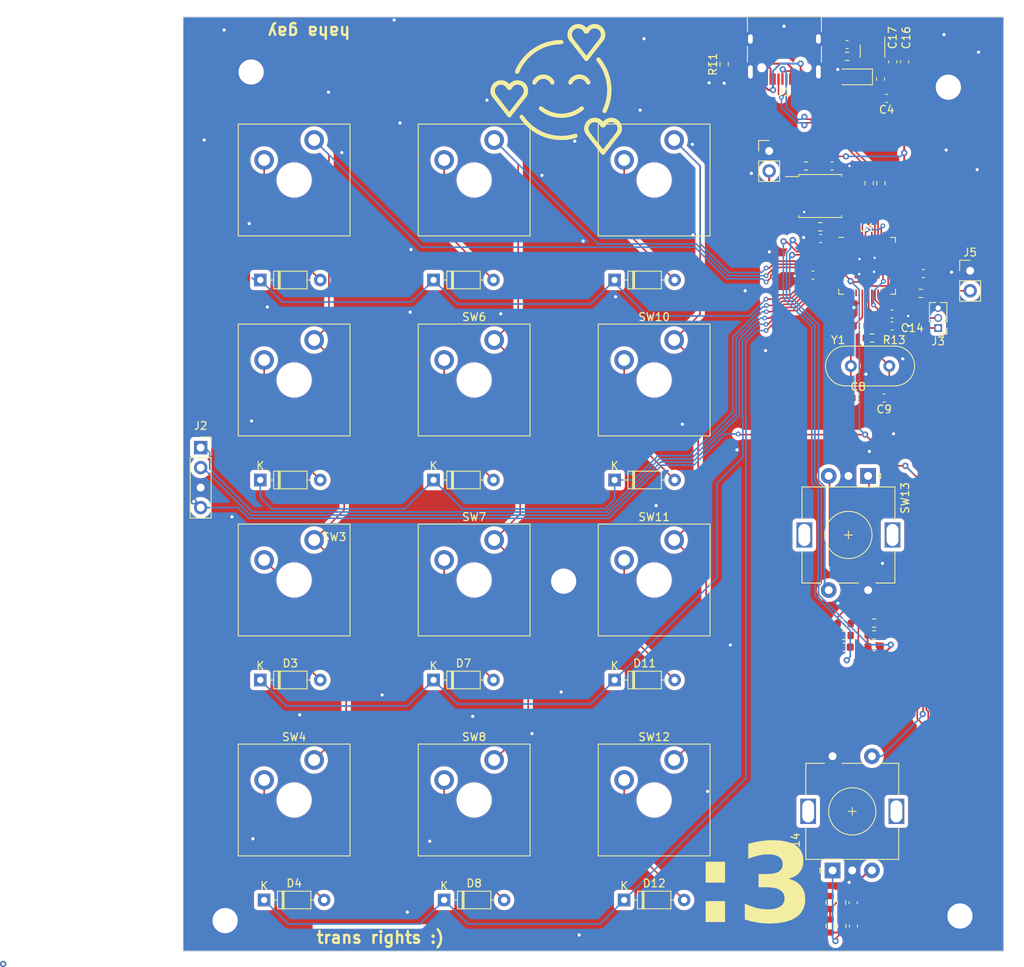
<source format=kicad_pcb>
(kicad_pcb (version 20221018) (generator pcbnew)
  (title_block (title "gods goofiest macroboard") (rev "1.0") (comment 1 ":3"))
  (layers (0 "F.Cu" signal) (31 "B.Cu" signal) (34 "B.Paste" user) (35 "F.Paste" user) (36 "B.SilkS" user "B.Silkscreen") (37 "F.SilkS" user "F.Silkscreen") (38 "B.Mask" user) (39 "F.Mask" user) (44 "Edge.Cuts" user))
  (net 0 "")
  (net 1 "/ROT_AL")
  (net 2 "GND")
  (net 3 "/ROT_BL")
  (net 4 "+1V1")
  (net 5 "+3.3V")
  (net 6 "Net-(D14-K)")
  (net 7 "/XIN")
  (net 8 "Net-(C9-Pad1)")
  (net 9 "/ROT_AR")
  (net 10 "/ROT_BR")
  (net 11 "/R1")
  (net 12 "Net-(D1-A)")
  (net 13 "/R2")
  (net 14 "Net-(D2-A)")
  (net 15 "/R3")
  (net 16 "Net-(D3-A)")
  (net 17 "/R4")
  (net 18 "Net-(D4-A)")
  (net 19 "Net-(D5-A)")
  (net 20 "Net-(D6-A)")
  (net 21 "Net-(D7-A)")
  (net 22 "Net-(D8-A)")
  (net 23 "Net-(D9-A)")
  (net 24 "Net-(D10-A)")
  (net 25 "Net-(D11-A)")
  (net 26 "Net-(D12-A)")
  (net 27 "Net-(D14-A)")
  (net 28 "Net-(J1-CC1)")
  (net 29 "/USB_P")
  (net 30 "/USB_N")
  (net 32 "Net-(J1-CC2)")
  (net 34 "/OLED_SCK")
  (net 35 "/OLED_SDA")
  (net 36 "Net-(R1-Pad2)")
  (net 37 "Net-(R2-Pad2)")
  (net 38 "/QSPI_CS")
  (net 39 "Net-(R17-Pad1)")
  (net 40 "Net-(U3-EN)")
  (net 41 "/XOUT")
  (net 42 "Net-(R15-Pad2)")
  (net 43 "/C1")
  (net 44 "/C2")
  (net 45 "/C3")
  (net 46 "/ROT_S1L")
  (net 47 "/ROT_S1R")
  (net 48 "/SWCLK")
  (net 49 "/SWD")
  (net 54 "/QSPI_SD3")
  (net 55 "/QSPI_SCK")
  (net 56 "/QSPI_SD0")
  (net 57 "/QSPI_SD2")
  (net 58 "/QSPI_SD1")
  (net 60 "Net-(U1-USB_DP)")
  (net 61 "Net-(U1-USB_DM)")
  (net 69 "/BOOT_MODE")
  (net 70 "/RUN")
  (footprint "MountingHole:MountingHole_3.2mm_M3_DIN965_Pad" (layer "F.Cu") (at 198.8566 136.652)
    (fp_text reference "REF**" hide)
    (fp_text value "MountingHole_3.2mm_M3_DIN965_Pad" hide)
  )
  (footprint "Resistor_SMD:R_0603_1608Metric" (layer "F.Cu") (at 168.91 28.485 90)
    (fp_text reference "R11")
    (fp_text value "5k1" hide)
  )
  (footprint "Package_SO:SOIC-8_5.23x5.23mm_P1.27mm" (layer "F.Cu") (at 181.102 45.212)
    (fp_text reference "U2" hide)
    (fp_text value "W25Q128JVS" hide)
  )
  (footprint "Resistor_SMD:R_0603_1608Metric" (layer "F.Cu") (at 182.36 134.94 90)
    (fp_text reference "R9" hide)
    (fp_text value "10k" hide)
  )
  (footprint "Package_DFN_QFN:QFN-56-1EP_7x7mm_P0.4mm_EP3.2x3.2mm" (layer "F.Cu") (at 187.0625 54.08)
    (fp_text reference "U1")
    (fp_text value "RP2040" hide)
  )
  (footprint "Capacitor_SMD:C_0603_1608Metric" (layer "F.Cu") (at 184.15 102.5)
    (fp_text reference "C2" hide)
    (fp_text value "0.01uF" hide)
  )
  (footprint "Capacitor_SMD:C_0603_1608Metric" (layer "F.Cu") (at 180.19 55.26 180)
    (fp_text reference "C13" hide)
    (fp_text value "1uF" hide)
  )
  (footprint "Connector_USB:USB_C_Receptacle_HRO_TYPE-C-31-M-12" (layer "F.Cu") (at 176.5627 26.3205 180)
    (fp_text reference "J1")
    (fp_text value "USB_C_Receptacle_USB2.0")
  )
  (footprint "Capacitor_SMD:C_0603_1608Metric" (layer "F.Cu") (at 190.32 28.17 90)
    (fp_text reference "C17")
    (fp_text value "1uF")
  )
  (footprint "Diode_THT:D_DO-35_SOD27_P7.62mm_Horizontal" (layer "F.Cu") (at 155 55.88)
    (fp_text reference "D9" hide)
    (fp_text value "1N4148")
  )
  (footprint "Diode_THT:D_DO-35_SOD27_P7.62mm_Horizontal" (layer "F.Cu") (at 110 106.68)
    (fp_text reference "D3")
    (fp_text value "1N4148")
  )
  (footprint "Capacitor_SMD:C_0603_1608Metric" (layer "F.Cu") (at 194.205 55.05)
    (fp_text reference "C15" hide)
    (fp_text value "1uF")
  )
  (footprint "Resistor_SMD:R_0603_1608Metric" (layer "F.Cu") (at 183.82 134.96 -90)
    (fp_text reference "R17" hide)
    (fp_text value "10k" hide)
  )
  (footprint "Diode_THT:D_DO-35_SOD27_P7.62mm_Horizontal" (layer "F.Cu") (at 132 106.68)
    (fp_text reference "D7")
    (fp_text value "1N4148" hide)
  )
  (footprint "Capacitor_SMD:C_0603_1608Metric" (layer "F.Cu") (at 187.9558 102.45 180)
    (fp_text reference "C1" hide)
    (fp_text value "0.01uF" hide)
  )
  (footprint "Resistor_SMD:R_0603_1608Metric" (layer "F.Cu") (at 187.95 100.95)
    (fp_text reference "R3" hide)
    (fp_text value "10k" hide)
  )
  (footprint "Capacitor_SMD:C_0603_1608Metric" (layer "F.Cu") (at 184.525 25.975 180)
    (fp_text reference "C6" hide)
    (fp_text value "1uF" hide)
  )
  (footprint "Resistor_SMD:R_0603_1608Metric" (layer "F.Cu") (at 187.9658 99.46)
    (fp_text reference "R2" hide)
    (fp_text value "10k" hide)
  )
  (footprint "Diode_THT:D_DO-35_SOD27_P7.62mm_Horizontal" (layer "F.Cu") (at 155 106.68)
    (fp_text reference "D11")
    (fp_text value "1N4148")
  )
  (footprint "Resistor_SMD:R_0603_1608Metric" (layer "F.Cu") (at 183.85 137.925 -90)
    (fp_text reference "R16" hide)
    (fp_text value "10k" hide)
  )
  (footprint "Diode_THT:D_DO-35_SOD27_P7.62mm_Horizontal" (layer "F.Cu") (at 110 55.88)
    (fp_text reference "D1" hide)
    (fp_text value "1N4148" hide)
  )
  (footprint "Diode_THT:D_DO-35_SOD27_P7.62mm_Horizontal" (layer "F.Cu") (at 155 81.28)
    (fp_text reference "D10" hide)
    (fp_text value "1N4148")
  )
  (footprint "PCM_Switch_Keyboard_Cherry_MX:SW_Cherry_MX_Plate" (layer "F.Cu") (at 160.02 93.98)
    (fp_text reference "SW11")
    (fp_text value "SW_Push" hide)
  )
  (footprint "Connector_PinSocket_2.54mm:PinSocket_1x04_P2.54mm_Vertical" (layer "F.Cu") (at 102.4255 77.1652)
    (fp_text reference "J2")
    (fp_text value "OLED")
  )
  (footprint "Capacitor_SMD:C_0603_1608Metric" (layer "F.Cu") (at 190.233 60.198)
    (fp_text reference "C3" hide)
    (fp_text value "1uF")
  )
  (footprint "Capacitor_SMD:C_0603_1608Metric" (layer "F.Cu") (at 185.325 137.925 90)
    (fp_text reference "C10" hide)
    (fp_text value "0.01uF" hide)
  )
  (footprint "Resistor_SMD:R_0603_1608Metric" (layer "F.Cu") (at 167.45 28.475 90)
    (fp_text reference "R10" hide)
    (fp_text value "5k1")
  )
  (footprint "Diode_THT:D_DO-35_SOD27_P7.62mm_Horizontal" (layer "F.Cu") (at 110 81.28)
    (fp_text reference "D2" hide)
    (fp_text value "1N4148" hide)
  )
  (footprint "PCM_Switch_Keyboard_Cherry_MX:SW_Cherry_MX_Plate" (layer "F.Cu") (at 137.16 93.98)
    (fp_text reference "SW7")
    (fp_text value "SW_Push" hide)
  )
  (footprint "Capacitor_SMD:C_0603_1608Metric" (layer "F.Cu") (at 188.775 30.375 90)
    (fp_text reference "C7" hide)
    (fp_text value "1uF" hide)
  )
  (footprint "Package_TO_SOT_SMD:SOT-23-5" (layer "F.Cu") (at 187.75 26.825 -90)
    (fp_text reference "U3" hide)
    (fp_text value "AP2112K-3.3" hide)
  )
  (footprint "Rotary_Encoder:RotaryEncoder_Alps_EC11E-Switch_Vertical_H20mm" (layer "F.Cu") (at 187.1916 80.7624 -90)
    (fp_text reference "SW13")
    (fp_text value "RotaryEncoder_Switch_LEFT" hide)
  )
  (footprint "Diode_THT:D_DO-35_SOD27_P7.62mm_Horizontal" (layer "F.Cu") (at 156.21 134.62)
    (fp_text reference "D12")
    (fp_text value "1N4148")
  )
  (footprint "PCM_Switch_Keyboard_Cherry_MX:SW_Cherry_MX_Plate" (layer "F.Cu") (at 137.16 121.92)
    (fp_text reference "SW8")
    (fp_text value "SW_Push" hide)
  )
  (footprint "Diode_SMD:D_SOD-123F" (layer "F.Cu") (at 185.53291 30.084673 180)
    (fp_text reference "D14" hide)
    (fp_text value "MBR1020VL" hide)
  )
  (footprint "Capacitor_SMD:C_0603_1608Metric" (layer "F.Cu") (at 185.928 70.866)
    (fp_text reference "C8")
    (fp_text value "27pF")
  )
  (footprint "PCM_Switch_Keyboard_Cherry_MX:SW_Cherry_MX_Plate" (layer "F.Cu") (at 137.16 43.18)
    (fp_text reference "SW5" hide)
    (fp_text value "SW_Push")
  )
  (footprint "MountingHole:MountingHole_3.2mm_M3_DIN965_Pad" (layer "F.Cu") (at 108.839 29.464)
    (fp_text reference "REF**" hide)
    (fp_text value "MountingHole_3.2mm_M3_DIN965_Pad" hide)
  )
  (footprint "Resistor_SMD:R_0603_1608Metric" (layer "F.Cu") (at 187.706 63.246)
    (fp_text reference "R13")
    (fp_text value "1k")
  )
  (footprint "Resistor_SMD:R_0603_1608Metric" (layer "F.Cu") (at 187.33 43.58 -90)
    (fp_text reference "R6" hide)
    (fp_text value "27" hide)
  )
  (footprint "Crystal:Crystal_HC49-U_Vertical" (layer "F.Cu") (at 185.002 66.802)
    (fp_text reference "Y1")
    (fp_text value "12MHz")
  )
  (footprint "MountingHole:MountingHole_3.2mm_M3_DIN965_Pad" (layer "F.Cu") (at 105.537 137.2362)
    (fp_text reference "REF**" hide)
    (fp_text value "MountingHole_3.2mm_M3_DIN965_Pad" hide)
  )
  (footprint "Resistor_SMD:R_0603_1608Metric" (layer "F.Cu") (at 179.324 41.402)
    (fp_text reference "R8" hide)
    (fp_text value "10k" hide)
  )
  (footprint "Capacitor_SMD:C_0603_1608Metric" (layer "F.Cu") (at 189.23 70.866 180)
    (fp_text reference "C9")
    (fp_text value "27pF")
  )
  (footprint "PCM_Switch_Keyboard_Cherry_MX:SW_Cherry_MX_Plate" (layer "F.Cu") (at 114.3 68.58)
    (fp_text reference "SW2" hide)
    (fp_text value "SW_Push")
  )
  (footprint "Resistor_SMD:R_0603_1608Metric" (layer "F.Cu") (at 184.525 27.475 180)
    (fp_text reference "R12" hide)
    (fp_text value "10k" hide)
  )
  (footprint "Capacitor_SMD:C_0603_1608Metric" (layer "F.Cu") (at 190.246 61.722)
    (fp_text reference "C14")
    (fp_text value "1uF")
  )
  (footprint "Connector_PinHeader_1.27mm:PinHeader_1x03_P1.27mm_Vertical" (layer "F.Cu") (at 196.088 61.976 180)
    (fp_text reference "J3")
    (fp_text value "debug" hide)
  )
  (footprint "PCM_Switch_Keyboard_Cherry_MX:SW_Cherry_MX_Plate" (layer "F.Cu") (at 114.3 121.92)
    (fp_text reference "SW4")
    (fp_text value "SW_Push" hide)
  )
  (footprint "PCM_Switch_Keyboard_Cherry_MX:SW_Cherry_MX_Plate" (layer "F.Cu") (at 160.02 43.18)
    (fp_text reference "SW9" hide)
    (fp_text value "SW_Push")
  )
  (footprint "MountingHole:MountingHole_3.2mm_M3_DIN965_Pad" (layer "F.Cu") (at 197.3834 31.3944)
    (fp_text reference "REF**" hide)
    (fp_text value "MountingHole_3.2mm_M3_DIN965_Pad" hide)
  )
  (footprint "Diode_THT:D_DO-35_SOD27_P7.62mm_Horizontal" (layer "F.Cu") (at 132 55.88)
    (fp_text reference "D5" hide)
    (fp_text value "1N4148" hide)
  )
  (footprint "Resistor_SMD:R_0603_1608Metric" (layer "F.Cu") (at 188.82 43.585 90)
    (fp_text reference "R7" hide)
    (fp_text value "27" hide)
  )
  (footprint "Capacitor_SMD:C_0603_1608Metric" (layer "F.Cu") (at 191.83 28.17 90)
    (fp_text reference "C16")
    (fp_text value "1uF")
  )
  (footprint "Resistor_SMD:R_0603_1608Metric" (layer "F.Cu") (at 182.375 137.925 -90)
    (fp_text reference "R15" hide)
    (fp_text value "10k" hide)
  )
  (footprint "Resistor_SMD:R_0603_1608Metric" (layer "F.Cu") (at 186.182 61.722 180)
    (fp_text reference "R14" hide)
    (fp_text value "DNP" hide)
  )
  (footprint "Diode_THT:D_DO-35_SOD27_P7.62mm_Horizontal" (layer "F.Cu") (at 110.49 134.62)
    (fp_text reference "D4")
    (fp_text value "1N4148")
  )
  (footprint "Capacitor_SMD:C_0603_1608Metric" (layer "F.Cu") (at 189.55 32.82 180)
    (fp_text reference "C4")
    (fp_text value "1uF")
  )
  (footprint "MountingHole:MountingHole_3.2mm_M3_DIN965_Pad" (layer "F.Cu") (at 148.5266 94.126)
    (fp_text reference "REF**" hide)
    (fp_text value "MountingHole_3.2mm_M3_DIN965_Pad" hide)
  )
  (footprint "Diode_THT:D_DO-35_SOD27_P7.62mm_Horizontal" (layer "F.Cu") (at 133.35 134.62)
    (fp_text reference "D8")
    (fp_text value "1N4148")
  )
  (footprint "Capacitor_SMD:C_0603_1608Metric" (layer "F.Cu") (at 182.626 41.402)
    (fp_text reference "C5" hide)
    (fp_text value "0.1uF" hide)
  )
  (footprint "PCM_Switch_Keyboard_Cherry_MX:SW_Cherry_MX_Plate" (layer "F.Cu") (at 160.02 68.58)
    (fp_text reference "SW10")
    (fp_text value "SW_Push")
  )
  (footprint "PCM_Switch_Keyboard_Cherry_MX:SW_Cherry_MX_Plate" (layer "F.Cu") (at 114.3 43.18)
    (fp_text reference "SW1" hide)
    (fp_text value "SW_Push")
  )
  (footprint "Capacitor_SMD:C_0603_1608Metric" (layer "F.Cu") (at 181.165 50.62 180)
    (fp_text reference "C12" hide)
    (fp_text value "1uF" hide)
  )
  (footprint "PCM_Switch_Keyboard_Cherry_MX:SW_Cherry_MX_Plate" (layer "F.Cu") (at 114.3 93.98)
    (fp_text reference "SW3")
    (fp_text value "SW_Push")
  )
  (footprint "Connector_PinHeader_2.54mm:PinHeader_1x02_P2.54mm_Vertical" (layer "F.Cu") (at 174.625 39.492)
    (fp_text reference "J4" hide)
    (fp_text value "Boot pins")
  )
  (footprint "Capacitor_SMD:C_0603_1608Metric" (layer "F.Cu") (at 185.3 134.96 -90)
    (fp_text reference "C11" hide)
    (fp_text value "0.01uF" hide)
  )
  (footprint "Resistor_SMD:R_0603_1608Metric" (layer "F.Cu") (at 184.1608 99.51 180)
    (fp_text reference "R1" hide)
    (fp_text value "10k" hide)
  )
  (footprint "PCM_Switch_Keyboard_Cherry_MX:SW_Cherry_MX_Plate" (layer "F.Cu") (at 160.02 121.92)
    (fp_text reference "SW12")
    (fp_text value "SW_Push" hide)
  )
  (footprint "Rotary_Encoder:RotaryEncoder_Alps_EC11E-Switch_Vertical_H20mm" (layer "F.Cu") (at 182.6806 130.8608 90)
    (fp_text reference "SW14")
    (fp_text value "RotaryEncoder_Switch_RIGHT" hide)
  )
  (footprint "Diode_THT:D_DO-35_SOD27_P7.62mm_Horizontal" (layer "F.Cu") (at 132 81.28)
    (fp_text reference "D6" hide)
    (fp_text value "1N4148" hide)
  )
  (footprint "Resistor_SMD:R_0603_1608Metric" (layer "F.Cu") (at 181.1274 49.1236)
    (fp_text reference "R18" hide)
    (fp_text value "1k" hide)
  )
  (footprint "Resistor_SMD:R_0603_1608Metric" (layer "F.Cu") (at 193.89 57.58)
    (fp_text reference "R5" hide)
    (fp_text value "10k" hide)
  )
  (footprint "Connector_PinHeader_2.54mm:PinHeader_1x02_P2.54mm_Vertical" (layer "F.Cu") (at 200.152 54.7066)
    (fp_text reference "J5")
    (fp_text value "Reset")
  )
  (footprint "Resistor_SMD:R_0603_1608Metric" (layer "F.Cu") (at 184.15 101.025)
    (fp_text reference "R4" hide)
    (fp_text value "10k" hide)
  )
  (footprint "PCM_Switch_Keyboard_Cherry_MX:SW_Cherry_MX_Plate" (layer "F.Cu") (at 137.16 68.58)
    (fp_text reference "SW6")
    (fp_text value "SW_Push")
  )
  (gr_line (start 139.62606 31.370864) (end 139.60341 31.417068) (stroke (width 0.1)) (layer "F.SilkS"))
  (gr_line (start 141.646334 31.450965) (end 141.641972 31.451924) (stroke (width 0.529166)) (layer "F.SilkS"))
  (gr_line (start 153.514603 24.518059) (end 153.503637 24.467851) (stroke (width 0.1)) (layer "F.SilkS"))
  (gr_line (start 149.636257 30.427574) (end 149.596815 30.468861) (stroke (width 0.529166)) (layer "F.SilkS"))
  (gr_line (start 151.415951 36.733302) (end 151.422381 36.785442) (stroke (width 0.1)) (layer "F.SilkS"))
  (gr_line (start 152.273034 35.577761) (end 152.221163 35.589476) (stroke (width 0.1)) (layer "F.SilkS"))
  (gr_line (start 140.690856 30.799826) (end 140.652867 30.796532) (stroke (width 0.529166)) (layer "F.SilkS"))
  (gr_line (start 151.413717 24.309921) (end 151.409199 24.309808) (stroke (width 0.529166)) (layer "F.SilkS"))
  (gr_line (start 141.619802 31.453557) (end 141.615276 31.453222) (stroke (width 0.1)) (layer "F.SilkS"))
  (gr_line (start 154.039044 29.910331) (end 154.113069 30.162051) (stroke (width 0.529166)) (layer "F.SilkS"))
  (gr_line (start 149.684081 23.895012) (end 149.645202 23.928694) (stroke (width 0.529166)) (layer "F.SilkS"))
  (gr_line (start 142.572049 30.798785) (end 142.520958 30.804921) (stroke (width 0.1)) (layer "F.SilkS"))
  (gr_line (start 153.092903 28.085419) (end 153.243191 28.292782) (stroke (width 0.529166)) (layer "F.SilkS"))
  (gr_line (start 150.260557 23.656025) (end 150.208418 23.662455) (stroke (width 0.1)) (layer "F.SilkS"))
  (gr_line (start 153.110345 23.867912) (end 153.066028 23.836113) (stroke (width 0.1)) (layer "F.SilkS"))
  (gr_line (start 154.736426 35.567771) (end 154.684748 35.561439) (stroke (width 0.1)) (layer "F.SilkS"))
  (gr_line (start 152.413012 23.651336) (end 152.361619 23.655024) (stroke (width 0.1)) (layer "F.SilkS"))
  (gr_line (start 151.548056 24.164659) (end 151.541262 24.175971) (stroke (width 0.1)) (layer "F.SilkS"))
  (gr_line (start 150.097884 23.684031) (end 150.047035 23.698474) (stroke (width 0.529166)) (layer "F.SilkS"))
  (gr_line (start 149.305459 24.568161) (end 149.299221 24.6194) (stroke (width 0.1)) (layer "F.SilkS"))
  (gr_line (start 151.490433 24.269623) (end 151.487708 24.27339) (stroke (width 0.529166)) (layer "F.SilkS"))
  (gr_line (start 155.499136 36.076817) (end 155.471211 36.032615) (stroke (width 0.529166)) (layer "F.SilkS"))
  (gr_line (start 150.365686 23.650282) (end 150.310543 23.651679) (stroke (width 0.529166)) (layer "F.SilkS"))
  (gr_line (start 144.634461 26.851701) (end 144.81493 26.723824) (stroke (width 0.529166)) (layer "F.SilkS"))
  (gr_line (start 154.299749 31.210287) (end 154.317784 31.481405) (stroke (width 0.529166)) (layer "F.SilkS"))
  (gr_line (start 146.551631 34.653296) (end 146.392391 34.576809) (stroke (width 0.529166)) (layer "F.SilkS"))
  (gr_line (start 149.645202 23.928694) (end 149.607989 23.964177) (stroke (width 0.529166)) (layer "F.SilkS"))
  (gr_line (start 141.540536 31.401065) (end 141.523379 31.366595) (stroke (width 0.529166)) (layer "F.SilkS"))
  (gr_line (start 143.571883 31.281564) (end 143.542499 31.238585) (stroke (width 0.1)) (layer "F.SilkS"))
  (gr_line (start 151.440408 24.306075) (end 151.436101 24.307241) (stroke (width 0.1)) (layer "F.SilkS"))
  (gr_line (start 153.832629 35.859762) (end 153.795484 35.897814) (stroke (width 0.1)) (layer "F.SilkS"))
  (gr_line (start 153.394462 36.067337) (end 153.365062 36.022004) (stroke (width 0.1)) (layer "F.SilkS"))
  (gr_line (start 140.314914 30.826976) (end 140.263312 30.841382) (stroke (width 0.1)) (layer "F.SilkS"))
  (gr_line (start 152.709586 23.678125) (end 152.658632 23.667415) (stroke (width 0.529166)) (layer "F.SilkS"))
  (gr_line (start 146.568362 30.221212) (end 146.515257 30.193115) (stroke (width 0.529166)) (layer "F.SilkS"))
  (gr_line (start 146.877223 34.784417) (end 146.713324 34.722499) (stroke (width 0.529166)) (layer "F.SilkS"))
  (gr_line (start 143.884079 36.006747) (end 143.636957 35.738086) (stroke (width 0.529166)) (layer "F.SilkS"))
  (gr_line (start 151.414018 27.807362) (end 153.316663 25.368433) (stroke (width 0.1)) (layer "F.SilkS"))
  (gr_line (start 139.60341 31.417068) (end 139.58301 31.46426) (stroke (width 0.1)) (layer "F.SilkS"))
  (gr_line (start 153.483365 36.203198) (end 153.480043 36.201138) (stroke (width 0.1)) (layer "F.SilkS"))
  (gr_line (start 150.012759 30.169033) (end 149.960368 30.193775) (stroke (width 0.529166)) (layer "F.SilkS"))
  (gr_line (start 153.388625 24.182021) (end 153.361464 24.137815) (stroke (width 0.1)) (layer "F.SilkS"))
  (gr_line (start 153.507794 36.21335) (end 153.503315 36.212096) (stroke (width 0.529166)) (layer "F.SilkS"))
  (gr_line (start 146.202414 26.019162) (end 146.41639 25.947685) (stroke (width 0.529166)) (layer "F.SilkS"))
  (gr_line (start 151.033629 23.884862) (end 150.992278 23.853524) (stroke (width 0.1)) (layer "F.SilkS"))
  (gr_line (start 153.516814 36.21516) (end 153.512296 36.214371) (stroke (width 0.529166)) (layer "F.SilkS"))
  (gr_line (start 141.889236 31.135316) (end 141.85378 31.175479) (stroke (width 0.1)) (layer "F.SilkS"))
  (gr_line (start 155.622498 36.873426) (end 155.633208 36.822471) (stroke (width 0.529166)) (layer "F.SilkS"))
  (gr_line (start 151.537689 30.584092) (end 151.500364 30.534473) (stroke (width 0.529166)) (layer "F.SilkS"))
  (gr_line (start 153.534288 24.710509) (end 153.532523 24.659078) (stroke (width 0.529166)) (layer "F.SilkS"))
  (gr_line (start 153.585044 36.198617) (end 153.581337 36.20115) (stroke (width 0.1)) (layer "F.SilkS"))
  (gr_line (start 145.628573 30.10488) (end 145.568155 30.123022) (stroke (width 0.529166)) (layer "F.SilkS"))
  (gr_line (start 151.566365 37.184064) (end 151.627748 37.274604) (stroke (width 0.529166)) (layer "F.SilkS"))
  (gr_line (start 155.073484 35.676295) (end 155.025357 35.652747) (stroke (width 0.529166)) (layer "F.SilkS"))
  (gr_line (start 141.488212 31.304837) (end 141.458813 31.259504) (stroke (width 0.1)) (layer "F.SilkS"))
  (gr_line (start 142.179561 30.914541) (end 142.134219 30.939455) (stroke (width 0.1)) (layer "F.SilkS"))
  (gr_line (start 141.283959 31.062043) (end 141.244046 31.028612) (stroke (width 0.1)) (layer "F.SilkS"))
  (gr_line (start 141.61075 31.45266) (end 141.606233 31.451871) (stroke (width 0.1)) (layer "F.SilkS"))
  (gr_line (start 153.108945 35.759773) (end 153.066246 35.73056) (stroke (width 0.1)) (layer "F.SilkS"))
  (gr_line (start 143.542499 31.238585) (end 143.510914 31.196926) (stroke (width 0.1)) (layer "F.SilkS"))
  (gr_line (start 142.273279 30.871541) (end 142.225945 30.891896) (stroke (width 0.1)) (layer "F.SilkS"))
  (gr_line (start 141.695236 31.420712) (end 141.692191 31.42414) (stroke (width 0.529166)) (layer "F.SilkS"))
  (gr_line (start 154.132187 35.654388) (end 154.085804 35.677034) (stroke (width 0.1)) (layer "F.SilkS"))
  (gr_line (start 146.713324 34.722499) (end 146.551631 34.653296) (stroke (width 0.529166)) (layer "F.SilkS"))
  (gr_line (start 153.486594 36.205121) (end 153.483179 36.203198) (stroke (width 0.529166)) (layer "F.SilkS"))
  (gr_line (start 153.503501 36.212096) (end 153.499053 36.210605) (stroke (width 0.1)) (layer "F.SilkS"))
  (gr_line (start 139.884512 31.047604) (end 139.844988 31.082664) (stroke (width 0.1)) (layer "F.SilkS"))
  (gr_line (start 152.908691 23.746497) (end 152.85981 23.725545) (stroke (width 0.529166)) (layer "F.SilkS"))
  (gr_line (start 149.399821 24.257331) (end 149.378364 24.304799) (stroke (width 0.529166)) (layer "F.SilkS"))
  (gr_line (start 141.34775 31.121657) (end 141.321447 31.095174) (stroke (width 0.529166)) (layer "F.SilkS"))
  (gr_line (start 153.41354 24.227362) (end 153.388625 24.182021) (stroke (width 0.1)) (layer "F.SilkS"))
  (gr_line (start 152.062853 23.727784) (end 152.01552 23.74814) (stroke (width 0.1)) (layer "F.SilkS"))
  (gr_line (start 153.59844 36.186667) (end 153.595247 36.189921) (stroke (width 0.529166)) (layer "F.SilkS"))
  (gr_line (start 153.431391 24.262259) (end 153.40809 24.215896) (stroke (width 0.529166)) (layer "F.SilkS"))
  (gr_line (start 141.015627 30.887412) (end 140.981422 30.872755) (stroke (width 0.529166)) (layer "F.SilkS"))
  (gr_line (start 148.583643 35.002953) (end 148.238436 35.017522) (stroke (width 0.529166)) (layer "F.SilkS"))
  (gr_line (start 151.490617 24.269623) (end 151.487892 24.27339) (stroke (width 0.1)) (layer "F.SilkS"))
  (gr_line (start 150.052895 23.697633) (end 150.001652 23.71476) (stroke (width 0.1)) (layer "F.SilkS"))
  (gr_line (start 151.333825 24.26426) (end 151.331902 24.260846) (stroke (width 0.529166)) (layer "F.SilkS"))
  (gr_line (start 149.467582 24.138031) (end 149.440524 24.181989) (stroke (width 0.1)) (layer "F.SilkS"))
  (gr_line (start 139.568437 32.229707) (end 139.588318 32.280502) (stroke (width 0.1)) (layer "F.SilkS"))
  (gr_line (start 149.674104 23.903854) (end 149.634581 23.938915) (stroke (width 0.1)) (layer "F.SilkS"))
  (gr_line (start 141.718903 31.37894) (end 141.707965 31.401065) (stroke (width 0.529166)) (layer "F.SilkS"))
  (gr_line (start 151.409199 24.309808) (end 151.404674 24.309472) (stroke (width 0.529166)) (layer "F.SilkS"))
  (gr_line (start 153.358964 25.308024) (end 153.387751 25.261686) (stroke (width 0.529166)) (layer "F.SilkS"))
  (gr_line (start 141.146456 30.957541) (end 141.114707 30.938321) (stroke (width 0.529166)) (layer "F.SilkS"))
  (gr_line (start 153.701146 36.014556) (end 153.687269 36.03496) (stroke (width 0.529166)) (layer "F.SilkS"))
  (gr_line (start 151.515524 24.222012) (end 151.509449 24.233715) (stroke (width 0.1)) (layer "F.SilkS"))
  (gr_line (start 149.315937 24.505943) (end 149.306516 24.558712) (stroke (width 0.529166)) (layer "F.SilkS"))
  (gr_line (start 153.503315 36.212096) (end 153.498867 36.210605) (stroke (width 0.529166)) (layer "F.SilkS"))
  (gr_line (start 139.509632 31.763149) (end 139.505865 31.814747) (stroke (width 0.1)) (layer "F.SilkS"))
  (gr_line (start 154.890133 35.602226) (end 154.839211 35.588142) (stroke (width 0.1)) (layer "F.SilkS"))
  (gr_line (start 141.6822 31.433373) (end 141.67861 31.436091) (stroke (width 0.529166)) (layer "F.SilkS"))
  (gr_line (start 140.308301 30.827781) (end 140.257452 30.842223) (stroke (width 0.529166)) (layer "F.SilkS"))
  (gr_line (start 152.017787 35.662224) (end 151.971584 35.68589) (stroke (width 0.529166)) (layer "F.SilkS"))
  (gr_line (start 143.725022 31.661808) (end 143.714055 31.6116) (stroke (width 0.1)) (layer "F.SilkS"))
  (gr_line (start 149.314773 24.931243) (end 149.326488 24.983114) (stroke (width 0.1)) (layer "F.SilkS"))
  (gr_line (start 153.430234 25.181463) (end 153.452272 25.13213) (stroke (width 0.1)) (layer "F.SilkS"))
  (gr_line (start 142.509699 30.806051) (end 142.45911 30.815125) (stroke (width 0.529166)) (layer "F.SilkS"))
  (gr_line (start 141.820106 31.21773) (end 141.788306 31.262047) (stroke (width 0.1)) (layer "F.SilkS"))
  (gr_line (start 153.265362 35.897561) (end 153.228594 35.860037) (stroke (width 0.1)) (layer "F.SilkS"))
  (gr_line (start 155.638322 36.463121) (end 155.629247 36.412533) (stroke (width 0.529166)) (layer "F.SilkS"))
  (gr_line (start 153.022288 35.703503) (end 152.977163 35.678633) (stroke (width 0.1)) (layer "F.SilkS"))
  (gr_line (start 151.456752 24.299404) (end 151.452741 24.301367) (stroke (width 0.529166)) (layer "F.SilkS"))
  (gr_line (start 139.509702 31.970803) (end 139.516131 32.022942) (stroke (width 0.1)) (layer "F.SilkS"))
  (gr_line (start 153.657928 36.082219) (end 153.651278 36.093612) (stroke (width 0.1)) (layer "F.SilkS"))
  (gr_line (start 141.082299 30.920214) (end 141.049263 30.903238) (stroke (width 0.529166)) (layer "F.SilkS"))
  (gr_line (start 153.512581 24.506282) (end 153.5011 24.456163) (stroke (width 0.529166)) (layer "F.SilkS"))
  (gr_line (start 151.509449 24.233715) (end 151.503518 24.245492) (stroke (width 0.1)) (layer "F.SilkS"))
  (gr_line (start 153.53955 36.215739) (end 153.535071 36.216063) (stroke (width 0.1)) (layer "F.SilkS"))
  (gr_line (start 140.911422 30.847022) (end 140.875687 30.835984) (stroke (width 0.529166)) (layer "F.SilkS"))
  (gr_line (start 151.345416 24.279867) (end 151.342847 24.276953) (stroke (width 0.529166)) (layer "F.SilkS"))
  (gr_line (start 151.61345 36.001582) (end 151.584236 36.044281) (stroke (width 0.1)) (layer "F.SilkS"))
  (gr_line (start 143.963534 27.424641) (end 144.123294 27.272521) (stroke (width 0.529166)) (layer "F.SilkS"))
  (gr_line (start 152.852926 35.621786) (end 152.817672 35.609522) (stroke (width 0.529166)) (layer "F.SilkS"))
  (gr_line (start 153.85218 34.108825) (end 153.78501 34.262845) (stroke (width 0.529166)) (layer "F.SilkS"))
  (gr_line (start 153.911619 35.790079) (end 153.871372 35.823843) (stroke (width 0.1)) (layer "F.SilkS"))
  (gr_line (start 150.936039 23.813795) (end 150.90429 23.794574) (stroke (width 0.529166)) (layer "F.SilkS"))
  (gr_line (start 139.844988 31.082664) (end 139.807464 31.119432) (stroke (width 0.1)) (layer "F.SilkS"))
  (gr_line (start 153.565495 36.209385) (end 153.56132 36.210955) (stroke (width 0.1)) (layer "F.SilkS"))
  (gr_line (start 153.114108 35.761748) (end 153.083766 35.740359) (stroke (width 0.529166)) (layer "F.SilkS"))
  (gr_line (start 151.073542 23.918294) (end 151.033629 23.884862) (stroke (width 0.1)) (layer "F.SilkS"))
  (gr_line (start 139.644803 32.395257) (end 139.657034 32.416218) (stroke (width 0.1)) (layer "F.SilkS"))
  (gr_line (start 149.327899 24.4541) (end 149.315937 24.505943) (stroke (width 0.529166)) (layer "F.SilkS"))
  (gr_line (start 143.636957 35.738086) (end 143.406116 35.454936) (stroke (width 0.529166)) (layer "F.SilkS"))
  (gr_line (start 153.607284 36.175873) (end 153.604559 36.17964) (stroke (width 0.1)) (layer "F.SilkS"))
  (gr_line (start 139.976987 30.97707) (end 139.934977 31.006948) (stroke (width 0.529166)) (layer "F.SilkS"))
  (gr_line (start 152.248693 23.671375) (end 152.198574 23.682857) (stroke (width 0.529166)) (layer "F.SilkS"))
  (gr_line (start 154.976476 35.631795) (end 154.926936 35.613425) (stroke (width 0.529166)) (layer "F.SilkS"))
  (gr_line (start 150.480439 23.656076) (end 150.44245 23.652782) (stroke (width 0.529166)) (layer "F.SilkS"))
  (gr_line (start 142.726765 30.795158) (end 142.675045 30.793881) (stroke (width 0.1)) (layer "F.SilkS"))
  (gr_line (start 154.365359 35.577625) (end 154.31524 35.589106) (stroke (width 0.529166)) (layer "F.SilkS"))
  (gr_line (start 153.530405 24.813555) (end 153.533586 24.762033) (stroke (width 0.529166)) (layer "F.SilkS"))
  (gr_line (start 150.104497 23.683227) (end 150.052895 23.697633) (stroke (width 0.1)) (layer "F.SilkS"))
  (gr_line (start 151.444566 36.36035) (end 151.432604 36.412193) (stroke (width 0.529166)) (layer "F.SilkS"))
  (gr_line (start 152.737154 35.588201) (end 152.686904 35.577118) (stroke (width 0.1)) (layer "F.SilkS"))
  (gr_line (start 141.713937 31.389241) (end 141.70815 31.401091) (stroke (width 0.1)) (layer "F.SilkS"))
  (gr_line (start 140.014764 30.953565) (end 139.969431 30.982964) (stroke (width 0.1)) (layer "F.SilkS"))
  (gr_line (start 145.11348 30.38813) (end 145.072194 30.427574) (stroke (width 0.529166)) (layer "F.SilkS"))
  (gr_line (start 151.754705 23.917595) (end 151.715962 23.953514) (stroke (width 0.1)) (layer "F.SilkS"))
  (gr_line (start 140.111019 30.901056) (end 140.06197 30.926232) (stroke (width 0.1)) (layer "F.SilkS"))
  (gr_line (start 150.436478 30.063805) (end 150.375399 30.06943) (stroke (width 0.529166)) (layer "F.SilkS"))
  (gr_line (start 139.524545 31.661122) (end 139.515869 31.711911) (stroke (width 0.1)) (layer "F.SilkS"))
  (gr_line (start 153.5921 36.193) (end 153.588634 36.195899) (stroke (width 0.1)) (layer "F.SilkS"))
  (gr_line (start 153.066246 35.73056) (end 153.022288 35.703503) (stroke (width 0.1)) (layer "F.SilkS"))
  (gr_line (start 141.6333 31.45324) (end 141.628822 31.453564) (stroke (width 0.1)) (layer "F.SilkS"))
  (gr_line (start 143.739554 31.970055) (end 143.743348 31.918309) (stroke (width 0.1)) (layer "F.SilkS"))
  (gr_line (start 143.119108 30.890247) (end 143.070227 30.869295) (stroke (width 0.529166)) (layer "F.SilkS"))
  (gr_line (start 151.497548 24.257342) (end 151.495361 24.261597) (stroke (width 0.529166)) (layer "F.SilkS"))
  (gr_line (start 151.330119 24.257342) (end 151.312962 24.222869) (stroke (width 0.529166)) (layer "F.SilkS"))
  (gr_line (start 141.70085 31.413346) (end 141.698125 31.417113) (stroke (width 0.529166)) (layer "F.SilkS"))
  (gr_line (start 141.558521 31.426393) (end 141.555833 31.42359) (stroke (width 0.529166)) (layer "F.SilkS"))
  (gr_line (start 153.303885 35.940004) (end 153.279406 35.911613) (stroke (width 0.529166)) (layer "F.SilkS"))
  (gr_line (start 139.969431 30.982964) (end 139.926003 31.01434) (stroke (width 0.1)) (layer "F.SilkS"))
  (gr_line (start 153.607098 36.175873) (end 153.604373 36.17964) (stroke (width 0.529166)) (layer "F.SilkS"))
  (gr_line (start 151.422698 24.30949) (end 151.418219 24.309814) (stroke (width 0.529166)) (layer "F.SilkS"))
  (gr_line (start 154.074973 35.682116) (end 154.029643 35.707736) (stroke (width 0.529166)) (layer "F.SilkS"))
  (gr_line (start 154.121336 35.658816) (end 154.074973 35.682116) (stroke (width 0.529166)) (layer "F.SilkS"))
  (gr_line (start 141.397636 31.177491) (end 141.373156 31.149102) (stroke (width 0.529166)) (layer "F.SilkS"))
  (gr_line (start 146.174324 30.08033) (end 146.114753 30.071205) (stroke (width 0.529166)) (layer "F.SilkS"))
  (gr_line (start 153.985441 35.735662) (end 153.942461 35.765879) (stroke (width 0.529166)) (layer "F.SilkS"))
  (gr_line (start 146.357551 37.544812) (end 146.007066 37.418947) (stroke (width 0.529166)) (layer "F.SilkS"))
  (gr_line (start 153.591914 36.193) (end 153.588448 36.195899) (stroke (width 0.529166)) (layer "F.SilkS"))
  (gr_line (start 151.162739 24.005364) (end 151.137333 23.977917) (stroke (width 0.529166)) (layer "F.SilkS"))
  (gr_line (start 144.83839 30.751694) (end 144.813644 30.804086) (stroke (width 0.529166)) (layer "F.SilkS"))
  (gr_line (start 150.620487 23.681952) (end 150.570238 23.670868) (stroke (width 0.1)) (layer "F.SilkS"))
  (gr_line (start 141.564423 31.431676) (end 141.561509 31.429107) (stroke (width 0.1)) (layer "F.SilkS"))
  (gr_line (start 153.494459 36.208875) (end 153.490097 36.206904) (stroke (width 0.529166)) (layer "F.SilkS"))
  (gr_line (start 154.990572 35.638303) (end 154.940617 35.618939) (stroke (width 0.1)) (layer "F.SilkS"))
  (gr_line (start 150.701005 23.703273) (end 150.66527 23.692234) (stroke (width 0.529166)) (layer "F.SilkS"))
  (gr_line (start 143.641809 31.406009) (end 143.618508 31.359646) (stroke (width 0.529166)) (layer "F.SilkS"))
  (gr_line (start 143.735146 32.008733) (end 143.740823 31.957306) (stroke (width 0.529166)) (layer "F.SilkS"))
  (gr_line (start 150.670107 23.695411) (end 150.620487 23.681952) (stroke (width 0.1)) (layer "F.SilkS"))
  (gr_line (start 153.494645 36.208875) (end 153.490283 36.206904) (stroke (width 0.1)) (layer "F.SilkS"))
  (gr_line (start 151.495545 24.261597) (end 151.493171 24.265691) (stroke (width 0.1)) (layer "F.SilkS"))
  (gr_line (start 141.207858 30.999244) (end 141.177516 30.977855) (stroke (width 0.529166)) (layer "F.SilkS"))
  (gr_line (start 142.623442 30.795097) (end 142.572049 30.798785) (stroke (width 0.1)) (layer "F.SilkS"))
  (gr_line (start 153.462083 36.186116) (end 153.459513 36.183202) (stroke (width 0.529166)) (layer "F.SilkS"))
  (gr_line (start 153.327408 35.969319) (end 153.303885 35.940004) (stroke (width 0.529166)) (layer "F.SilkS"))
  (gr_line (start 143.618508 31.359646) (end 143.592888 31.314317) (stroke (width 0.529166)) (layer "F.SilkS"))
  (gr_line (start 153.588448 36.195899) (end 153.584858 36.198617) (stroke (width 0.529166)) (layer "F.SilkS"))
  (gr_line (start 143.592888 31.314317) (end 143.564962 31.270115) (stroke (width 0.529166)) (layer "F.SilkS"))
  (gr_line (start 150.855588 30.10703) (end 150.797345 30.092284) (stroke (width 0.529166)) (layer "F.SilkS"))
  (gr_line (start 145.345308 30.22081) (end 145.295769 30.250074) (stroke (width 0.529166)) (layer "F.SilkS"))
  (gr_line (start 151.784129 23.892122) (end 151.743874 23.926876) (stroke (width 0.529166)) (layer "F.SilkS"))
  (gr_line (start 139.717441 31.224509) (end 139.687568 31.266523) (stroke (width 0.529166)) (layer "F.SilkS"))
  (gr_line (start 141.550816 31.417655) (end 141.548494 31.41453) (stroke (width 0.529166)) (layer "F.SilkS"))
  (gr_line (start 152.118318 35.62101) (end 152.067524 35.64089) (stroke (width 0.1)) (layer "F.SilkS"))
  (gr_line (start 151.418404 24.309814) (end 151.413902 24.309921) (stroke (width 0.1)) (layer "F.SilkS"))
  (gr_line (start 151.487708 24.27339) (end 151.484819 24.276989) (stroke (width 0.529166)) (layer "F.SilkS"))
  (gr_line (start 153.40809 24.215896) (end 153.38247 24.170566) (stroke (width 0.529166)) (layer "F.SilkS"))
  (gr_line (start 144.458922 26.985886) (end 144.634461 26.851701) (stroke (width 0.529166)) (layer "F.SilkS"))
  (gr_line (start 140.929425 30.854966) (end 140.880524 30.839161) (stroke (width 0.1)) (layer "F.SilkS"))
  (gr_line (start 141.682385 31.433399) (end 141.678795 31.436117) (stroke (width 0.1)) (layer "F.SilkS"))
  (gr_line (start 141.788306 31.262047) (end 141.758474 31.308407) (stroke (width 0.1)) (layer "F.SilkS"))
  (gr_line (start 149.561565 24.014068) (end 149.528133 24.053981) (stroke (width 0.1)) (layer "F.SilkS"))
  (gr_line (start 153.490097 36.206904) (end 153.486594 36.205121) (stroke (width 0.529166)) (layer "F.SilkS"))
  (gr_line (start 151.055851 23.901428) (end 151.027035 23.877945) (stroke (width 0.529166)) (layer "F.SilkS"))
  (gr_line (start 141.707965 31.401065) (end 141.705778 31.40532) (stroke (width 0.529166)) (layer "F.SilkS"))
  (gr_line (start 151.516488 36.163581) (end 151.495031 36.211048) (stroke (width 0.529166)) (layer "F.SilkS"))
  (gr_line (start 150.468211 23.655955) (end 150.416612 23.652188) (stroke (width 0.1)) (layer "F.SilkS"))
  (gr_line (start 145.201323 30.31503) (end 145.156544 30.350594) (stroke (width 0.529166)) (layer "F.SilkS"))
  (gr_line (start 147.549983 34.959246) (end 147.379709 34.926465) (stroke (width 0.529166)) (layer "F.SilkS"))
  (gr_line (start 154.176407 30.418162) (end 154.228805 30.67841) (stroke (width 0.529166)) (layer "F.SilkS"))
  (gr_line (start 150.871882 23.776466) (end 150.838845 23.75949) (stroke (width 0.529166)) (layer "F.SilkS"))
  (gr_line (start 149.305717 24.879193) (end 149.314773 24.931243) (stroke (width 0.1)) (layer "F.SilkS"))
  (gr_line (start 149.400566 25.187009) (end 149.411356 25.20877) (stroke (width 0.1)) (layer "F.SilkS"))
  (gr_line (start 140.62703 30.795938) (end 140.575161 30.794674) (stroke (width 0.1)) (layer "F.SilkS"))
  (gr_line (start 139.552754 31.547) (end 139.538317 31.59785) (stroke (width 0.529166)) (layer "F.SilkS"))
  (gr_line (start 153.361464 24.137815) (end 153.33208 24.094836) (stroke (width 0.1)) (layer "F.SilkS"))
  (gr_line (start 140.065335 30.923391) (end 140.020462 30.949195) (stroke (width 0.529166)) (layer "F.SilkS"))
  (gr_line (start 141.266268 31.045171) (end 141.237452 31.021689) (stroke (width 0.529166)) (layer "F.SilkS"))
  (gr_line (start 153.095736 23.856419) (end 153.050435 23.824992) (stroke (width 0.529166)) (layer "F.SilkS"))
  (gr_line (start 152.377223 35.562275) (end 152.325084 35.568704) (stroke (width 0.1)) (layer "F.SilkS"))
  (gr_line (start 146.811735 30.399166) (end 146.76636 30.358713) (stroke (width 0.529166)) (layer "F.SilkS"))
  (gr_line (start 149.355784 25.079959) (end 149.368549 25.114101) (stroke (width 0.529166)) (layer "F.SilkS"))
  (gr_line (start 152.568081 23.655191) (end 152.516335 23.651397) (stroke (width 0.1)) (layer "F.SilkS"))
  (gr_line (start 143.406116 35.454936) (end 143.192303 35.158043) (stroke (width 0.529166)) (layer "F.SilkS"))
  (gr_line (start 153.452356 24.309561) (end 153.431391 24.262259) (stroke (width 0.529166)) (layer "F.SilkS"))
  (gr_line (start 145.689312 30.089927) (end 145.628573 30.10488) (stroke (width 0.529166)) (layer "F.SilkS"))
  (gr_line (start 139.535628 31.610873) (end 139.524545 31.661122) (stroke (width 0.1)) (layer "F.SilkS"))
  (gr_line (start 139.505223 31.902354) (end 139.507104 31.938943) (stroke (width 0.529166)) (layer "F.SilkS"))
  (gr_line (start 152.559116 35.559032) (end 152.520856 35.557094) (stroke (width 0.529166)) (layer "F.SilkS"))
  (gr_line (start 150.518127 23.660707) (end 150.480439 23.656076) (stroke (width 0.529166)) (layer "F.SilkS"))
  (gr_line (start 150.967099 23.834109) (end 150.936039 23.813795) (stroke (width 0.529166)) (layer "F.SilkS"))
  (gr_line (start 151.530474 37.120102) (end 151.547854 37.152357) (stroke (width 0.529166)) (layer "F.SilkS"))
  (gr_line (start 155.471211 36.032615) (end 155.440994 35.989634) (stroke (width 0.529166)) (layer "F.SilkS"))
  (gr_line (start 139.536904 32.126863) (end 139.551309 32.178464) (stroke (width 0.1)) (layer "F.SilkS"))
  (gr_line (start 153.521656 24.55687) (end 153.512581 24.506282) (stroke (width 0.529166)) (layer "F.SilkS"))
  (gr_line (start 146.854519 25.828271) (end 147.078341 25.780664) (stroke (width 0.529166)) (layer "F.SilkS"))
  (gr_line (start 149.634581 23.938915) (end 149.597058 23.975683) (stroke (width 0.1)) (layer "F.SilkS"))
  (gr_line (start 141.421158 31.206805) (end 141.397636 31.177491) (stroke (width 0.529166)) (layer "F.SilkS"))
  (gr_line (start 155.025357 35.652747) (end 154.976476 35.631795) (stroke (width 0.529166)) (layer "F.SilkS"))
  (gr_line (start 153.620185 36.15174) (end 153.614398 36.163591) (stroke (width 0.1)) (layer "F.SilkS"))
  (gr_line (start 150.969508 30.144731) (end 150.91301 30.124525) (stroke (width 0.529166)) (layer "F.SilkS"))
  (gr_line (start 142.45911 30.815125) (end 142.408991 30.826607) (stroke (width 0.529166)) (layer "F.SilkS"))
  (gr_line (start 142.036212 31.003379) (end 141.994547 31.035872) (stroke (width 0.529166)) (layer "F.SilkS"))
  (gr_line (start 141.597252 31.449596) (end 141.592804 31.448105) (stroke (width 0.1)) (layer "F.SilkS"))
  (gr_line (start 150.364744 23.650924) (end 150.312696 23.652192) (stroke (width 0.1)) (layer "F.SilkS"))
  (gr_line (start 142.920004 30.821875) (end 142.869049 30.811165) (stroke (width 0.529166)) (layer "F.SilkS"))
  (gr_line (start 151.474686 36.992207) (end 151.494567 37.043001) (stroke (width 0.1)) (layer "F.SilkS"))
  (gr_line (start 153.524728 24.864983) (end 153.530405 24.813555) (stroke (width 0.529166)) (layer "F.SilkS"))
  (gr_line (start 151.433228 36.846001) (end 151.441241 36.881537) (stroke (width 0.529166)) (layer "F.SilkS"))
  (gr_line (start 141.678795 31.436117) (end 141.675088 31.438651) (stroke (width 0.1)) (layer "F.SilkS"))
  (gr_line (start 152.004669 23.752566) (end 151.958306 23.775866) (stroke (width 0.529166)) (layer "F.SilkS"))
  (gr_line (start 151.713713 35.881932) (end 151.67822 35.920317) (stroke (width 0.1)) (layer "F.SilkS"))
  (gr_line (start 153.457251 36.180181) (end 153.454929 36.177056) (stroke (width 0.1)) (layer "F.SilkS"))
  (gr_line (start 141.558706 31.426419) (end 141.556019 31.423616) (stroke (width 0.1)) (layer "F.SilkS"))
  (gr_line (start 151.456936 24.299404) (end 151.452925 24.301367) (stroke (width 0.1)) (layer "F.SilkS"))
  (gr_line (start 153.569592 36.207617) (end 153.565495 36.209385) (stroke (width 0.1)) (layer "F.SilkS"))
  (gr_line (start 151.450455 36.916772) (end 151.460861 36.951673) (stroke (width 0.529166)) (layer "F.SilkS"))
  (gr_line (start 155.524756 36.122146) (end 155.499136 36.076817) (stroke (width 0.529166)) (layer "F.SilkS"))
  (gr_line (start 142.663337 30.793419) (end 142.611906 30.795183) (stroke (width 0.529166)) (layer "F.SilkS"))
  (gr_line (start 141.659061 31.446859) (end 141.654886 31.448429) (stroke (width 0.529166)) (layer "F.SilkS"))
  (gr_line (start 151.382202 24.304356) (end 151.377793 24.302626) (stroke (width 0.529166)) (layer "F.SilkS"))
  (gr_line (start 141.758474 31.308407) (end 141.75168 31.319719) (stroke (width 0.1)) (layer "F.SilkS"))
  (gr_line (start 146.620129 30.251861) (end 146.568362 30.221212) (stroke (width 0.529166)) (layer "F.SilkS"))
  (gr_line (start 142.675045 30.793881) (end 142.623442 30.795097) (stroke (width 0.1)) (layer "F.SilkS"))
  (gr_line (start 141.69831 31.41714) (end 141.695421 31.420739) (stroke (width 0.1)) (layer "F.SilkS"))
  (gr_line (start 152.597106 35.562326) (end 152.559116 35.559032) (stroke (width 0.529166)) (layer "F.SilkS"))
  (gr_line (start 141.67861 31.436091) (end 141.674903 31.438624) (stroke (width 0.529166)) (layer "F.SilkS"))
  (gr_line (start 143.733584 31.712503) (end 143.725022 31.661808) (stroke (width 0.1)) (layer "F.SilkS"))
  (gr_line (start 151.404859 24.309472) (end 151.400333 24.308911) (stroke (width 0.1)) (layer "F.SilkS"))
  (gr_line (start 152.745752 35.58869) (end 152.709147 35.580158) (stroke (width 0.529166)) (layer "F.SilkS"))
  (gr_line (start 153.365062 36.022004) (end 153.333686 35.978576) (stroke (width 0.1)) (layer "F.SilkS"))
  (gr_line (start 151.551053 37.157757) (end 151.563283 37.178718) (stroke (width 0.1)) (layer "F.SilkS"))
  (gr_line (start 154.518155 35.557683) (end 154.466911 35.561899) (stroke (width 0.529166)) (layer "F.SilkS"))
  (gr_line (start 143.71625 32.110926) (end 143.72696 32.059972) (stroke (width 0.529166)) (layer "F.SilkS"))
  (gr_line (start 149.925241 34.653296) (end 149.763549 34.722499) (stroke (width 0.529166)) (layer "F.SilkS"))
  (gr_line (start 152.350244 23.655649) (end 152.299281 23.662301) (stroke (width 0.529166)) (layer "F.SilkS"))
  (gr_line (start 153.150296 35.791112) (end 153.108945 35.759773) (stroke (width 0.1)) (layer "F.SilkS"))
  (gr_line (start 142.817811 30.802979) (end 142.766383 30.797302) (stroke (width 0.529166)) (layer "F.SilkS"))
  (gr_line (start 141.237452 31.021689) (end 141.207858 30.999244) (stroke (width 0.529166)) (layer "F.SilkS"))
  (gr_line (start 141.655071 31.448456) (end 141.650826 31.449825) (stroke (width 0.1)) (layer "F.SilkS"))
  (gr_line (start 139.504601 31.866615) (end 139.505869 31.918664) (stroke (width 0.1)) (layer "F.SilkS"))
  (gr_line (start 149.490186 30.603139) (end 149.458757 30.651156) (stroke (width 0.529166)) (layer "F.SilkS"))
  (gr_line (start 151.363377 24.294889) (end 151.360152 24.292696) (stroke (width 0.1)) (layer "F.SilkS"))
  (gr_line (start 149.458757 30.651156) (end 149.429491 30.700696) (stroke (width 0.529166)) (layer "F.SilkS"))
  (gr_line (start 151.277795 24.161087) (end 151.248396 24.115754) (stroke (width 0.1)) (layer "F.SilkS"))
  (gr_line (start 152.214551 35.590281) (end 152.163701 35.604723) (stroke (width 0.529166)) (layer "F.SilkS"))
  (gr_line (start 151.459003 36.3095) (end 151.444566 36.36035) (stroke (width 0.529166)) (layer "F.SilkS"))
  (gr_line (start 140.263312 30.841382) (end 140.212069 30.85851) (stroke (width 0.1)) (layer "F.SilkS"))
  (gr_line (start 153.371464 36.030651) (end 153.349944 35.999541) (stroke (width 0.529166)) (layer "F.SilkS"))
  (gr_line (start 154.672632 35.559802) (end 154.62111 35.55662) (stroke (width 0.529166)) (layer "F.SilkS"))
  (gr_line (start 152.149018 23.696731) (end 152.100119 23.712984) (stroke (width 0.529166)) (layer "F.SilkS"))
  (gr_line (start 150.838845 23.75949) (end 150.80521 23.743664) (stroke (width 0.529166)) (layer "F.SilkS"))
  (gr_line (start 155.347479 35.880436) (end 155.309427 35.843291) (stroke (width 0.1)) (layer "F.SilkS"))
  (gr_line (start 153.543811 36.215201) (end 153.539364 36.215739) (stroke (width 0.529166)) (layer "F.SilkS"))
  (gr_line (start 155.494712 37.184141) (end 155.522165 37.13633) (stroke (width 0.1)) (layer "F.SilkS"))
  (gr_line (start 155.609249 36.924003) (end 155.622498 36.873426) (stroke (width 0.529166)) (layer "F.SilkS"))
  (gr_line (start 152.198574 23.682857) (end 152.149018 23.696731) (stroke (width 0.529166)) (layer "F.SilkS"))
  (gr_line (start 152.686904 35.577118) (end 152.636116 35.568442) (stroke (width 0.1)) (layer "F.SilkS"))
  (gr_line (start 149.342336 24.40325) (end 149.327899 24.4541) (stroke (width 0.529166)) (layer "F.SilkS"))
  (gr_line (start 154.301042 32.286222) (end 154.283486 32.460358) (stroke (width 0.529166)) (layer "F.SilkS"))
  (gr_line (start 141.628637 31.453537) (end 141.624134 31.453644) (stroke (width 0.529166)) (layer "F.SilkS"))
  (gr_line (start 143.510914 31.196926) (end 143.47715 31.156679) (stroke (width 0.1)) (layer "F.SilkS"))
  (gr_line (start 154.31524 35.589106) (end 154.265684 35.602981) (stroke (width 0.529166)) (layer "F.SilkS"))
  (gr_line (start 151.027035 23.877945) (end 150.997441 23.855499) (stroke (width 0.529166)) (layer "F.SilkS"))
  (gr_line (start 144.424178 36.497614) (end 144.146735 36.260172) (stroke (width 0.529166)) (layer "F.SilkS"))
  (gr_line (start 152.45292 23.649669) (end 152.401489 23.651433) (stroke (width 0.529166)) (layer "F.SilkS"))
  (gr_line (start 150.55825 30.061605) (end 150.497463 30.06121) (stroke (width 0.529166)) (layer "F.SilkS"))
  (gr_line (start 151.448644 24.303136) (end 151.444469 24.304706) (stroke (width 0.529166)) (layer "F.SilkS"))
  (gr_line (start 153.473508 36.196624) (end 153.470487 36.194176) (stroke (width 0.529166)) (layer "F.SilkS"))
  (gr_line (start 152.319163 35.568887) (end 152.266394 35.578313) (stroke (width 0.529166)) (layer "F.SilkS"))
  (gr_line (start 143.623959 31.371111) (end 143.599044 31.32577) (stroke (width 0.1)) (layer "F.SilkS"))
  (gr_line (start 151.312962 24.222869) (end 151.294669 24.189209) (stroke (width 0.529166)) (layer "F.SilkS"))
  (gr_line (start 155.336745 35.868962) (end 155.297511 35.831808) (stroke (width 0.529166)) (layer "F.SilkS"))
  (gr_line (start 152.934235 27.884753) (end 153.092903 28.085419) (stroke (width 0.529166)) (layer "F.SilkS"))
  (gr_line (start 146.233283 30.092284) (end 146.174324 30.08033) (stroke (width 0.529166)) (layer "F.SilkS"))
  (gr_line (start 141.573794 31.438638) (end 141.570569 31.436446) (stroke (width 0.1)) (layer "F.SilkS"))
  (gr_line (start 155.633208 36.822471) (end 155.641394 36.771233) (stroke (width 0.529166)) (layer "F.SilkS"))
  (gr_line (start 141.564238 31.43165) (end 141.561324 31.429081) (stroke (width 0.529166)) (layer "F.SilkS"))
  (gr_line (start 141.601545 31.450824) (end 141.597067 31.44957) (stroke (width 0.529166)) (layer "F.SilkS"))
  (gr_line (start 151.275271 24.15638) (end 151.254797 24.124402) (stroke (width 0.529166)) (layer "F.SilkS"))
  (gr_line (start 151.663229 30.804086) (end 151.635615 30.74594) (stroke (width 0.529166)) (layer "F.SilkS"))
  (gr_line (start 153.25708 24.001463) (end 153.220079 23.962712) (stroke (width 0.529166)) (layer "F.SilkS"))
  (gr_line (start 141.671271 31.440997) (end 141.667354 31.443153) (stroke (width 0.1)) (layer "F.SilkS"))
  (gr_line (start 154.940617 35.618939) (end 154.890133 35.602226) (stroke (width 0.1)) (layer "F.SilkS"))
  (gr_line (start 151.39563 24.308121) (end 151.391128 24.307101) (stroke (width 0.529166)) (layer "F.SilkS"))
  (gr_line (start 146.670453 30.285021) (end 146.620129 30.251861) (stroke (width 0.529166)) (layer "F.SilkS"))
  (gr_line (start 151.427146 24.308951) (end 151.422698 24.30949) (stroke (width 0.529166)) (layer "F.SilkS"))
  (gr_line (start 140.981422 30.872755) (end 140.946677 30.859285) (stroke (width 0.529166)) (layer "F.SilkS"))
  (gr_line (start 153.530383 36.21617) (end 153.525865 36.216057) (stroke (width 0.529166)) (layer "F.SilkS"))
  (gr_line (start 141.606048 31.451845) (end 141.601545 31.450824) (stroke (width 0.529166)) (layer "F.SilkS"))
  (gr_line (start 141.667354 31.443153) (end 141.663343 31.445117) (stroke (width 0.1)) (layer "F.SilkS"))
  (gr_line (start 153.543997 36.215201) (end 153.53955 36.215739) (stroke (width 0.1)) (layer "F.SilkS"))
  (gr_line (start 141.650826 31.449825) (end 141.646519 31.450991) (stroke (width 0.1)) (layer "F.SilkS"))
  (gr_line (start 150.80521 23.743664) (end 150.771004 23.729006) (stroke (width 0.529166)) (layer "F.SilkS"))
  (gr_line (start 147.84762 37.828702) (end 147.463377 37.792158) (stroke (width 0.529166)) (layer "F.SilkS"))
  (gr_line (start 153.760028 35.937978) (end 153.726354 35.980229) (stroke (width 0.1)) (layer "F.SilkS"))
  (gr_line (start 151.382387 24.304356) (end 151.377978 24.302626) (stroke (width 0.1)) (layer "F.SilkS"))
  (gr_line (start 155.650953 36.616759) (end 155.649189 36.565328) (stroke (width 0.529166)) (layer "F.SilkS"))
  (gr_line (start 149.511082 25.368354) (end 151.413727 27.807283) (stroke (width 0.529166)) (layer "F.SilkS"))
  (gr_line (start 141.650641 31.449799) (end 141.646334 31.450965) (stroke (width 0.529166)) (layer "F.SilkS"))
  (gr_line (start 151.883237 35.73957) (end 151.841226 35.769448) (stroke (width 0.529166)) (layer "F.SilkS"))
  (gr_line (start 151.413727 27.807283) (end 153.327537 25.353326) (stroke (width 0.529166)) (layer "F.SilkS"))
  (gr_line (start 141.926382 31.097264) (end 141.889236 31.135316) (stroke (width 0.1)) (layer "F.SilkS"))
  (gr_line (start 142.32147 30.8535) (end 142.273279 30.871541) (stroke (width 0.1)) (layer "F.SilkS"))
  (gr_line (start 155.522165 37.13633) (end 155.5469 37.087712) (stroke (width 0.1)) (layer "F.SilkS"))
  (gr_line (start 154.028441 33.633977) (end 153.973965 33.794322) (stroke (width 0.529166)) (layer "F.SilkS"))
  (gr_line (start 145.448697 30.169033) (end 145.396305 30.193775) (stroke (width 0.529166)) (layer "F.SilkS"))
  (gr_line (start 149.377901 25.136753) (end 149.400566 25.187009) (stroke (width 0.1)) (layer "F.SilkS"))
  (gr_line (start 153.227696 35.857683) (end 153.200526 35.83218) (stroke (width 0.529166)) (layer "F.SilkS"))
  (gr_line (start 155.417162 35.959425) (end 155.383398 35.919178) (stroke (width 0.1)) (layer "F.SilkS"))
  (gr_line (start 151.841226 35.769448) (end 151.800748 35.801261) (stroke (width 0.529166)) (layer "F.SilkS"))
  (gr_line (start 151.410844 36.628147) (end 151.411473 36.664854) (stroke (width 0.529166)) (layer "F.SilkS"))
  (gr_line (start 141.794897 31.252056) (end 141.781021 31.27246) (stroke (width 0.529166)) (layer "F.SilkS"))
  (gr_line (start 145.032752 30.468861) (end 144.995217 30.511927) (stroke (width 0.529166)) (layer "F.SilkS"))
  (gr_line (start 154.427196 35.567409) (end 154.376501 35.575972) (stroke (width 0.1)) (layer "F.SilkS"))
  (gr_line (start 139.538317 31.59785) (end 139.526354 31.649693) (stroke (width 0.529166)) (layer "F.SilkS"))
  (gr_line (start 154.317784 31.481405) (end 154.323852 31.755634) (stroke (width 0.529166)) (layer "F.SilkS"))
  (gr_line (start 153.625151 36.141457) (end 153.614213 36.163592) (stroke (width 0.529166)) (layer "F.SilkS"))
  (gr_line (start 149.372604 24.320511) (end 149.354485 24.368603) (stroke (width 0.1)) (layer "F.SilkS"))
  (gr_line (start 141.58821 31.44635) (end 141.583849 31.444378) (stroke (width 0.529166)) (layer "F.SilkS"))
  (gr_line (start 153.561134 36.210955) (end 153.556889 36.212325) (stroke (width 0.529166)) (layer "F.SilkS"))
  (gr_line (start 151.497731 24.257342) (end 151.497732 24.257342) (stroke (width 0.1)) (layer "F.SilkS"))
  (gr_line (start 143.700708 31.561973) (end 143.685002 31.513017) (stroke (width 0.1)) (layer "F.SilkS"))
  (gr_line (start 139.782928 31.145144) (end 139.74925 31.184027) (stroke (width 0.529166)) (layer "F.SilkS"))
  (gr_line (start 145.020439 36.921563) (end 144.715662 36.718326) (stroke (width 0.529166)) (layer "F.SilkS"))
  (gr_line (start 142.830189 30.805283) (end 142.778511 30.798951) (stroke (width 0.1)) (layer "F.SilkS"))
  (gr_line (start 151.377978 24.302626) (end 151.373616 24.300654) (stroke (width 0.1)) (layer "F.SilkS"))
  (gr_line (start 148.933823 37.801749) (end 148.704369 37.823477) (stroke (width 0.529166)) (layer "F.SilkS"))
  (gr_line (start 143.214515 30.939956) (end 143.167235 30.913796) (stroke (width 0.529166)) (layer "F.SilkS"))
  (gr_line (start 150.31433 30.078123) (end 150.253374 30.089927) (stroke (width 0.529166)) (layer "F.SilkS"))
  (gr_line (start 153.641213 28.952494) (end 153.755418 29.184085) (stroke (width 0.529166)) (layer "F.SilkS"))
  (gr_line (start 153.452736 36.173831) (end 153.450677 36.17051) (stroke (width 0.1)) (layer "F.SilkS"))
  (gr_line (start 151.137333 23.977917) (end 151.111029 23.951433) (stroke (width 0.529166)) (layer "F.SilkS"))
  (gr_line (start 155.645802 36.732555) (end 155.649596 36.680809) (stroke (width 0.1)) (layer "F.SilkS"))
  (gr_line (start 141.573609 31.438612) (end 141.570384 31.43642) (stroke (width 0.529166)) (layer "F.SilkS"))
  (gr_line (start 154.926936 35.613425) (end 154.87683 35.597623) (stroke (width 0.529166)) (layer "F.SilkS"))
  (gr_line (start 150.692019 34.198014) (end 150.545038 34.30364) (stroke (width 0.529166)) (layer "F.SilkS"))
  (gr_line (start 150.375399 30.06943) (end 150.31433 30.078123) (stroke (width 0.529166)) (layer "F.SilkS"))
  (gr_line (start 153.521525 36.215721) (end 153.517 36.21516) (stroke (width 0.1)) (layer "F.SilkS"))
  (gr_line (start 143.276447 30.979862) (end 143.230086 30.95003) (stroke (width 0.1)) (layer "F.SilkS"))
  (gr_line (start 151.412115 36.577247) (end 151.41085 36.629115) (stroke (width 0.1)) (layer "F.SilkS"))
  (gr_line (start 143.646605 31.417494) (end 143.623959 31.371111) (stroke (width 0.1)) (layer "F.SilkS"))
  (gr_line (start 153.452272 25.13213) (end 153.471636 25.082176) (stroke (width 0.1)) (layer "F.SilkS"))
  (gr_line (start 153.516542 24.916221) (end 153.524728 24.864983) (stroke (width 0.529166)) (layer "F.SilkS"))
  (gr_line (start 143.430497 31.106462) (end 143.391262 31.069308) (stroke (width 0.529166)) (layer "F.SilkS"))
  (gr_line (start 142.470263 30.813483) (end 142.420054 30.824448) (stroke (width 0.1)) (layer "F.SilkS"))
  (gr_line (start 140.257452 30.842223) (end 140.207663 30.859073) (stroke (width 0.529166)) (layer "F.SilkS"))
  (gr_line (start 151.386834 24.305846) (end 151.382387 24.304356) (stroke (width 0.1)) (layer "F.SilkS"))
  (gr_line (start 141.615276 31.453222) (end 141.61075 31.45266) (stroke (width 0.1)) (layer "F.SilkS"))
  (gr_line (start 151.420838 36.774142) (end 151.426424 36.810192) (stroke (width 0.529166)) (layer "F.SilkS"))
  (gr_line (start 151.343032 24.276953) (end 151.340584 24.273932) (stroke (width 0.1)) (layer "F.SilkS"))
  (gr_line (start 139.505986 31.810506) (end 139.504594 31.865648) (stroke (width 0.529166)) (layer "F.SilkS"))
  (gr_line (start 142.778511 30.798951) (end 142.726765 30.795158) (stroke (width 0.1)) (layer "F.SilkS"))
  (gr_line (start 139.65093 31.325738) (end 139.62606 31.370864) (stroke (width 0.1)) (layer "F.SilkS"))
  (gr_line (start 139.525188 32.074992) (end 139.536904 32.126863) (stroke (width 0.1)) (layer "F.SilkS"))
  (gr_line (start 151.350907 24.285357) (end 151.348104 24.282669) (stroke (width 0.529166)) (layer "F.SilkS"))
  (gr_line (start 150.394625 34.40198) (end 150.241024 34.493037) (stroke (width 0.529166)) (layer "F.SilkS"))
  (gr_line (start 151.485215 37.020351) (end 151.499147 37.054068) (stroke (width 0.529166)) (layer "F.SilkS"))
  (gr_line (start 151.643361 24.03173) (end 151.609687 24.073981) (stroke (width 0.1)) (layer "F.SilkS"))
  (gr_line (start 151.912977 23.801487) (end 151.868775 23.829412) (stroke (width 0.529166)) (layer "F.SilkS"))
  (gr_line (start 153.573417 36.205653) (end 153.569406 36.207617) (stroke (width 0.529166)) (layer "F.SilkS"))
  (gr_line (start 145.931834 34.30364) (end 145.784853 34.198014) (stroke (width 0.529166)) (layer "F.SilkS"))
  (gr_line (start 150.519449 23.662192) (end 150.468211 23.655955) (stroke (width 0.1)) (layer "F.SilkS"))
  (gr_line (start 141.592619 31.448079) (end 141.58821 31.44635) (stroke (width 0.529166)) (layer "F.SilkS"))
  (gr_line (start 151.431555 24.308201) (end 151.427146 24.308951) (stroke (width 0.529166)) (layer "F.SilkS"))
  (gr_line (start 152.921876 35.649913) (end 152.887671 35.635256) (stroke (width 0.529166)) (layer "F.SilkS"))
  (gr_line (start 150.629085 23.68244) (end 150.59248 23.673908) (stroke (width 0.529166)) (layer "F.SilkS"))
  (gr_line (start 153.612212 36.167846) (end 153.609837 36.171941) (stroke (width 0.1)) (layer "F.SilkS"))
  (gr_line (start 152.555966 23.653552) (end 152.504443 23.65037) (stroke (width 0.529166)) (layer "F.SilkS"))
  (gr_line (start 151.971584 35.68589) (end 151.926712 35.711695) (stroke (width 0.529166)) (layer "F.SilkS"))
  (gr_line (start 150.73626 23.715536) (end 150.701005 23.703273) (stroke (width 0.529166)) (layer "F.SilkS"))
  (gr_line (start 155.548057 36.168509) (end 155.524756 36.122146) (stroke (width 0.529166)) (layer "F.SilkS"))
  (gr_line (start 155.650873 36.629088) (end 155.649657 36.577485) (stroke (width 0.1)) (layer "F.SilkS"))
  (gr_line (start 155.530207 36.13361) (end 155.505292 36.088269) (stroke (width 0.1)) (layer "F.SilkS"))
  (gr_line (start 153.512296 36.214371) (end 153.507794 36.21335) (stroke (width 0.529166)) (layer "F.SilkS"))
  (gr_line (start 141.705778 31.40532) (end 141.703403 31.409414) (stroke (width 0.529166)) (layer "F.SilkS"))
  (gr_line (start 149.559279 30.511927) (end 149.523715 30.556707) (stroke (width 0.529166)) (layer "F.SilkS"))
  (gr_line (start 153.581337 36.20115) (end 153.577521 36.203497) (stroke (width 0.1)) (layer "F.SilkS"))
  (gr_line (start 151.370113 24.298872) (end 151.366698 24.296949) (stroke (width 0.1)) (layer "F.SilkS"))
  (gr_line (start 155.649189 36.565328) (end 155.644974 36.514084) (stroke (width 0.529166)) (layer "F.SilkS"))
  (gr_line (start 141.674903 31.438624) (end 141.671086 31.440971) (stroke (width 0.529166)) (layer "F.SilkS"))
  (gr_line (start 151.400148 24.308911) (end 151.39563 24.308121) (stroke (width 0.529166)) (layer "F.SilkS"))
  (gr_line (start 154.216785 35.619234) (end 154.168638 35.63785) (stroke (width 0.529166)) (layer "F.SilkS"))
  (gr_line (start 139.926003 31.01434) (end 139.884512 31.047604) (stroke (width 0.1)) (layer "F.SilkS"))
  (gr_line (start 152.325084 35.568704) (end 152.273034 35.577761) (stroke (width 0.1)) (layer "F.SilkS"))
  (gr_line (start 152.520856 35.557094) (end 152.482353 35.556532) (stroke (width 0.529166)) (layer "F.SilkS"))
  (gr_line (start 153.480043 36.201138) (end 153.476818 36.198946) (stroke (width 0.1)) (layer "F.SilkS"))
  (gr_line (start 142.079192 30.973163) (end 142.036212 31.003379) (stroke (width 0.529166)) (layer "F.SilkS"))
  (gr_line (start 151.921013 35.716064) (end 151.875681 35.745464) (stroke (width 0.1)) (layer "F.SilkS"))
  (gr_line (start 151.96822 35.688732) (end 151.921013 35.716064) (stroke (width 0.1)) (layer "F.SilkS"))
  (gr_line (start 153.505832 24.967176) (end 153.516542 24.916221) (stroke (width 0.529166)) (layer "F.SilkS"))
  (gr_line (start 152.709147 35.580158) (end 152.672151 35.572907) (stroke (width 0.529166)) (layer "F.SilkS"))
  (gr_line (start 150.497463 30.06121) (end 150.436478 30.063805) (stroke (width 0.529166)) (layer "F.SilkS"))
  (gr_line (start 151.570603 24.12871) (end 151.557205 24.149424) (stroke (width 0.529166)) (layer "F.SilkS"))
  (gr_line (start 149.397569 25.181078) (end 149.413808 25.213851) (stroke (width 0.529166)) (layer "F.SilkS"))
  (gr_line (start 151.868775 23.829412) (end 151.825794 23.859629) (stroke (width 0.529166)) (layer "F.SilkS"))
  (gr_line (start 147.041355 30.689865) (end 147.008679 30.635903) (stroke (width 0.529166)) (layer "F.SilkS"))
  (gr_line (start 143.733222 32.021733) (end 143.739554 31.970055) (stroke (width 0.1)) (layer "F.SilkS"))
  (gr_line (start 150.90429 23.794574) (end 150.871882 23.776466) (stroke (width 0.529166)) (layer "F.SilkS"))
  (gr_line (start 149.384913 37.733207) (end 149.160724 37.771606) (stroke (width 0.529166)) (layer "F.SilkS"))
  (gr_line (start 152.634794 35.566957) (end 152.597106 35.562326) (stroke (width 0.529166)) (layer "F.SilkS"))
  (gr_line (start 141.394173 31.174585) (end 141.359113 31.135061) (stroke (width 0.1)) (layer "F.SilkS"))
  (gr_line (start 141.703403 31.409414) (end 141.70085 31.413346) (stroke (width 0.529166)) (layer "F.SilkS"))
  (gr_line (start 153.694555 36.024546) (end 153.664722 36.070907) (stroke (width 0.1)) (layer "F.SilkS"))
  (gr_line (start 151.825794 23.859629) (end 151.784129 23.892122) (stroke (width 0.529166)) (layer "F.SilkS"))
  (gr_line (start 153.525865 36.216057) (end 153.521339 36.215721) (stroke (width 0.529166)) (layer "F.SilkS"))
  (gr_line (start 154.826253 35.584374) (end 154.775298 35.573664) (stroke (width 0.529166)) (layer "F.SilkS"))
  (gr_line (start 145.872416 30.063805) (end 145.811337 30.06943) (stroke (width 0.529166)) (layer "F.SilkS"))
  (gr_line (start 148.704369 37.823477) (end 148.47252 37.83663) (stroke (width 0.529166)) (layer "F.SilkS"))
  (gr_line (start 141.663343 31.445117) (end 141.659246 31.446885) (stroke (width 0.1)) (layer "F.SilkS"))
  (gr_line (start 141.624134 31.453644) (end 141.619617 31.453531) (stroke (width 0.529166)) (layer "F.SilkS"))
  (gr_line (start 151.404674 24.309472) (end 151.400148 24.308911) (stroke (width 0.529166)) (layer "F.SilkS"))
  (gr_line (start 149.295569 24.666756) (end 149.294177 24.721898) (stroke (width 0.529166)) (layer "F.SilkS"))
  (gr_line (start 153.471636 25.082176) (end 153.488349 25.031691) (stroke (width 0.1)) (layer "F.SilkS"))
  (gr_line (start 151.475847 36.25971) (end 151.459003 36.3095) (stroke (width 0.529166)) (layer "F.SilkS"))
  (gr_line (start 149.434386 25.251508) (end 149.446616 25.272469) (stroke (width 0.1)) (layer "F.SilkS"))
  (gr_line (start 151.67822 35.920317) (end 151.644788 35.960231) (stroke (width 0.1)) (layer "F.SilkS"))
  (gr_line (start 150.084481 34.576809) (end 149.925241 34.653296) (stroke (width 0.529166)) (layer "F.SilkS"))
  (gr_line (start 151.605418 30.689865) (end 151.572741 30.635903) (stroke (width 0.529166)) (layer "F.SilkS"))
  (gr_line (start 139.592898 32.291568) (end 139.607987 32.324828) (stroke (width 0.529166)) (layer "F.SilkS"))
  (gr_line (start 153.436186 24.273745) (end 153.41354 24.227362) (stroke (width 0.1)) (layer "F.SilkS"))
  (gr_line (start 154.326293 35.586938) (end 154.276665 35.600285) (stroke (width 0.1)) (layer "F.SilkS"))
  (gr_line (start 152.956818 23.770046) (end 152.908691 23.746497) (stroke (width 0.529166)) (layer "F.SilkS"))
  (gr_line (start 153.454929 36.177056) (end 153.452736 36.173831) (stroke (width 0.1)) (layer "F.SilkS"))
  (gr_line (start 142.700566 29.229332) (end 142.797012 29.028141) (stroke (width 0.529166)) (layer "F.SilkS"))
  (gr_line (start 141.427437 31.216076) (end 141.394173 31.174585) (stroke (width 0.1)) (layer "F.SilkS"))
  (gr_line (start 146.460917 30.167607) (end 146.405446 30.144731) (stroke (width 0.529166)) (layer "F.SilkS"))
  (gr_line (start 146.76636 30.358713) (end 146.719231 30.320651) (stroke (width 0.529166)) (layer "F.SilkS"))
  (gr_line (start 151.419315 30.44197) (end 151.375797 30.399166) (stroke (width 0.529166)) (layer "F.SilkS"))
  (gr_line (start 151.534612 24.187363) (end 151.528105 24.198835) (stroke (width 0.1)) (layer "F.SilkS"))
  (gr_line (start 149.393004 24.273318) (end 149.372604 24.320511) (stroke (width 0.1)) (layer "F.SilkS"))
  (gr_line (start 154.113069 30.162051) (end 154.176407 30.418162) (stroke (width 0.529166)) (layer "F.SilkS"))
  (gr_line (start 153.354544 24.126364) (end 153.324328 24.083384) (stroke (width 0.529166)) (layer "F.SilkS"))
  (gr_line (start 146.89681 30.487086) (end 146.855253 30.44197) (stroke (width 0.529166)) (layer "F.SilkS"))
  (gr_line (start 142.766383 30.797302) (end 142.714861 30.79412) (stroke (width 0.529166)) (layer "F.SilkS"))
  (gr_line (start 139.633048 32.374021) (end 139.644803 32.395257) (stroke (width 0.1)) (layer "F.SilkS"))
  (gr_line (start 151.958306 23.775866) (end 151.912977 23.801487) (stroke (width 0.529166)) (layer "F.SilkS"))
  (gr_line (start 153.487225 24.406607) (end 153.470973 24.357709) (stroke (width 0.529166)) (layer "F.SilkS"))
  (gr_line (start 151.528023 37.115018) (end 151.539298 37.136521) (stroke (width 0.1)) (layer "F.SilkS"))
  (gr_line (start 142.932972 30.825653) (end 142.881707 30.814176) (stroke (width 0.1)) (layer "F.SilkS"))
  (gr_line (start 153.581151 36.20115) (end 153.577335 36.203497) (stroke (width 0.529166)) (layer "F.SilkS"))
  (gr_line (start 142.560662 30.799399) (end 142.509699 30.806051) (stroke (width 0.529166)) (layer "F.SilkS"))
  (gr_line (start 151.336069 24.267582) (end 151.33401 24.26426) (stroke (width 0.1)) (layer "F.SilkS"))
  (gr_line (start 143.66883 32.26115) (end 143.6872 32.211609) (stroke (width 0.529166)) (layer "F.SilkS"))
  (gr_line (start 151.724656 35.870427) (end 151.689177 35.907643) (stroke (width 0.529166)) (layer "F.SilkS"))
  (gr_line (start 147.379709 34.926465) (end 147.210661 34.8864) (stroke (width 0.529166)) (layer "F.SilkS"))
  (gr_line (start 153.526051 36.216057) (end 153.521525 36.215721) (stroke (width 0.1)) (layer "F.SilkS"))
  (gr_line (start 149.472487 25.313535) (end 149.486118 25.333623) (stroke (width 0.1)) (layer "F.SilkS"))
  (gr_line (start 141.767622 31.293173) (end 141.754707 31.314187) (stroke (width 0.529166)) (layer "F.SilkS"))
  (gr_line (start 155.639832 36.475003) (end 155.63127 36.424307) (stroke (width 0.1)) (layer "F.SilkS"))
  (gr_line (start 141.373156 31.149102) (end 141.34775 31.121657) (stroke (width 0.529166)) (layer "F.SilkS"))
  (gr_line (start 149.677542 30.38813) (end 149.636257 30.427574) (stroke (width 0.529166)) (layer "F.SilkS"))
  (gr_line (start 149.415655 24.227114) (end 149.393004 24.273318) (stroke (width 0.1)) (layer "F.SilkS"))
  (gr_line (start 150.310543 23.651679) (end 150.256124 23.65582) (stroke (width 0.529166)) (layer "F.SilkS"))
  (gr_line (start 151.678817 23.991566) (end 151.643361 24.03173) (stroke (width 0.1)) (layer "F.SilkS"))
  (gr_line (start 153.243191 28.292782) (end 153.384843 28.506587) (stroke (width 0.529166)) (layer "F.SilkS"))
  (gr_line (start 149.72456 23.863198) (end 149.684081 23.895012) (stroke (width 0.529166)) (layer "F.SilkS"))
  (gr_line (start 154.87683 35.597623) (end 154.826253 35.584374) (stroke (width 0.529166)) (layer "F.SilkS"))
  (gr_line (start 145.9334 30.06121) (end 145.872416 30.063805) (stroke (width 0.529166)) (layer "F.SilkS"))
  (gr_line (start 146.41639 25.947685) (end 146.633814 25.884) (stroke (width 0.529166)) (layer "F.SilkS"))
  (gr_line (start 150.545038 34.30364) (end 150.394625 34.40198) (stroke (width 0.529166)) (layer "F.SilkS"))
  (gr_line (start 141.628822 31.453564) (end 141.624319 31.453671) (stroke (width 0.1)) (layer "F.SilkS"))
  (gr_line (start 155.373747 35.907713) (end 155.336745 35.868962) (stroke (width 0.529166)) (layer "F.SilkS"))
  (gr_line (start 141.878386 31.146863) (end 141.842924 31.188315) (stroke (width 0.529166)) (layer "F.SilkS"))
  (gr_line (start 139.516131 32.022942) (end 139.525188 32.074992) (stroke (width 0.1)) (layer "F.SilkS"))
  (gr_line (start 153.51391 24.929503) (end 153.522803 24.877984) (stroke (width 0.1)) (layer "F.SilkS"))
  (gr_line (start 141.551001 31.417681) (end 141.54868 31.414556) (stroke (width 0.1)) (layer "F.SilkS"))
  (gr_line (start 141.610565 31.452634) (end 141.606048 31.451845) (stroke (width 0.529166)) (layer "F.SilkS"))
  (gr_line (start 151.413354 36.701443) (end 151.416478 36.737882) (stroke (width 0.529166)) (layer "F.SilkS"))
  (gr_line (start 153.349944 35.999541) (end 153.327408 35.969319) (stroke (width 0.529166)) (layer "F.SilkS"))
  (gr_line (start 151.464486 24.294901) (end 151.46067 24.297247) (stroke (width 0.529166)) (layer "F.SilkS"))
  (gr_line (start 140.576104 30.794032) (end 140.52096 30.795429) (stroke (width 0.529166)) (layer "F.SilkS"))
  (gr_line (start 151.422118 36.47441) (end 151.415881 36.525649) (stroke (width 0.1)) (layer "F.SilkS"))
  (gr_line (start 153.609651 36.171941) (end 153.607098 36.175873) (stroke (width 0.529166)) (layer "F.SilkS"))
  (gr_line (start 141.588395 31.446376) (end 141.584034 31.444404) (stroke (width 0.1)) (layer "F.SilkS"))
  (gr_line (start 146.054673 30.06495) (end 145.994187 30.061605) (stroke (width 0.529166)) (layer "F.SilkS"))
  (gr_line (start 143.391262 31.069308) (end 143.34981 31.033846) (stroke (width 0.529166)) (layer "F.SilkS"))
  (gr_line (start 154.313668 32.110675) (end 154.301042 32.286222) (stroke (width 0.529166)) (layer "F.SilkS"))
  (gr_line (start 150.949579 23.82431) (end 150.905622 23.797253) (stroke (width 0.1)) (layer "F.SilkS"))
  (gr_line (start 141.725942 31.365761) (end 141.719868 31.377464) (stroke (width 0.1)) (layer "F.SilkS"))
  (gr_line (start 139.660116 32.421564) (end 139.721499 32.512104) (stroke (width 0.529166)) (layer "F.SilkS"))
  (gr_line (start 151.435916 24.307241) (end 151.431555 24.308201) (stroke (width 0.529166)) (layer "F.SilkS"))
  (gr_line (start 146.936302 30.534473) (end 146.89681 30.487086) (stroke (width 0.529166)) (layer "F.SilkS"))
  (gr_line (start 155.167101 35.731242) (end 155.120764 35.702456) (stroke (width 0.529166)) (layer "F.SilkS"))
  (gr_line (start 151.528105 24.198835) (end 151.521743 24.210385) (stroke (width 0.1)) (layer "F.SilkS"))
  (gr_line (start 151.348289 24.282669) (end 151.345601 24.279867) (stroke (width 0.1)) (layer "F.SilkS"))
  (gr_line (start 153.139392 23.890095) (end 153.095736 23.856419) (stroke (width 0.529166)) (layer "F.SilkS"))
  (gr_line (start 151.305128 24.208294) (end 151.277795 24.161087) (stroke (width 0.1)) (layer "F.SilkS"))
  (gr_line (start 141.177516 30.977855) (end 141.146456 30.957541) (stroke (width 0.529166)) (layer "F.SilkS"))
  (gr_line (start 139.610238 31.401081) (end 139.588782 31.448548) (stroke (width 0.529166)) (layer "F.SilkS"))
  (gr_line (start 145.78546 26.184832) (end 145.992049 26.098266) (stroke (width 0.529166)) (layer "F.SilkS"))
  (gr_line (start 153.595247 36.189921) (end 153.591914 36.193) (stroke (width 0.529166)) (layer "F.SilkS"))
  (gr_line (start 141.561324 31.429081) (end 141.558521 31.426393) (stroke (width 0.529166)) (layer "F.SilkS"))
  (gr_line (start 153.279406 35.911613) (end 153.254 35.884167) (stroke (width 0.529166)) (layer "F.SilkS"))
  (gr_line (start 153.333686 35.978576) (end 153.300423 35.937085) (stroke (width 0.1)) (layer "F.SilkS"))
  (gr_line (start 140.470974 30.799775) (end 140.418835 30.806204) (stroke (width 0.1)) (layer "F.SilkS"))
  (gr_line (start 143.034376 30.856447) (end 142.983893 30.839735) (stroke (width 0.1)) (layer "F.SilkS"))
  (gr_line (start 143.182277 30.922578) (end 143.133661 30.897846) (stroke (width 0.1)) (layer "F.SilkS"))
  (gr_line (start 145.994187 30.061605) (end 145.9334 30.06121) (stroke (width 0.529166)) (layer "F.SilkS"))
  (gr_line (start 151.468377 24.292368) (end 151.46467 24.294901) (stroke (width 0.1)) (layer "F.SilkS"))
  (gr_line (start 151.565948 36.072501) (end 151.540149 36.117376) (stroke (width 0.529166)) (layer "F.SilkS"))
  (gr_line (start 143.534746 31.227134) (end 143.502253 31.185469) (stroke (width 0.529166)) (layer "F.SilkS"))
  (gr_line (start 143.382041 28.087963) (end 143.518453 27.914236) (stroke (width 0.529166)) (layer "F.SilkS"))
  (gr_line (start 149.266212 34.8864) (end 149.097163 34.926465) (stroke (width 0.529166)) (layer "F.SilkS"))
  (gr_line (start 139.564893 31.512352) (end 139.549088 31.561253) (stroke (width 0.1)) (layer "F.SilkS"))
  (gr_line (start 143.739721 31.763593) (end 143.733584 31.712503) (stroke (width 0.1)) (layer "F.SilkS"))
  (gr_line (start 141.688999 31.427395) (end 141.685666 31.430474) (stroke (width 0.529166)) (layer "F.SilkS"))
  (gr_line (start 153.784635 35.909362) (end 153.749172 35.950814) (stroke (width 0.529166)) (layer "F.SilkS"))
  (gr_line (start 151.743874 23.926876) (end 151.705122 23.963878) (stroke (width 0.529166)) (layer "F.SilkS"))
  (gr_line (start 145.666888 37.27262) (end 145.337763 37.106576) (stroke (width 0.529166)) (layer "F.SilkS"))
  (gr_line (start 143.34981 31.033846) (end 143.306154 31.000169) (stroke (width 0.529166)) (layer "F.SilkS"))
  (gr_line (start 141.692376 31.424167) (end 141.689184 31.427421) (stroke (width 0.1)) (layer "F.SilkS"))
  (gr_line (start 148.238436 35.017522) (end 147.893229 35.002953) (stroke (width 0.529166)) (layer "F.SilkS"))
  (gr_line (start 150.156368 23.671511) (end 150.104497 23.683227) (stroke (width 0.1)) (layer "F.SilkS"))
  (gr_line (start 153.464955 36.188919) (end 153.462268 36.186116) (stroke (width 0.1)) (layer "F.SilkS"))
  (gr_line (start 154.165367 33.141412) (end 154.124212 33.307452) (stroke (width 0.529166)) (layer "F.SilkS"))
  (gr_line (start 151.557205 24.149424) (end 151.544289 24.17044) (stroke (width 0.529166)) (layer "F.SilkS"))
  (gr_line (start 142.611906 30.795183) (end 142.560662 30.799399) (stroke (width 0.529166)) (layer "F.SilkS"))
  (gr_line (start 139.516933 31.702462) (end 139.510121 31.756088) (stroke (width 0.529166)) (layer "F.SilkS"))
  (gr_line (start 153.300495 24.053177) (end 153.266732 24.01293) (stroke (width 0.1)) (layer "F.SilkS"))
  (gr_line (start 142.090012 30.966615) (end 142.047033 30.995999) (stroke (width 0.1)) (layer "F.SilkS"))
  (gr_line (start 140.523113 30.795942) (end 140.470974 30.799775) (stroke (width 0.1)) (layer "F.SilkS"))
  (gr_line (start 143.010958 28.63842) (end 143.128129 28.45022) (stroke (width 0.529166)) (layer "F.SilkS"))
  (gr_line (start 149.299704 24.612339) (end 149.295569 24.666756) (stroke (width 0.529166)) (layer "F.SilkS"))
  (gr_line (start 141.024709 30.893483) (end 140.977516 30.873084) (stroke (width 0.1)) (layer "F.SilkS"))
  (gr_line (start 151.598829 24.088221) (end 151.58448 24.108306) (stroke (width 0.529166)) (layer "F.SilkS"))
  (gr_line (start 153.454744 36.177056) (end 153.452551 36.173831) (stroke (width 0.529166)) (layer "F.SilkS"))
  (gr_line (start 149.596815 30.468861) (end 149.559279 30.511927) (stroke (width 0.529166)) (layer "F.SilkS"))
  (gr_line (start 148.47252 37.83663) (end 148.238437 37.841049) (stroke (width 0.529166)) (layer "F.SilkS"))
  (gr_line (start 151.423183 36.464961) (end 151.416371 36.518588) (stroke (width 0.529166)) (layer "F.SilkS"))
  (gr_line (start 141.465214 31.268134) (end 141.443694 31.237026) (stroke (width 0.529166)) (layer "F.SilkS"))
  (gr_line (start 141.70815 31.401091) (end 141.70815 31.401092) (stroke (width 0.1)) (layer "F.SilkS"))
  (gr_line (start 139.710625 32.497154) (end 141.624436 34.951111) (stroke (width 0.1)) (layer "F.SilkS"))
  (gr_line (start 151.531861 24.191748) (end 151.519925 24.21334) (stroke (width 0.529166)) (layer "F.SilkS"))
  (gr_line (start 152.37279 35.56207) (end 152.319163 35.568887) (stroke (width 0.529166)) (layer "F.SilkS"))
  (gr_line (start 153.648527 36.097998) (end 153.636591 36.11959) (stroke (width 0.529166)) (layer "F.SilkS"))
  (gr_line (start 141.542319 31.404569) (end 141.540536 31.401065) (stroke (width 0.529166)) (layer "F.SilkS"))
  (gr_line (start 147.071553 30.74594) (end 147.041355 30.689865) (stroke (width 0.529166)) (layer "F.SilkS"))
  (gr_line (start 149.572511 24.001394) (end 149.538833 24.040277) (stroke (width 0.529166)) (layer "F.SilkS"))
  (gr_line (start 155.478131 36.044063) (end 155.448747 36.001084) (stroke (width 0.1)) (layer "F.SilkS"))
  (gr_line (start 152.051972 23.7316) (end 152.004669 23.752566) (stroke (width 0.529166)) (layer "F.SilkS"))
  (gr_line (start 152.607394 23.659229) (end 152.555966 23.653552) (stroke (width 0.529166)) (layer "F.SilkS"))
  (gr_line (start 151.440224 24.306075) (end 151.435916 24.307241) (stroke (width 0.529166)) (layer "F.SilkS"))
  (gr_line (start 151.644788 35.960231) (end 151.61345 36.001582) (stroke (width 0.1)) (layer "F.SilkS"))
  (gr_line (start 149.486118 25.333623) (end 149.500208 25.353405) (stroke (width 0.1)) (layer "F.SilkS"))
  (gr_line (start 142.900531 28.831116) (end 143.010958 28.63842) (stroke (width 0.529166)) (layer "F.SilkS"))
  (gr_line (start 146.114753 30.071205) (end 146.054673 30.06495) (stroke (width 0.529166)) (layer "F.SilkS"))
  (gr_line (start 142.714861 30.79412) (end 142.663337 30.793419) (stroke (width 0.529166)) (layer "F.SilkS"))
  (gr_line (start 139.507104 31.938943) (end 139.510229 31.975383) (stroke (width 0.529166)) (layer "F.SilkS"))
  (gr_line (start 141.730342 31.357079) (end 141.718903 31.37894) (stroke (width 0.529166)) (layer "F.SilkS"))
  (gr_line (start 139.588782 31.448548) (end 139.569598 31.49721) (stroke (width 0.529166)) (layer "F.SilkS"))
  (gr_line (start 151.593818 36.029023) (end 151.565948 36.072501) (stroke (width 0.529166)) (layer "F.SilkS"))
  (gr_line (start 139.551309 32.178464) (end 139.568437 32.229707) (stroke (width 0.1)) (layer "F.SilkS"))
  (gr_line (start 139.515869 31.711911) (end 139.509632 31.763149) (stroke (width 0.1)) (layer "F.SilkS"))
  (gr_line (start 149.423482 24.211127) (end 149.399821 24.257331) (stroke (width 0.529166)) (layer "F.SilkS"))
  (gr_line (start 141.570384 31.43642) (end 141.567259 31.434098) (stroke (width 0.529166)) (layer "F.SilkS"))
  (gr_line (start 153.532929 24.77456) (end 153.534206 24.72284) (stroke (width 0.1)) (layer "F.SilkS"))
  (gr_line (start 144.894695 30.651156) (end 144.865429 30.700696) (stroke (width 0.529166)) (layer "F.SilkS"))
  (gr_line (start 151.471783 24.28965) (end 151.468193 24.292368) (stroke (width 0.529166)) (layer "F.SilkS"))
  (gr_line (start 154.787945 35.576665) (end 154.736426 35.567771) (stroke (width 0.1)) (layer "F.SilkS"))
  (gr_line (start 153.19276 23.937042) (end 153.152597 23.901586) (stroke (width 0.1)) (layer "F.SilkS"))
  (gr_line (start 141.114707 30.938321) (end 141.082299 30.920214) (stroke (width 0.529166)) (layer "F.SilkS"))
  (gr_line (start 151.348104 24.282669) (end 151.345416 24.279867) (stroke (width 0.529166)) (layer "F.SilkS"))
  (gr_line (start 153.413911 25.214407) (end 153.43746 25.16628) (stroke (width 0.529166)) (layer "F.SilkS"))
  (gr_line (start 150.192636 30.10488) (end 150.132218 30.123022) (stroke (width 0.529166)) (layer "F.SilkS"))
  (gr_line (start 145.396305 30.193775) (end 145.345308 30.22081) (stroke (width 0.529166)) (layer "F.SilkS"))
  (gr_line (start 153.052705 35.720044) (end 153.020957 35.700824) (stroke (width 0.529166)) (layer "F.SilkS"))
  (gr_line (start 150.149727 23.672063) (end 150.097884 23.684031) (stroke (width 0.529166)) (layer "F.SilkS"))
  (gr_line (start 142.881707 30.814176) (end 142.830189 30.805283) (stroke (width 0.1)) (layer "F.SilkS"))
  (gr_line (start 141.74503 31.331112) (end 141.738523 31.342584) (stroke (width 0.1)) (layer "F.SilkS"))
  (gr_line (start 149.368549 25.114101) (end 149.38248 25.147818) (stroke (width 0.529166)) (layer "F.SilkS"))
  (gr_line (start 143.72696 32.059972) (end 143.735146 32.008733) (stroke (width 0.529166)) (layer "F.SilkS"))
  (gr_line (start 141.619617 31.453531) (end 141.615091 31.453195) (stroke (width 0.529166)) (layer "F.SilkS"))
  (gr_line (start 151.609687 24.073981) (end 151.577888 24.118298) (stroke (width 0.1)) (layer "F.SilkS"))
  (gr_line (start 150.860496 23.772384) (end 150.814292 23.749733) (stroke (width 0.1)) (layer "F.SilkS"))
  (gr_line (start 151.444653 24.304706) (end 151.440408 24.306075) (stroke (width 0.1)) (layer "F.SilkS"))
  (gr_line (start 149.459318 25.293147) (end 149.472487 25.313535) (stroke (width 0.1)) (layer "F.SilkS"))
  (gr_line (start 153.529136 24.826306) (end 153.532929 24.77456) (stroke (width 0.1)) (layer "F.SilkS"))
  (gr_line (start 141.701035 31.413373) (end 141.69831 31.41714) (stroke (width 0.1)) (layer "F.SilkS"))
  (gr_line (start 141.443694 31.237026) (end 141.421158 31.206805) (stroke (width 0.529166)) (layer "F.SilkS"))
  (gr_line (start 143.320764 31.011661) (end 143.276447 30.979862) (stroke (width 0.1)) (layer "F.SilkS"))
  (gr_line (start 151.478766 24.283672) (end 151.475433 24.28675) (stroke (width 0.1)) (layer "F.SilkS"))
  (gr_line (start 143.363015 31.045335) (end 143.320764 31.011661) (stroke (width 0.1)) (layer "F.SilkS"))
  (gr_line (start 153.467573 36.191607) (end 153.464771 36.188919) (stroke (width 0.529166)) (layer "F.SilkS"))
  (gr_line (start 141.553264 31.420676) (end 141.550816 31.417655) (stroke (width 0.529166)) (layer "F.SilkS"))
  (gr_line (start 151.761869 35.834944) (end 151.724656 35.870427) (stroke (width 0.529166)) (layer "F.SilkS"))
  (gr_line (start 151.441241 36.881537) (end 151.450455 36.916772) (stroke (width 0.529166)) (layer "F.SilkS"))
  (gr_line (start 154.321295 31.933789) (end 154.313668 32.110675) (stroke (width 0.529166)) (layer "F.SilkS"))
  (gr_line (start 151.58448 24.108306) (end 151.570603 24.12871) (stroke (width 0.529166)) (layer "F.SilkS"))
  (gr_line (start 151.471968 24.28965) (end 151.468377 24.292368) (stroke (width 0.1)) (layer "F.SilkS"))
  (gr_line (start 141.505087 31.332937) (end 141.485688 31.30011) (stroke (width 0.529166)) (layer "F.SilkS"))
  (gr_line (start 150.719008 23.711216) (end 150.670107 23.695411) (stroke (width 0.1)) (layer "F.SilkS"))
  (gr_line (start 153.522803 24.877984) (end 153.529136 24.826306) (stroke (width 0.1)) (layer "F.SilkS"))
  (gr_line (start 149.294177 24.721898) (end 149.294806 24.758604) (stroke (width 0.529166)) (layer "F.SilkS"))
  (gr_line (start 150.570238 23.670868) (end 150.519449 23.662192) (stroke (width 0.1)) (layer "F.SilkS"))
  (gr_line (start 153.528308 24.607834) (end 153.521656 24.55687) (stroke (width 0.529166)) (layer "F.SilkS"))
  (gr_line (start 151.832253 35.77684) (end 151.790761 35.810103) (stroke (width 0.1)) (layer "F.SilkS"))
  (gr_line (start 139.526978 32.083501) (end 139.534992 32.119038) (stroke (width 0.529166)) (layer "F.SilkS"))
  (gr_line (start 148.001502 25.674745) (end 148.238437 25.670217) (stroke (width 0.529166)) (layer "F.SilkS"))
  (gr_line (start 151.481775 24.280417) (end 151.478582 24.283672) (stroke (width 0.529166)) (layer "F.SilkS"))
  (gr_line (start 145.582812 26.278696) (end 145.78546 26.184832) (stroke (width 0.529166)) (layer "F.SilkS"))
  (gr_line (start 140.729866 30.805942) (end 140.678628 30.799705) (stroke (width 0.1)) (layer "F.SilkS"))
  (gr_line (start 150.555484 23.666658) (end 150.518127 23.660707) (stroke (width 0.529166)) (layer "F.SilkS"))
  (gr_line (start 141.642157 31.45195) (end 141.637748 31.452701) (stroke (width 0.1)) (layer "F.SilkS"))
  (gr_line (start 149.306516 24.558712) (end 149.299704 24.612339) (stroke (width 0.529166)) (layer "F.SilkS"))
  (gr_line (start 151.969137 23.770786) (end 151.923796 23.795701) (stroke (width 0.1)) (layer "F.SilkS"))
  (gr_line (start 148.238437 37.841049) (end 147.84762 37.828702) (stroke (width 0.529166)) (layer "F.SilkS"))
  (gr_line (start 149.477151 24.122773) (end 149.449281 24.166251) (stroke (width 0.529166)) (layer "F.SilkS"))
  (gr_line (start 153.476633 36.198946) (end 153.473508 36.196624) (stroke (width 0.529166)) (layer "F.SilkS"))
  (gr_line (start 146.082247 34.40198) (end 145.931834 34.30364) (stroke (width 0.529166)) (layer "F.SilkS"))
  (gr_line (start 153.152597 23.901586) (end 153.110345 23.867912) (stroke (width 0.1)) (layer "F.SilkS"))
  (gr_line (start 155.617766 36.362414) (end 155.603891 36.312858) (stroke (width 0.529166)) (layer "F.SilkS"))
  (gr_line (start 141.719868 31.377464) (end 141.713937 31.389241) (stroke (width 0.1)) (layer "F.SilkS"))
  (gr_line (start 141.321447 31.095174) (end 141.294276 31.069673) (stroke (width 0.529166)) (layer "F.SilkS"))
  (gr_line (start 140.06197 30.926232) (end 140.014764 30.953565) (stroke (width 0.1)) (layer "F.SilkS"))
  (gr_line (start 141.654886 31.448429) (end 141.650641 31.449799) (stroke (width 0.529166)) (layer "F.SilkS"))
  (gr_line (start 149.299221 24.6194) (end 149.295454 24.670998) (stroke (width 0.1)) (layer "F.SilkS"))
  (gr_line (start 153.387751 25.261686) (end 153.413911 25.214407) (stroke (width 0.529166)) (layer "F.SilkS"))
  (gr_line (start 142.408991 30.826607) (end 142.359435 30.840481) (stroke (width 0.529166)) (layer "F.SilkS"))
  (gr_line (start 151.794952 23.883831) (end 151.754705 23.917595) (stroke (width 0.1)) (layer "F.SilkS"))
  (gr_line (start 152.482353 35.556532) (end 152.42721 35.557929) (stroke (width 0.529166)) (layer "F.SilkS"))
  (gr_line (start 143.662774 31.453312) (end 143.641809 31.406009) (stroke (width 0.529166)) (layer "F.SilkS"))
  (gr_line (start 149.33868 24.417504) (end 149.32522 24.467123) (stroke (width 0.1)) (layer "F.SilkS"))
  (gr_line (start 139.74925 31.184027) (end 139.717441 31.224509) (stroke (width 0.529166)) (layer "F.SilkS"))
  (gr_line (start 153.595433 36.189921) (end 153.5921 36.193) (stroke (width 0.1)) (layer "F.SilkS"))
  (gr_line (start 151.430794 36.423622) (end 151.422118 36.47441) (stroke (width 0.1)) (layer "F.SilkS"))
  (gr_line (start 151.540149 36.117376) (end 151.516488 36.163581) (stroke (width 0.529166)) (layer "F.SilkS"))
  (gr_line (start 147.008679 30.635903) (end 146.973627 30.584092) (stroke (width 0.529166)) (layer "F.SilkS"))
  (gr_line (start 143.743408 31.814986) (end 143.739721 31.763593) (stroke (width 0.1)) (layer "F.SilkS"))
  (gr_line (start 144.81493 26.723824) (end 145.000164 26.60242) (stroke (width 0.529166)) (layer "F.SilkS"))
  (gr_line (start 141.624145 34.951034) (end 143.537956 32.497076) (stroke (width 0.529166)) (layer "F.SilkS"))
  (gr_line (start 151.233277 24.093292) (end 151.210741 24.06307) (stroke (width 0.529166)) (layer "F.SilkS"))
  (gr_line (start 154.17952 35.634033) (end 154.132187 35.654388) (stroke (width 0.1)) (layer "F.SilkS"))
  (gr_line (start 153.569406 36.207617) (end 153.565309 36.209385) (stroke (width 0.529166)) (layer "F.SilkS"))
  (gr_line (start 153.266732 24.01293) (end 153.230813 23.974187) (stroke (width 0.1)) (layer "F.SilkS"))
  (gr_line (start 141.70815 31.401092) (end 141.705962 31.405346) (stroke (width 0.1)) (layer "F.SilkS"))
  (gr_line (start 151.632506 24.044565) (end 151.598829 24.088221) (stroke (width 0.529166)) (layer "F.SilkS"))
  (gr_line (start 140.678628 30.799705) (end 140.62703 30.795938) (stroke (width 0.1)) (layer "F.SilkS"))
  (gr_line (start 149.378364 24.304799) (end 149.359181 24.353461) (stroke (width 0.529166)) (layer "F.SilkS"))
  (gr_line (start 139.633899 31.354876) (end 139.610238 31.401081) (stroke (width 0.529166)) (layer "F.SilkS"))
  (gr_line (start 141.561509 31.429107) (end 141.558706 31.426419) (stroke (width 0.1)) (layer "F.SilkS"))
  (gr_line (start 151.547854 37.152357) (end 151.566365 37.184064) (stroke (width 0.529166)) (layer "F.SilkS"))
  (gr_line (start 151.452925 24.301367) (end 151.448828 24.303136) (stroke (width 0.1)) (layer "F.SilkS"))
  (gr_line (start 140.418835 30.806204) (end 140.366785 30.815261) (stroke (width 0.1)) (layer "F.SilkS"))
  (gr_line (start 151.575985 37.199396) (end 151.589153 37.219784) (stroke (width 0.1)) (layer "F.SilkS"))
  (gr_line (start 141.049263 30.903238) (end 141.015627 30.887412) (stroke (width 0.529166)) (layer "F.SilkS"))
  (gr_line (start 151.448828 24.303136) (end 151.444653 24.304706) (stroke (width 0.1)) (layer "F.SilkS"))
  (gr_line (start 150.404189 23.650845) (end 150.365686 23.650282) (stroke (width 0.529166)) (layer "F.SilkS"))
  (gr_line (start 154.22771 35.615991) (end 154.17952 35.634033) (stroke (width 0.1)) (layer "F.SilkS"))
  (gr_line (start 153.446786 36.163592) (end 153.429629 36.129119) (stroke (width 0.529166)) (layer "F.SilkS"))
  (gr_line (start 141.698125 31.417113) (end 141.695236 31.420712) (stroke (width 0.529166)) (layer "F.SilkS"))
  (gr_line (start 150.767099 23.729334) (end 150.719008 23.711216) (stroke (width 0.1)) (layer "F.SilkS"))
  (gr_line (start 142.005373 31.027583) (end 141.965125 31.061345) (stroke (width 0.1)) (layer "F.SilkS"))
  (gr_line (start 140.839503 30.826189) (end 140.802897 30.817658) (stroke (width 0.529166)) (layer "F.SilkS"))
  (gr_line (start 153.448569 36.167095) (end 153.446786 36.163592) (stroke (width 0.529166)) (layer "F.SilkS"))
  (gr_line (start 151.07932 30.193115) (end 151.02498 30.167607) (stroke (width 0.529166)) (layer "F.SilkS"))
  (gr_line (start 150.256124 23.65582) (end 150.202496 23.662637) (stroke (width 0.529166)) (layer "F.SilkS"))
  (gr_line (start 141.580345 31.442595) (end 141.57693 31.440672) (stroke (width 0.529166)) (layer "F.SilkS"))
  (gr_line (start 153.755418 29.184085) (end 153.859963 29.421092) (stroke (width 0.529166)) (layer "F.SilkS"))
  (gr_line (start 143.08433 30.87581) (end 143.034376 30.856447) (stroke (width 0.1)) (layer "F.SilkS"))
  (gr_line (start 145.992049 26.098266) (end 146.202414 26.019162) (stroke (width 0.529166)) (layer "F.SilkS"))
  (gr_line (start 141.85378 31.175479) (end 141.820106 31.21773) (stroke (width 0.1)) (layer "F.SilkS"))
  (gr_line (start 153.673871 36.055674) (end 153.660955 36.076689) (stroke (width 0.529166)) (layer "F.SilkS"))
  (gr_line (start 139.526354 31.649693) (end 139.516933 31.702462) (stroke (width 0.529166)) (layer "F.SilkS"))
  (gr_line (start 151.514236 37.087328) (end 151.530474 37.120102) (stroke (width 0.529166)) (layer "F.SilkS"))
  (gr_line (start 153.604373 36.17964) (end 153.601484 36.183238) (stroke (width 0.529166)) (layer "F.SilkS"))
  (gr_line (start 151.589153 37.219784) (end 151.602784 37.239872) (stroke (width 0.1)) (layer "F.SilkS"))
  (gr_line (start 139.505869 31.918664) (end 139.509702 31.970803) (stroke (width 0.1)) (layer "F.SilkS"))
  (gr_line (start 152.671278 23.670416) (end 152.619759 23.661523) (stroke (width 0.1)) (layer "F.SilkS"))
  (gr_line (start 141.542504 31.404595) (end 141.540721 31.401092) (stroke (width 0.1)) (layer "F.SilkS"))
  (gr_line (start 155.630576 36.835751) (end 155.63947 36.784233) (stroke (width 0.1)) (layer "F.SilkS"))
  (gr_line (start 151.508486 24.235208) (end 151.497548 24.257342) (stroke (width 0.529166)) (layer "F.SilkS"))
  (gr_line (start 152.773466 23.695978) (end 152.722544 23.681894) (stroke (width 0.1)) (layer "F.SilkS"))
  (gr_line (start 153.411336 36.095459) (end 153.391938 36.06263) (stroke (width 0.529166)) (layer "F.SilkS"))
  (gr_line (start 149.359181 24.353461) (end 149.342336 24.40325) (stroke (width 0.529166)) (layer "F.SilkS"))
  (gr_line (start 153.532523 24.659078) (end 153.528308 24.607834) (stroke (width 0.529166)) (layer "F.SilkS"))
  (gr_line (start 143.260852 30.968742) (end 143.214515 30.939956) (stroke (width 0.529166)) (layer "F.SilkS"))
  (gr_line (start 151.484819 24.276989) (end 151.481775 24.280417) (stroke (width 0.529166)) (layer "F.SilkS"))
  (gr_line (start 141.663158 31.445091) (end 141.659061 31.446859) (stroke (width 0.529166)) (layer "F.SilkS"))
  (gr_line (start 151.87959 23.822862) (end 151.836611 23.852246) (stroke (width 0.1)) (layer "F.SilkS"))
  (gr_line (start 151.345601 24.279867) (end 151.343032 24.276953) (stroke (width 0.1)) (layer "F.SilkS"))
  (gr_line (start 151.416371 36.518588) (end 151.412236 36.573006) (stroke (width 0.529166)) (layer "F.SilkS"))
  (gr_line (start 139.677987 31.281781) (end 139.65093 31.325738) (stroke (width 0.1)) (layer "F.SilkS"))
  (gr_line (start 154.261071 32.633016) (end 154.233866 32.804124) (stroke (width 0.529166)) (layer "F.SilkS"))
  (gr_line (start 143.441231 31.117936) (end 143.403179 31.080791) (stroke (width 0.1)) (layer "F.SilkS"))
  (gr_line (start 153.609837 36.171941) (end 153.607284 36.175873) (stroke (width 0.1)) (layer "F.SilkS"))
  (gr_line (start 149.333788 25.010522) (end 149.344195 25.045423) (stroke (width 0.529166)) (layer "F.SilkS"))
  (gr_line (start 152.065252 35.640762) (end 152.017787 35.662224) (stroke (width 0.529166)) (layer "F.SilkS"))
  (gr_line (start 151.689177 35.907643) (end 151.6555 35.946527) (stroke (width 0.529166)) (layer "F.SilkS"))
  (gr_line (start 140.212069 30.85851) (end 140.161275 30.87839) (stroke (width 0.1)) (layer "F.SilkS"))
  (gr_line (start 149.507024 24.080759) (end 149.477151 24.122773) (stroke (width 0.529166)) (layer "F.SilkS"))
  (gr_line (start 145.750268 30.078123) (end 145.689312 30.089927) (stroke (width 0.529166)) (layer "F.SilkS"))
  (gr_line (start 143.724328 32.073252) (end 143.733222 32.021733) (stroke (width 0.1)) (layer "F.SilkS"))
  (gr_line (start 140.880524 30.839161) (end 140.830904 30.825701) (stroke (width 0.1)) (layer "F.SilkS"))
  (gr_line (start 141.485688 31.30011) (end 141.465214 31.268134) (stroke (width 0.529166)) (layer "F.SilkS"))
  (gr_line (start 144.715662 36.718326) (end 144.424178 36.497614) (stroke (width 0.529166)) (layer "F.SilkS"))
  (gr_line (start 152.017268 35.663555) (end 151.96822 35.688732) (stroke (width 0.1)) (layer "F.SilkS"))
  (gr_line (start 151.413902 24.309921) (end 151.409384 24.309808) (stroke (width 0.1)) (layer "F.SilkS"))
  (gr_line (start 142.123394 30.945237) (end 142.079192 30.973163) (stroke (width 0.529166)) (layer "F.SilkS"))
  (gr_line (start 151.148695 23.991312) (end 151.111928 23.953787) (stroke (width 0.1)) (layer "F.SilkS"))
  (gr_line (start 155.629247 36.412533) (end 155.617766 36.362414) (stroke (width 0.529166)) (layer "F.SilkS"))
  (gr_line (start 142.970581 30.835123) (end 142.920004 30.821875) (stroke (width 0.529166)) (layer "F.SilkS"))
  (gr_line (start 141.809247 31.231971) (end 141.794897 31.252056) (stroke (width 0.529166)) (layer "F.SilkS"))
  (gr_line (start 145.000164 26.60242) (end 145.19 26.487655) (stroke (width 0.529166)) (layer "F.SilkS"))
  (gr_line (start 151.481959 24.280417) (end 151.478766 24.283672) (stroke (width 0.1)) (layer "F.SilkS"))
  (gr_line (start 149.538833 24.040277) (end 149.507024 24.080759) (stroke (width 0.529166)) (layer "F.SilkS"))
  (gr_line (start 153.614398 36.163591) (end 153.614399 36.163592) (stroke (width 0.1)) (layer "F.SilkS"))
  (gr_line (start 151.357027 24.290374) (end 151.354005 24.287927) (stroke (width 0.1)) (layer "F.SilkS"))
  (gr_line (start 149.90112 23.755974) (end 149.854918 23.779641) (stroke (width 0.529166)) (layer "F.SilkS"))
  (gr_line (start 149.344195 25.045423) (end 149.355784 25.079959) (stroke (width 0.529166)) (layer "F.SilkS"))
  (gr_line (start 151.478582 24.283672) (end 151.475249 24.28675) (stroke (width 0.529166)) (layer "F.SilkS"))
  (gr_line (start 151.353821 24.287927) (end 151.350907 24.285357) (stroke (width 0.529166)) (layer "F.SilkS"))
  (gr_line (start 141.646519 31.450991) (end 141.642157 31.45195) (stroke (width 0.1)) (layer "F.SilkS"))
  (gr_line (start 141.685851 31.4305) (end 141.682385 31.433399) (stroke (width 0.1)) (layer "F.SilkS"))
  (gr_line (start 151.340399 24.273932) (end 151.338077 24.270807) (stroke (width 0.529166)) (layer "F.SilkS"))
  (gr_line (start 155.63947 36.784233) (end 155.645802 36.732555) (stroke (width 0.1)) (layer "F.SilkS"))
  (gr_line (start 143.660949 27.745664) (end 143.809365 27.582411) (stroke (width 0.529166)) (layer "F.SilkS"))
  (gr_line (start 151.705122 23.963878) (end 151.667968 24.003113) (stroke (width 0.529166)) (layer "F.SilkS"))
  (gr_line (start 141.555833 31.42359) (end 141.553264 31.420676) (stroke (width 0.529166)) (layer "F.SilkS"))
  (gr_line (start 149.431187 25.246107) (end 149.449698 25.277814) (stroke (width 0.529166)) (layer "F.SilkS"))
  (gr_line (start 139.807464 31.119432) (end 139.77197 31.157818) (stroke (width 0.1)) (layer "F.SilkS"))
  (gr_line (start 151.46067 24.297247) (end 151.456752 24.299404) (stroke (width 0.529166)) (layer "F.SilkS"))
  (gr_line (start 144.865429 30.700696) (end 144.83839 30.751694) (stroke (width 0.529166)) (layer "F.SilkS"))
  (gr_line (start 150.001652 23.71476) (end 149.950858 23.734641) (stroke (width 0.1)) (layer "F.SilkS"))
  (gr_line (start 140.977516 30.873084) (end 140.929425 30.854966) (stroke (width 0.1)) (layer "F.SilkS"))
  (gr_line (start 141.540721 31.401092) (end 141.515545 31.352043) (stroke (width 0.1)) (layer "F.SilkS"))
  (gr_line (start 141.515545 31.352043) (end 141.488212 31.304837) (stroke (width 0.1)) (layer "F.SilkS"))
  (gr_line (start 151.331902 24.260846) (end 151.330119 24.257342) (stroke (width 0.529166)) (layer "F.SilkS"))
  (gr_line (start 152.42721 35.557929) (end 152.37279 35.56207) (stroke (width 0.529166)) (layer "F.SilkS"))
  (gr_line (start 151.475249 24.28675) (end 151.471783 24.28965) (stroke (width 0.529166)) (layer "F.SilkS"))
  (gr_line (start 149.314135 24.517373) (end 149.305459 24.568161) (stroke (width 0.1)) (layer "F.SilkS"))
  (gr_line (start 151.836611 23.852246) (end 151.794952 23.883831) (stroke (width 0.1)) (layer "F.SilkS"))
  (gr_line (start 152.988549 35.682716) (end 152.955512 35.665739) (stroke (width 0.529166)) (layer "F.SilkS"))
  (gr_line (start 155.504417 37.167937) (end 155.530577 37.120657) (stroke (width 0.529166)) (layer "F.SilkS"))
  (gr_line (start 153.172517 35.807678) (end 153.143702 35.784194) (stroke (width 0.529166)) (layer "F.SilkS"))
  (gr_line (start 155.645969 36.526093) (end 155.639832 36.475003) (stroke (width 0.1)) (layer "F.SilkS"))
  (gr_line (start 153.521339 36.215721) (end 153.516814 36.21516) (stroke (width 0.529166)) (layer "F.SilkS"))
  (gr_line (start 151.184191 30.251861) (end 151.132425 30.221212) (stroke (width 0.529166)) (layer "F.SilkS"))
  (gr_line (start 153.476781 25.067859) (end 153.492583 25.017753) (stroke (width 0.529166)) (layer "F.SilkS"))
  (gr_line (start 143.738726 31.751584) (end 143.732074 31.700621) (stroke (width 0.529166)) (layer "F.SilkS"))
  (gr_line (start 143.167235 30.913796) (end 143.119108 30.890247) (stroke (width 0.529166)) (layer "F.SilkS"))
  (gr_line (start 149.60623 37.686711) (end 149.384913 37.733207) (stroke (width 0.529166)) (layer "F.SilkS"))
  (gr_line (start 151.111928 23.953787) (end 151.073542 23.918294) (stroke (width 0.1)) (layer "F.SilkS"))
  (gr_line (start 140.366785 30.815261) (end 140.314914 30.826976) (stroke (width 0.1)) (layer "F.SilkS"))
  (gr_line (start 151.541262 24.175971) (end 151.534612 24.187363) (stroke (width 0.1)) (layer "F.SilkS"))
  (gr_line (start 153.552768 36.213491) (end 153.548406 36.21445) (stroke (width 0.1)) (layer "F.SilkS"))
  (gr_line (start 143.712851 32.124518) (end 143.724328 32.073252) (stroke (width 0.1)) (layer "F.SilkS"))
  (gr_line (start 151.187218 24.033754) (end 151.162739 24.005364) (stroke (width 0.529166)) (layer "F.SilkS"))
  (gr_line (start 145.811337 30.06943) (end 145.750268 30.078123) (stroke (width 0.529166)) (layer "F.SilkS"))
  (gr_line (start 154.839211 35.588142) (end 154.787945 35.576665) (stroke (width 0.1)) (layer "F.SilkS"))
  (gr_line (start 152.464615 23.65012) (end 152.413012 23.651336) (stroke (width 0.1)) (layer "F.SilkS"))
  (gr_line (start 141.458813 31.259504) (end 141.427437 31.216076) (stroke (width 0.1)) (layer "F.SilkS"))
  (gr_line (start 141.359113 31.135061) (end 141.322345 31.097537) (stroke (width 0.1)) (layer "F.SilkS"))
  (gr_line (start 142.215087 30.896316) (end 142.168724 30.919617) (stroke (width 0.529166)) (layer "F.SilkS"))
  (gr_line (start 140.412913 30.806387) (end 140.360144 30.815813) (stroke (width 0.529166)) (layer "F.SilkS"))
  (gr_line (start 149.496795 24.095332) (end 149.467582 24.138031) (stroke (width 0.1)) (layer "F.SilkS"))
  (gr_line (start 153.638409 36.116634) (end 153.632191 36.128261) (stroke (width 0.1)) (layer "F.SilkS"))
  (gr_line (start 141.583849 31.444378) (end 141.580345 31.442595) (stroke (width 0.529166)) (layer "F.SilkS"))
  (gr_line (start 155.619099 36.887018) (end 155.630576 36.835751) (stroke (width 0.1)) (layer "F.SilkS"))
  (gr_line (start 153.534206 24.72284) (end 153.53299 24.671237) (stroke (width 0.1)) (layer "F.SilkS"))
  (gr_line (start 153.019668 23.806281) (end 152.971856 23.778827) (stroke (width 0.1)) (layer "F.SilkS"))
  (gr_line (start 147.210661 34.8864) (end 147.043083 34.839051) (stroke (width 0.529166)) (layer "F.SilkS"))
  (gr_line (start 149.433789 34.839051) (end 149.266212 34.8864) (stroke (width 0.529166)) (layer "F.SilkS"))
  (gr_line (start 139.687568 31.266523) (end 139.659699 31.310001) (stroke (width 0.529166)) (layer "F.SilkS"))
  (gr_line (start 154.633002 35.557646) (end 154.581281 35.556368) (stroke (width 0.1)) (layer "F.SilkS"))
  (gr_line (start 153.459698 36.183202) (end 153.457251 36.180181) (stroke (width 0.1)) (layer "F.SilkS"))
  (gr_line (start 153.95459 29.663259) (end 154.039044 29.910331) (stroke (width 0.529166)) (layer "F.SilkS"))
  (gr_line (start 154.276665 35.600285) (end 154.22771 35.615991) (stroke (width 0.1)) (layer "F.SilkS"))
  (gr_line (start 151.499147 37.054068) (end 151.514236 37.087328) (stroke (width 0.529166)) (layer "F.SilkS"))
  (gr_line (start 155.620304 36.3741) (end 155.606956 36.324472) (stroke (width 0.1)) (layer "F.SilkS"))
  (gr_line (start 155.212403 35.762669) (end 155.167101 35.731242) (stroke (width 0.529166)) (layer "F.SilkS"))
  (gr_line (start 154.040463 35.701949) (end 153.996257 35.72911) (stroke (width 0.1)) (layer "F.SilkS"))
  (gr_line (start 142.168724 30.919617) (end 142.123394 30.945237) (stroke (width 0.529166)) (layer "F.SilkS"))
  (gr_line (start 151.472451 36.986209) (end 151.485215 37.020351) (stroke (width 0.529166)) (layer "F.SilkS"))
  (gr_line (start 154.684748 35.561439) (end 154.633002 35.557646) (stroke (width 0.1)) (layer "F.SilkS"))
  (gr_line (start 143.740823 31.957306) (end 143.744004 31.905783) (stroke (width 0.529166)) (layer "F.SilkS"))
  (gr_line (start 142.310537 30.856734) (end 142.262389 30.875351) (stroke (width 0.529166)) (layer "F.SilkS"))
  (gr_line (start 153.066028 23.836113) (end 153.019668 23.806281) (stroke (width 0.1)) (layer "F.SilkS"))
  (gr_line (start 155.605015 36.93794) (end 155.619099 36.887018) (stroke (width 0.1)) (layer "F.SilkS"))
  (gr_line (start 149.326488 24.983114) (end 149.340893 25.034715) (stroke (width 0.1)) (layer "F.SilkS"))
  (gr_line (start 152.636116 35.568442) (end 152.584877 35.562205) (stroke (width 0.1)) (layer "F.SilkS"))
  (gr_line (start 149.35802 25.085958) (end 149.377901 25.136753) (stroke (width 0.1)) (layer "F.SilkS"))
  (gr_line (start 153.530394 39.713533) (end 155.444203 37.259576) (stroke (width 0.529166)) (layer "F.SilkS"))
  (gr_line (start 153.488349 25.031691) (end 153.502432 24.980769) (stroke (width 0.1)) (layer "F.SilkS"))
  (gr_line (start 155.606956 36.324472) (end 155.59125 36.275517) (stroke (width 0.1)) (layer "F.SilkS"))
  (gr_line (start 143.640652 32.325212) (end 143.66269 32.275879) (stroke (width 0.1)) (layer "F.SilkS"))
  (gr_line (start 149.32522 24.467123) (end 149.314135 24.517373) (stroke (width 0.1)) (layer "F.SilkS"))
  (gr_line (start 145.247753 30.281502) (end 145.201323 30.31503) (stroke (width 0.529166)) (layer "F.SilkS"))
  (gr_line (start 140.466541 30.79957) (end 140.412913 30.806387) (stroke (width 0.529166)) (layer "F.SilkS"))
  (gr_line (start 154.466911 35.561899) (end 154.415947 35.568551) (stroke (width 0.529166)) (layer "F.SilkS"))
  (gr_line (start 141.75168 31.319719) (end 141.74503 31.331112) (stroke (width 0.1)) (layer "F.SilkS"))
  (gr_line (start 149.720607 30.350594) (end 149.677542 30.38813) (stroke (width 0.529166)) (layer "F.SilkS"))
  (gr_line (start 153.556889 36.212325) (end 153.552582 36.213491) (stroke (width 0.529166)) (layer "F.SilkS"))
  (gr_line (start 143.615918 32.37383) (end 143.640652 32.325212) (stroke (width 0.1)) (layer "F.SilkS"))
  (gr_line (start 155.182695 35.742362) (end 155.136334 35.712529) (stroke (width 0.1)) (layer "F.SilkS"))
  (gr_line (start 150.91301 30.124525) (end 150.855588 30.10703) (stroke (width 0.529166)) (layer "F.SilkS"))
  (gr_line (start 153.457066 36.180181) (end 153.454744 36.177056) (stroke (width 0.529166)) (layer "F.SilkS"))
  (gr_line (start 149.997246 23.715323) (end 149.948585 23.734512) (stroke (width 0.529166)) (layer "F.SilkS"))
  (gr_line (start 153.492583 25.017753) (end 153.505832 24.967176) (stroke (width 0.529166)) (layer "F.SilkS"))
  (gr_line (start 141.553449 31.420703) (end 141.551001 31.417681) (stroke (width 0.1)) (layer "F.SilkS"))
  (gr_line (start 154.283486 32.460358) (end 154.261071 32.633016) (stroke (width 0.529166)) (layer "F.SilkS"))
  (gr_line (start 151.330422 30.358713) (end 151.283293 30.320651) (stroke (width 0.529166)) (layer "F.SilkS"))
  (gr_line (start 142.047033 30.995999) (end 142.005373 31.027583) (stroke (width 0.1)) (layer "F.SilkS"))
  (gr_line (start 142.869049 30.811165) (end 142.817811 30.802979) (stroke (width 0.529166)) (layer "F.SilkS"))
  (gr_line (start 151.455337 36.323753) (end 151.441878 36.373372) (stroke (width 0.1)) (layer "F.SilkS"))
  (gr_line (start 151.623691 35.987009) (end 151.593818 36.029023) (stroke (width 0.529166)) (layer "F.SilkS"))
  (gr_line (start 139.510121 31.756088) (end 139.505986 31.810506) (stroke (width 0.529166)) (layer "F.SilkS"))
  (gr_line (start 151.46467 24.294901) (end 151.460854 24.297247) (stroke (width 0.1)) (layer "F.SilkS"))
  (gr_line (start 139.659699 31.310001) (end 139.633899 31.354876) (stroke (width 0.529166)) (layer "F.SilkS"))
  (gr_line (start 151.436101 24.307241) (end 151.431739 24.308201) (stroke (width 0.1)) (layer "F.SilkS"))
  (gr_line (start 146.291525 30.10703) (end 146.233283 30.092284) (stroke (width 0.529166)) (layer "F.SilkS"))
  (gr_line (start 139.934977 31.006948) (end 139.894498 31.038762) (stroke (width 0.529166)) (layer "F.SilkS"))
  (gr_line (start 145.38427 26.379691) (end 145.582812 26.278696) (stroke (width 0.529166)) (layer "F.SilkS"))
  (gr_line (start 139.504594 31.865648) (end 139.505223 31.902354) (stroke (width 0.529166)) (layer "F.SilkS"))
  (gr_line (start 151.444469 24.304706) (end 151.440224 24.306075) (stroke (width 0.529166)) (layer "F.SilkS"))
  (gr_line (start 153.942461 35.765879) (end 153.900796 35.798371) (stroke (width 0.529166)) (layer "F.SilkS"))
  (gr_line (start 151.495031 36.211048) (end 151.475847 36.25971) (stroke (width 0.529166)) (layer "F.SilkS"))
  (gr_line (start 141.965125 31.061345) (end 141.926382 31.097264) (stroke (width 0.1)) (layer "F.SilkS"))
  (gr_line (start 151.359967 24.292696) (end 151.356842 24.290374) (stroke (width 0.529166)) (layer "F.SilkS"))
  (gr_line (start 150.039614 37.570064) (end 149.824517 37.632277) (stroke (width 0.529166)) (layer "F.SilkS"))
  (gr_line (start 141.544242 31.407983) (end 141.542319 31.404569) (stroke (width 0.529166)) (layer "F.SilkS"))
  (gr_line (start 152.672151 35.572907) (end 152.634794 35.566957) (stroke (width 0.529166)) (layer "F.SilkS"))
  (gr_line (start 141.842924 31.188315) (end 141.809247 31.231971) (stroke (width 0.529166)) (layer "F.SilkS"))
  (gr_line (start 139.578966 32.257852) (end 139.592898 32.291568) (stroke (width 0.529166)) (layer "F.SilkS"))
  (gr_line (start 153.552582 36.213491) (end 153.54822 36.21445) (stroke (width 0.529166)) (layer "F.SilkS"))
  (gr_line (start 140.159002 30.878262) (end 140.111537 30.899724) (stroke (width 0.529166)) (layer "F.SilkS"))
  (gr_line (start 143.703001 32.161504) (end 143.71625 32.110926) (stroke (width 0.529166)) (layer "F.SilkS"))
  (gr_line (start 149.948585 23.734512) (end 149.90112 23.755974) (stroke (width 0.529166)) (layer "F.SilkS"))
  (gr_line (start 141.667169 31.443127) (end 141.663158 31.445091) (stroke (width 0.529166)) (layer "F.SilkS"))
  (gr_line (start 146.717595 37.649466) (end 146.357551 37.544812) (stroke (width 0.529166)) (layer "F.SilkS"))
  (gr_line (start 152.923238 23.754092) (end 152.873905 23.732054) (stroke (width 0.1)) (layer "F.SilkS"))
  (gr_line (start 153.614213 36.163592) (end 153.612026 36.167846) (stroke (width 0.529166)) (layer "F.SilkS"))
  (gr_line (start 153.43746 25.16628) (end 153.458412 25.117399) (stroke (width 0.529166)) (layer "F.SilkS"))
  (gr_line (start 153.490283 36.206904) (end 153.486779 36.205121) (stroke (width 0.1)) (layer "F.SilkS"))
  (gr_line (start 149.763549 34.722499) (end 149.599649 34.784417) (stroke (width 0.529166)) (layer "F.SilkS"))
  (gr_line (start 151.369928 24.298872) (end 151.366513 24.296949) (stroke (width 0.529166)) (layer "F.SilkS"))
  (gr_line (start 151.02498 30.167607) (end 150.969508 30.144731) (stroke (width 0.529166)) (layer "F.SilkS"))
  (gr_line (start 155.5469 37.087712) (end 155.568938 37.038379) (stroke (width 0.1)) (layer "F.SilkS"))
  (gr_line (start 149.909371 30.22081) (end 149.859832 30.250074) (stroke (width 0.529166)) (layer "F.SilkS"))
  (gr_line (start 149.449698 25.277814) (end 149.511082 25.368354) (stroke (width 0.529166)) (layer "F.SilkS"))
  (gr_line (start 154.168638 35.63785) (end 154.121336 35.658816) (stroke (width 0.529166)) (layer "F.SilkS"))
  (gr_line (start 139.669735 32.436896) (end 139.682904 32.457284) (stroke (width 0.1)) (layer "F.SilkS"))
  (gr_line (start 151.627748 37.274604) (end 153.530394 39.713533) (stroke (width 0.529166)) (layer "F.SilkS"))
  (gr_line (start 151.635615 30.74594) (end 151.605418 30.689865) (stroke (width 0.529166)) (layer "F.SilkS"))
  (gr_line (start 155.47563 37.214274) (end 155.504417 37.167937) (stroke (width 0.529166)) (layer "F.SilkS"))
  (gr_line (start 153.470672 36.194176) (end 153.467758 36.191607) (stroke (width 0.1)) (layer "F.SilkS"))
  (gr_line (start 149.440524 24.181989) (end 149.415655 24.227114) (stroke (width 0.1)) (layer "F.SilkS"))
  (gr_line (start 149.599649 34.784417) (end 149.433789 34.839051) (stroke (width 0.529166)) (layer "F.SilkS"))
  (gr_line (start 154.270004 30.942537) (end 154.299749 31.210287) (stroke (width 0.529166)) (layer "F.SilkS"))
  (gr_line (start 153.421795 36.114543) (end 153.394462 36.067337) (stroke (width 0.1)) (layer "F.SilkS"))
  (gr_line (start 151.217019 24.072327) (end 151.183756 24.030835) (stroke (width 0.1)) (layer "F.SilkS"))
  (gr_line (start 143.647878 32.31003) (end 143.66883 32.26115) (stroke (width 0.529166)) (layer "F.SilkS"))
  (gr_line (start 141.641972 31.451924) (end 141.637563 31.452675) (stroke (width 0.529166)) (layer "F.SilkS"))
  (gr_line (start 152.930959 35.655983) (end 152.883766 35.635583) (stroke (width 0.1)) (layer "F.SilkS"))
  (gr_line (start 152.658632 23.667415) (end 152.607394 23.659229) (stroke (width 0.529166)) (layer "F.SilkS"))
  (gr_line (start 153.5011 24.456163) (end 153.487225 24.406607) (stroke (width 0.529166)) (layer "F.SilkS"))
  (gr_line (start 151.183756 24.030835) (end 151.148695 23.991312) (stroke (width 0.1)) (layer "F.SilkS"))
  (gr_line (start 149.765386 30.31503) (end 149.720607 30.350594) (stroke (width 0.529166)) (layer "F.SilkS"))
  (gr_line (start 153.378046 25.277893) (end 153.405499 25.230082) (stroke (width 0.1)) (layer "F.SilkS"))
  (gr_line (start 149.402452 30.751694) (end 149.377705 30.804086) (stroke (width 0.529166)) (layer "F.SilkS"))
  (gr_line (start 151.412118 36.681164) (end 151.415951 36.733302) (stroke (width 0.1)) (layer "F.SilkS"))
  (gr_line (start 146.392391 34.576809) (end 146.235848 34.493037) (stroke (width 0.529166)) (layer "F.SilkS"))
  (gr_line (start 155.552853 36.179993) (end 155.530207 36.13361) (stroke (width 0.1)) (layer "F.SilkS"))
  (gr_line (start 152.299281 23.662301) (end 152.248693 23.671375) (stroke (width 0.529166)) (layer "F.SilkS"))
  (gr_line (start 140.575161 30.794674) (end 140.523113 30.795942) (stroke (width 0.1)) (layer "F.SilkS"))
  (gr_line (start 153.632191 36.128261) (end 153.626116 36.139963) (stroke (width 0.1)) (layer "F.SilkS"))
  (gr_line (start 151.503518 24.245492) (end 151.497731 24.257342) (stroke (width 0.1)) (layer "F.SilkS"))
  (gr_line (start 141.738523 31.342584) (end 141.732161 31.354134) (stroke (width 0.1)) (layer "F.SilkS"))
  (gr_line (start 141.577116 31.440698) (end 141.573794 31.438638) (stroke (width 0.1)) (layer "F.SilkS"))
  (gr_line (start 142.370426 30.837795) (end 142.32147 30.8535) (stroke (width 0.1)) (layer "F.SilkS"))
  (gr_line (start 151.41085 36.629115) (end 151.412118 36.681164) (stroke (width 0.1)) (layer "F.SilkS"))
  (gr_line (start 151.751238 35.845164) (end 151.713713 35.881932) (stroke (width 0.1)) (layer "F.SilkS"))
  (gr_line (start 152.516335 23.651397) (end 152.464615 23.65012) (stroke (width 0.1)) (layer "F.SilkS"))
  (gr_line (start 143.467498 31.145214) (end 143.430497 31.106462) (stroke (width 0.529166)) (layer "F.SilkS"))
  (gr_line (start 151.375797 30.399166) (end 151.330422 30.358713) (stroke (width 0.529166)) (layer "F.SilkS"))
  (gr_line (start 139.549088 31.561253) (end 139.535628 31.610873) (stroke (width 0.1)) (layer "F.SilkS"))
  (gr_line (start 142.262389 30.875351) (end 142.215087 30.896316) (stroke (width 0.529166)) (layer "F.SilkS"))
  (gr_line (start 154.085804 35.677034) (end 154.040463 35.701949) (stroke (width 0.1)) (layer "F.SilkS"))
  (gr_line (start 150.771004 23.729006) (end 150.73626 23.715536) (stroke (width 0.529166)) (layer "F.SilkS"))
  (gr_line (start 153.050435 23.824992) (end 153.004097 23.796206) (stroke (width 0.529166)) (layer "F.SilkS"))
  (gr_line (start 143.681391 31.501459) (end 143.662774 31.453312) (stroke (width 0.529166)) (layer "F.SilkS"))
  (gr_line (start 151.539298 37.136521) (end 151.551053 37.157757) (stroke (width 0.1)) (layer "F.SilkS"))
  (gr_line (start 151.493171 24.265691) (end 151.490617 24.269623) (stroke (width 0.1)) (layer "F.SilkS"))
  (gr_line (start 155.587639 36.263959) (end 155.569022 36.215811) (stroke (width 0.529166)) (layer "F.SilkS"))
  (gr_line (start 153.53299 24.671237) (end 153.529302 24.619844) (stroke (width 0.1)) (layer "F.SilkS"))
  (gr_line (start 139.855619 31.072444) (end 139.818406 31.107927) (stroke (width 0.529166)) (layer "F.SilkS"))
  (gr_line (start 139.738539 31.197731) (end 139.7072 31.239082) (stroke (width 0.1)) (layer "F.SilkS"))
  (gr_line (start 141.584034 31.444404) (end 141.58053 31.442621) (stroke (width 0.1)) (layer "F.SilkS"))
  (gr_line (start 143.697644 31.550358) (end 143.681391 31.501459) (stroke (width 0.529166)) (layer "F.SilkS"))
  (gr_line (start 141.695421 31.420739) (end 141.692376 31.424167) (stroke (width 0.1)) (layer "F.SilkS"))
  (gr_line (start 151.460854 24.297247) (end 151.456936 24.299404) (stroke (width 0.1)) (layer "F.SilkS"))
  (gr_line (start 155.649657 36.577485) (end 155.645969 36.526093) (stroke (width 0.1)) (layer "F.SilkS"))
  (gr_line (start 153.86054 35.833126) (end 153.821789 35.870128) (stroke (width 0.529166)) (layer "F.SilkS"))
  (gr_line (start 147.534677 25.710472) (end 147.766861 25.688218) (stroke (width 0.529166)) (layer "F.SilkS"))
  (gr_line (start 153.459513 36.183202) (end 153.457066 36.180181) (stroke (width 0.529166)) (layer "F.SilkS"))
  (gr_line (start 149.309757 24.903942) (end 149.316561 24.939751) (stroke (width 0.529166)) (layer "F.SilkS"))
  (gr_line (start 154.62111 35.55662) (end 154.569586 35.555919) (stroke (width 0.529166)) (layer "F.SilkS"))
  (gr_line (start 153.486779 36.205121) (end 153.483365 36.203198) (stroke (width 0.1)) (layer "F.SilkS"))
  (gr_line (start 152.169561 35.603882) (end 152.118318 35.62101) (stroke (width 0.1)) (layer "F.SilkS"))
  (gr_line (start 153.143702 35.784194) (end 153.114108 35.761748) (stroke (width 0.529166)) (layer "F.SilkS"))
  (gr_line (start 151.111029 23.951433) (end 151.083859 23.925931) (stroke (width 0.529166)) (layer "F.SilkS"))
  (gr_line (start 154.569586 35.555919) (end 154.518155 35.557683) (stroke (width 0.529166)) (layer "F.SilkS"))
  (gr_line (start 151.254797 24.124402) (end 151.233277 24.093292) (stroke (width 0.529166)) (layer "F.SilkS"))
  (gr_line (start 139.721499 32.512104) (end 141.624145 34.951034) (stroke (width 0.529166)) (layer "F.SilkS"))
  (gr_line (start 150.312696 23.652192) (end 150.260557 23.656025) (stroke (width 0.1)) (layer "F.SilkS"))
  (gr_line (start 150.241024 34.493037) (end 150.084481 34.576809) (stroke (width 0.529166)) (layer "F.SilkS"))
  (gr_line (start 153.612026 36.167846) (end 153.609651 36.171941) (stroke (width 0.529166)) (layer "F.SilkS"))
  (gr_line (start 151.441878 36.373372) (end 151.430794 36.423622) (stroke (width 0.1)) (layer "F.SilkS"))
  (gr_line (start 139.569598 31.49721) (end 139.552754 31.547) (stroke (width 0.529166)) (layer "F.SilkS"))
  (gr_line (start 152.85981 23.725545) (end 152.81027 23.707175) (stroke (width 0.529166)) (layer "F.SilkS"))
  (gr_line (start 147.305115 25.741342) (end 147.534677 25.710472) (stroke (width 0.529166)) (layer "F.SilkS"))
  (gr_line (start 141.567259 31.434098) (end 141.564238 31.43165) (stroke (width 0.529166)) (layer "F.SilkS"))
  (gr_line (start 141.659246 31.446885) (end 141.655071 31.448456) (stroke (width 0.1)) (layer "F.SilkS"))
  (gr_line (start 155.593447 36.974109) (end 155.609249 36.924003) (stroke (width 0.529166)) (layer "F.SilkS"))
  (gr_line (start 152.722544 23.681894) (end 152.671278 23.670416) (stroke (width 0.1)) (layer "F.SilkS"))
  (gr_line (start 150.618735 30.06495) (end 150.55825 30.061605) (stroke (width 0.529166)) (layer "F.SilkS"))
  (gr_line (start 147.099167 30.804086) (end 147.071553 30.74594) (stroke (width 0.529166)) (layer "F.SilkS"))
  (gr_line (start 153.577521 36.203497) (end 153.573603 36.205653) (stroke (width 0.1)) (layer "F.SilkS"))
  (gr_line (start 143.403179 31.080791) (end 143.363015 31.045335) (stroke (width 0.1)) (layer "F.SilkS"))
  (gr_line (start 151.283293 30.320651) (end 151.234515 30.285021) (stroke (width 0.529166)) (layer "F.SilkS"))
  (gr_line (start 151.616874 37.259653) (end 153.530684 39.713613) (stroke (width 0.1)) (layer "F.SilkS"))
  (gr_line (start 141.624436 34.951111) (end 143.527081 32.512183) (stroke (width 0.1)) (layer "F.SilkS"))
  (gr_line (start 149.859832 30.250074) (end 149.811816 30.281502) (stroke (width 0.529166)) (layer "F.SilkS"))
  (gr_line (start 139.894498 31.038762) (end 139.855619 31.072444) (stroke (width 0.529166)) (layer "F.SilkS"))
  (gr_line (start 151.572741 30.635903) (end 151.537689 30.584092) (stroke (width 0.529166)) (layer "F.SilkS"))
  (gr_line (start 141.781021 31.27246) (end 141.767622 31.293173) (stroke (width 0.529166)) (layer "F.SilkS"))
  (gr_line (start 146.007066 37.418947) (end 145.666888 37.27262) (stroke (width 0.529166)) (layer "F.SilkS"))
  (gr_line (start 153.534885 36.216063) (end 153.530383 36.21617) (stroke (width 0.529166)) (layer "F.SilkS"))
  (gr_line (start 139.588318 32.280502) (end 139.610983 32.330757) (stroke (width 0.1)) (layer "F.SilkS"))
  (gr_line (start 152.429362 35.558442) (end 152.377223 35.562275) (stroke (width 0.1)) (layer "F.SilkS"))
  (gr_line (start 140.207663 30.859073) (end 140.159002 30.878262) (stroke (width 0.529166)) (layer "F.SilkS"))
  (gr_line (start 151.426424 36.810192) (end 151.433228 36.846001) (stroke (width 0.529166)) (layer "F.SilkS"))
  (gr_line (start 143.743348 31.918309) (end 143.744625 31.866589) (stroke (width 0.1)) (layer "F.SilkS"))
  (gr_line (start 141.705962 31.405346) (end 141.703588 31.409441) (stroke (width 0.1)) (layer "F.SilkS"))
  (gr_line (start 153.523166 24.568754) (end 153.514603 24.518059) (stroke (width 0.1)) (layer "F.SilkS"))
  (gr_line (start 153.565309 36.209385) (end 153.561134 36.210955) (stroke (width 0.529166)) (layer "F.SilkS"))
  (gr_line (start 143.070227 30.869295) (end 143.020687 30.850925) (stroke (width 0.529166)) (layer "F.SilkS"))
  (gr_line (start 151.457559 36.940964) (end 151.474686 36.992207) (stroke (width 0.1)) (layer "F.SilkS"))
  (gr_line (start 154.529679 35.557585) (end 154.478286 35.561273) (stroke (width 0.1)) (layer "F.SilkS"))
  (gr_line (start 151.544289 24.17044) (end 151.531861 24.191748) (stroke (width 0.529166)) (layer "F.SilkS"))
  (gr_line (start 153.200526 35.83218) (end 153.172517 35.807678) (stroke (width 0.529166)) (layer "F.SilkS"))
  (gr_line (start 151.485003 24.276989) (end 151.481959 24.280417) (stroke (width 0.1)) (layer "F.SilkS"))
  (gr_line (start 149.810045 23.805445) (end 149.76657 23.83332) (stroke (width 0.529166)) (layer "F.SilkS"))
  (gr_line (start 155.256059 35.796345) (end 155.212403 35.762669) (stroke (width 0.529166)) (layer "F.SilkS"))
  (gr_line (start 141.548494 31.41453) (end 141.546302 31.411305) (stroke (width 0.529166)) (layer "F.SilkS"))
  (gr_line (start 139.657034 32.416218) (end 139.669735 32.436896) (stroke (width 0.1)) (layer "F.SilkS"))
  (gr_line (start 153.530684 39.713613) (end 155.43333 37.274682) (stroke (width 0.1)) (layer "F.SilkS"))
  (gr_line (start 151.377793 24.302626) (end 151.373431 24.300654) (stroke (width 0.529166)) (layer "F.SilkS"))
  (gr_line (start 141.54868 31.414556) (end 141.546487 31.411331) (stroke (width 0.1)) (layer "F.SilkS"))
  (gr_line (start 141.91554 31.107629) (end 141.878386 31.146863) (stroke (width 0.529166)) (layer "F.SilkS"))
  (gr_line (start 151.517232 37.093257) (end 151.528023 37.115018) (stroke (width 0.1)) (layer "F.SilkS"))
  (gr_line (start 147.766861 25.688218) (end 148.001502 25.674745) (stroke (width 0.529166)) (layer "F.SilkS"))
  (gr_line (start 152.100119 23.712984) (end 152.051972 23.7316) (stroke (width 0.529166)) (layer "F.SilkS"))
  (gr_line (start 151.330304 24.257342) (end 151.305128 24.208294) (stroke (width 0.1)) (layer "F.SilkS"))
  (gr_line (start 141.994547 31.035872) (end 141.954291 31.070627) (stroke (width 0.529166)) (layer "F.SilkS"))
  (gr_line (start 141.954291 31.070627) (end 141.91554 31.107629) (stroke (width 0.529166)) (layer "F.SilkS"))
  (gr_line (start 155.505292 36.088269) (end 155.478131 36.044063) (stroke (width 0.1)) (layer "F.SilkS"))
  (gr_line (start 140.830904 30.825701) (end 140.780655 30.814618) (stroke (width 0.1)) (layer "F.SilkS"))
  (gr_line (start 150.208418 23.662455) (end 150.156368 23.671511) (stroke (width 0.1)) (layer "F.SilkS"))
  (gr_line (start 154.201942 32.973612) (end 154.165367 33.141412) (stroke (width 0.529166)) (layer "F.SilkS"))
  (gr_line (start 153.687269 36.03496) (end 153.673871 36.055674) (stroke (width 0.529166)) (layer "F.SilkS"))
  (gr_line (start 151.395815 24.308121) (end 151.391313 24.307101) (stroke (width 0.1)) (layer "F.SilkS"))
  (gr_line (start 141.637748 31.452701) (end 141.6333 31.45324) (stroke (width 0.1)) (layer "F.SilkS"))
  (gr_line (start 152.533279 35.558438) (end 152.481411 35.557173) (stroke (width 0.1)) (layer "F.SilkS"))
  (gr_line (start 151.391313 24.307101) (end 151.386834 24.305846) (stroke (width 0.1)) (layer "F.SilkS"))
  (gr_line (start 152.887671 35.635256) (end 152.852926 35.621786) (stroke (width 0.529166)) (layer "F.SilkS"))
  (gr_line (start 150.814292 23.749733) (end 150.767099 23.729334) (stroke (width 0.1)) (layer "F.SilkS"))
  (gr_line (start 139.607987 32.324828) (end 139.624225 32.357602) (stroke (width 0.529166)) (layer "F.SilkS"))
  (gr_line (start 152.163701 35.604723) (end 152.113913 35.621573) (stroke (width 0.529166)) (layer "F.SilkS"))
  (gr_line (start 151.363192 24.294889) (end 151.359967 24.292696) (stroke (width 0.529166)) (layer "F.SilkS"))
  (gr_line (start 153.588634 36.195899) (end 153.585044 36.198617) (stroke (width 0.1)) (layer "F.SilkS"))
  (gr_line (start 143.809365 27.582411) (end 143.963534 27.424641) (stroke (width 0.529166)) (layer "F.SilkS"))
  (gr_line (start 139.514588 32.011643) (end 139.520174 32.047692) (stroke (width 0.529166)) (layer "F.SilkS"))
  (gr_line (start 143.744706 31.854259) (end 143.742941 31.802828) (stroke (width 0.529166)) (layer "F.SilkS"))
  (gr_line (start 151.667968 24.003113) (end 151.632506 24.044565) (stroke (width 0.529166)) (layer "F.SilkS"))
  (gr_line (start 151.602784 37.239872) (end 151.616874 37.259653) (stroke (width 0.1)) (layer "F.SilkS"))
  (gr_line (start 141.244046 31.028612) (end 141.202695 30.997273) (stroke (width 0.1)) (layer "F.SilkS"))
  (gr_line (start 142.134219 30.939455) (end 142.090012 30.966615) (stroke (width 0.1)) (layer "F.SilkS"))
  (gr_line (start 153.479858 36.201138) (end 153.476633 36.198946) (stroke (width 0.529166)) (layer "F.SilkS"))
  (gr_line (start 149.294806 24.758604) (end 149.296687 24.795193) (stroke (width 0.529166)) (layer "F.SilkS"))
  (gr_line (start 149.597058 23.975683) (end 149.561565 24.014068) (stroke (width 0.1)) (layer "F.SilkS"))
  (gr_line (start 142.359435 30.840481) (end 142.310537 30.856734) (stroke (width 0.529166)) (layer "F.SilkS"))
  (gr_line (start 146.633814 25.884) (end 146.854519 25.828271) (stroke (width 0.529166)) (layer "F.SilkS"))
  (gr_line (start 145.072194 30.427574) (end 145.032752 30.468861) (stroke (width 0.529166)) (layer "F.SilkS"))
  (gr_line (start 141.606233 31.451871) (end 141.60173 31.45085) (stroke (width 0.1)) (layer "F.SilkS"))
  (gr_line (start 141.523379 31.366595) (end 141.505087 31.332937) (stroke (width 0.529166)) (layer "F.SilkS"))
  (gr_line (start 151.294669 24.189209) (end 151.275271 24.15638) (stroke (width 0.529166)) (layer "F.SilkS"))
  (gr_line (start 151.083859 23.925931) (end 151.055851 23.901428) (stroke (width 0.529166)) (layer "F.SilkS"))
  (gr_line (start 151.422381 36.785442) (end 151.431437 36.837492) (stroke (width 0.1)) (layer "F.SilkS"))
  (gr_line (start 147.463377 37.792158) (end 147.086453 37.732164) (stroke (width 0.529166)) (layer "F.SilkS"))
  (gr_line (start 145.508162 30.144393) (end 145.448697 30.169033) (stroke (width 0.529166)) (layer "F.SilkS"))
  (gr_line (start 151.415881 36.525649) (end 151.412115 36.577247) (stroke (width 0.1)) (layer "F.SilkS"))
  (gr_line (start 153.220079 23.962712) (end 153.180844 23.925558) (stroke (width 0.529166)) (layer "F.SilkS"))
  (gr_line (start 143.732074 31.700621) (end 143.723 31.650033) (stroke (width 0.529166)) (layer "F.SilkS"))
  (gr_line (start 141.570569 31.436446) (end 141.567444 31.434124) (stroke (width 0.1)) (layer "F.SilkS"))
  (gr_line (start 140.728544 30.804457) (end 140.690856 30.799826) (stroke (width 0.529166)) (layer "F.SilkS"))
  (gr_line (start 153.448754 36.167095) (end 153.446971 36.163592) (stroke (width 0.1)) (layer "F.SilkS"))
  (gr_line (start 155.43333 37.274682) (end 155.494712 37.184141) (stroke (width 0.1)) (layer "F.SilkS"))
  (gr_line (start 151.497732 24.257342) (end 151.495545 24.261597) (stroke (width 0.1)) (layer "F.SilkS"))
  (gr_line (start 141.556019 31.423616) (end 141.553449 31.420703) (stroke (width 0.1)) (layer "F.SilkS"))
  (gr_line (start 152.113913 35.621573) (end 152.065252 35.640762) (stroke (width 0.529166)) (layer "F.SilkS"))
  (gr_line (start 153.467758 36.191607) (end 153.464955 36.188919) (stroke (width 0.1)) (layer "F.SilkS"))
  (gr_line (start 155.269263 35.807835) (end 155.227012 35.774161) (stroke (width 0.1)) (layer "F.SilkS"))
  (gr_line (start 153.391938 36.06263) (end 153.371464 36.030651) (stroke (width 0.529166)) (layer "F.SilkS"))
  (gr_line (start 152.883766 35.635583) (end 152.835674 35.617466) (stroke (width 0.1)) (layer "F.SilkS"))
  (gr_line (start 152.817672 35.609522) (end 152.781937 35.598484) (stroke (width 0.529166)) (layer "F.SilkS"))
  (gr_line (start 152.504443 23.65037) (end 152.45292 23.649669) (stroke (width 0.529166)) (layer "F.SilkS"))
  (gr_line (start 140.780655 30.814618) (end 140.729866 30.805942) (stroke (width 0.1)) (layer "F.SilkS"))
  (gr_line (start 150.992278 23.853524) (end 150.949579 23.82431) (stroke (width 0.1)) (layer "F.SilkS"))
  (gr_line (start 141.633115 31.453213) (end 141.628637 31.453537) (stroke (width 0.529166)) (layer "F.SilkS"))
  (gr_line (start 153.512482 36.214371) (end 153.50798 36.21335) (stroke (width 0.1)) (layer "F.SilkS"))
  (gr_line (start 155.448747 36.001084) (end 155.417162 35.959425) (stroke (width 0.1)) (layer "F.SilkS"))
  (gr_line (start 149.854918 23.779641) (end 149.810045 23.805445) (stroke (width 0.529166)) (layer "F.SilkS"))
  (gr_line (start 155.039905 35.660341) (end 154.990572 35.638303) (stroke (width 0.1)) (layer "F.SilkS"))
  (gr_line (start 141.637563 31.452675) (end 141.633115 31.453213) (stroke (width 0.529166)) (layer "F.SilkS"))
  (gr_line (start 151.210741 24.06307) (end 151.187218 24.033754) (stroke (width 0.529166)) (layer "F.SilkS"))
  (gr_line (start 150.66527 23.692234) (end 150.629085 23.68244) (stroke (width 0.529166)) (layer "F.SilkS"))
  (gr_line (start 151.360152 24.292696) (end 151.357027 24.290374) (stroke (width 0.1)) (layer "F.SilkS"))
  (gr_line (start 149.299288 24.827054) (end 149.305717 24.879193) (stroke (width 0.1)) (layer "F.SilkS"))
  (gr_line (start 149.354485 24.368603) (end 149.33868 24.417504) (stroke (width 0.1)) (layer "F.SilkS"))
  (gr_line (start 139.610983 32.330757) (end 139.621774 32.352519) (stroke (width 0.1)) (layer "F.SilkS"))
  (gr_line (start 149.449281 24.166251) (end 149.423482 24.211127) (stroke (width 0.529166)) (layer "F.SilkS"))
  (gr_line (start 140.652867 30.796532) (end 140.614606 30.794595) (stroke (width 0.529166)) (layer "F.SilkS"))
  (gr_line (start 143.306154 31.000169) (end 143.260852 30.968742) (stroke (width 0.529166)) (layer "F.SilkS"))
  (gr_line (start 143.66696 31.464827) (end 143.646605 31.417494) (stroke (width 0.1)) (layer "F.SilkS"))
  (gr_line (start 153.726354 35.980229) (end 153.694555 36.024546) (stroke (width 0.1)) (layer "F.SilkS"))
  (gr_line (start 152.01552 23.74814) (end 151.969137 23.770786) (stroke (width 0.1)) (layer "F.SilkS"))
  (gr_line (start 153.795484 35.897814) (end 153.760028 35.937978) (stroke (width 0.1)) (layer "F.SilkS"))
  (gr_line (start 143.742941 31.802828) (end 143.738726 31.751584) (stroke (width 0.529166)) (layer "F.SilkS"))
  (gr_line (start 151.875681 35.745464) (end 151.832253 35.77684) (stroke (width 0.1)) (layer "F.SilkS"))
  (gr_line (start 153.664722 36.070907) (end 153.657928 36.082219) (stroke (width 0.1)) (layer "F.SilkS"))
  (gr_line (start 153.859963 29.421092) (end 153.95459 29.663259) (stroke (width 0.529166)) (layer "F.SilkS"))
  (gr_line (start 152.266394 35.578313) (end 152.214551 35.590281) (stroke (width 0.529166)) (layer "F.SilkS"))
  (gr_line (start 153.470487 36.194176) (end 153.467573 36.191607) (stroke (width 0.529166)) (layer "F.SilkS"))
  (gr_line (start 153.228594 35.860037) (end 153.190209 35.824543) (stroke (width 0.1)) (layer "F.SilkS"))
  (gr_line (start 151.494567 37.043001) (end 151.517232 37.093257) (stroke (width 0.1)) (layer "F.SilkS"))
  (gr_line (start 152.401489 23.651433) (end 152.350244 23.655649) (stroke (width 0.529166)) (layer "F.SilkS"))
  (gr_line (start 140.875687 30.835984) (end 140.839503 30.826189) (stroke (width 0.529166)) (layer "F.SilkS"))
  (gr_line (start 151.351092 24.285357) (end 151.348289 24.282669) (stroke (width 0.1)) (layer "F.SilkS"))
  (gr_line (start 153.529302 24.619844) (end 153.523166 24.568754) (stroke (width 0.1)) (layer "F.SilkS"))
  (gr_line (start 154.415947 35.568551) (end 154.365359 35.577625) (stroke (width 0.529166)) (layer "F.SilkS"))
  (gr_line (start 151.411473 36.664854) (end 151.413354 36.701443) (stroke (width 0.529166)) (layer "F.SilkS"))
  (gr_line (start 155.63127 36.424307) (end 155.620304 36.3741) (stroke (width 0.1)) (layer "F.SilkS"))
  (gr_line (start 150.072224 30.144393) (end 150.012759 30.169033) (stroke (width 0.529166)) (layer "F.SilkS"))
  (gr_line (start 139.7072 31.239082) (end 139.677987 31.281781) (stroke (width 0.1)) (layer "F.SilkS"))
  (gr_line (start 153.749172 35.950814) (end 153.715496 35.99447) (stroke (width 0.529166)) (layer "F.SilkS"))
  (gr_line (start 143.133661 30.897846) (end 143.08433 30.87581) (stroke (width 0.1)) (layer "F.SilkS"))
  (gr_line (start 151.33401 24.26426) (end 151.332087 24.260846) (stroke (width 0.1)) (layer "F.SilkS"))
  (gr_line (start 143.723 31.650033) (end 143.711518 31.599914) (stroke (width 0.529166)) (layer "F.SilkS"))
  (gr_line (start 151.521743 24.210385) (end 151.515524 24.222012) (stroke (width 0.1)) (layer "F.SilkS"))
  (gr_line (start 140.946677 30.859285) (end 140.911422 30.847022) (stroke (width 0.529166)) (layer "F.SilkS"))
  (gr_line (start 142.611358 29.434523) (end 142.700566 29.229332) (stroke (width 0.529166)) (layer "F.SilkS"))
  (gr_line (start 153.004097 23.796206) (end 152.956818 23.770046) (stroke (width 0.529166)) (layer "F.SilkS"))
  (gr_line (start 153.300423 35.937085) (end 153.265362 35.897561) (stroke (width 0.1)) (layer "F.SilkS"))
  (gr_line (start 154.029643 35.707736) (end 153.985441 35.735662) (stroke (width 0.529166)) (layer "F.SilkS"))
  (gr_line (start 152.760164 23.691373) (end 152.709586 23.678125) (stroke (width 0.529166)) (layer "F.SilkS"))
  (gr_line (start 141.322345 31.097537) (end 141.283959 31.062043) (stroke (width 0.1)) (layer "F.SilkS"))
  (gr_line (start 139.682904 32.457284) (end 139.696535 32.477372) (stroke (width 0.1)) (layer "F.SilkS"))
  (gr_line (start 151.373616 24.300654) (end 151.370113 24.298872) (stroke (width 0.1)) (layer "F.SilkS"))
  (gr_line (start 151.487892 24.27339) (end 151.485003 24.276989) (stroke (width 0.1)) (layer "F.SilkS"))
  (gr_line (start 151.577888 24.118298) (end 151.548056 24.164659) (stroke (width 0.1)) (layer "F.SilkS"))
  (gr_line (start 153.577335 36.203497) (end 153.573417 36.205653) (stroke (width 0.529166)) (layer "F.SilkS"))
  (gr_line (start 151.412236 36.573006) (end 151.410844 36.628147) (stroke (width 0.529166)) (layer "F.SilkS"))
  (gr_line (start 147.078341 25.780664) (end 147.305115 25.741342) (stroke (width 0.529166)) (layer "F.SilkS"))
  (gr_line (start 154.233866 32.804124) (end 154.201942 32.973612) (stroke (width 0.529166)) (layer "F.SilkS"))
  (gr_line (start 152.481411 35.557173) (end 152.429362 35.558442) (stroke (width 0.1)) (layer "F.SilkS"))
  (gr_line (start 153.584858 36.198617) (end 153.581151 36.20115) (stroke (width 0.529166)) (layer "F.SilkS"))
  (gr_line (start 153.499053 36.210605) (end 153.494645 36.208875) (stroke (width 0.1)) (layer "F.SilkS"))
  (gr_line (start 153.498867 36.210605) (end 153.494459 36.208875) (stroke (width 0.529166)) (layer "F.SilkS"))
  (gr_line (start 143.599044 31.32577) (end 143.571883 31.281564) (stroke (width 0.1)) (layer "F.SilkS"))
  (gr_line (start 143.6872 32.211609) (end 143.703001 32.161504) (stroke (width 0.529166)) (layer "F.SilkS"))
  (gr_line (start 153.502432 24.980769) (end 153.51391 24.929503) (stroke (width 0.1)) (layer "F.SilkS"))
  (gr_line (start 141.60173 31.45085) (end 141.597252 31.449596) (stroke (width 0.1)) (layer "F.SilkS"))
  (gr_line (start 151.386649 24.305846) (end 151.382202 24.304356) (stroke (width 0.529166)) (layer "F.SilkS"))
  (gr_line (start 153.530569 36.21617) (end 153.526051 36.216057) (stroke (width 0.1)) (layer "F.SilkS"))
  (gr_line (start 151.335885 24.267582) (end 151.333825 24.26426) (stroke (width 0.529166)) (layer "F.SilkS"))
  (gr_line (start 153.456542 24.321078) (end 153.436186 24.273745) (stroke (width 0.1)) (layer "F.SilkS"))
  (gr_line (start 151.53231 36.133363) (end 151.50966 36.179568) (stroke (width 0.1)) (layer "F.SilkS"))
  (gr_line (start 143.66269 32.275879) (end 143.682054 32.225924) (stroke (width 0.1)) (layer "F.SilkS"))
  (gr_line (start 150.997441 23.855499) (end 150.967099 23.834109) (stroke (width 0.529166)) (layer "F.SilkS"))
  (gr_line (start 153.190209 35.824543) (end 153.150296 35.791112) (stroke (width 0.1)) (layer "F.SilkS"))
  (gr_line (start 151.431437 36.837492) (end 151.443153 36.889362) (stroke (width 0.1)) (layer "F.SilkS"))
  (gr_line (start 149.299812 24.831633) (end 149.304171 24.867893) (stroke (width 0.529166)) (layer "F.SilkS"))
  (gr_line (start 150.047035 23.698474) (end 149.997246 23.715323) (stroke (width 0.529166)) (layer "F.SilkS"))
  (gr_line (start 142.225945 30.891896) (end 142.179561 30.914541) (stroke (width 0.1)) (layer "F.SilkS"))
  (gr_line (start 153.470973 24.357709) (end 153.452356 24.309561) (stroke (width 0.529166)) (layer "F.SilkS"))
  (gr_line (start 151.132425 30.221212) (end 151.07932 30.193115) (stroke (width 0.529166)) (layer "F.SilkS"))
  (gr_line (start 153.38247 24.170566) (end 153.354544 24.126364) (stroke (width 0.529166)) (layer "F.SilkS"))
  (gr_line (start 153.54822 36.21445) (end 153.543811 36.215201) (stroke (width 0.529166)) (layer "F.SilkS"))
  (gr_line (start 152.835674 35.617466) (end 152.786774 35.601661) (stroke (width 0.1)) (layer "F.SilkS"))
  (gr_line (start 152.159999 23.694037) (end 152.111043 23.709743) (stroke (width 0.1)) (layer "F.SilkS"))
  (gr_line (start 153.973965 33.794322) (end 153.915188 33.952628) (stroke (width 0.529166)) (layer "F.SilkS"))
  (gr_line (start 152.111043 23.709743) (end 152.062853 23.727784) (stroke (width 0.1)) (layer "F.SilkS"))
  (gr_line (start 139.818406 31.107927) (end 139.782928 31.145144) (stroke (width 0.529166)) (layer "F.SilkS"))
  (gr_line (start 150.738387 30.08033) (end 150.678815 30.071205) (stroke (width 0.529166)) (layer "F.SilkS"))
  (gr_line (start 155.59125 36.275517) (end 155.573208 36.227326) (stroke (width 0.1)) (layer "F.SilkS"))
  (gr_line (start 140.111537 30.899724) (end 140.065335 30.923391) (stroke (width 0.529166)) (layer "F.SilkS"))
  (gr_line (start 153.503637 24.467851) (end 153.49029 24.418224) (stroke (width 0.1)) (layer "F.SilkS"))
  (gr_line (start 144.959653 30.556707) (end 144.926124 30.603139) (stroke (width 0.529166)) (layer "F.SilkS"))
  (gr_line (start 151.427331 24.308951) (end 151.422883 24.30949) (stroke (width 0.1)) (layer "F.SilkS"))
  (gr_line (start 151.340584 24.273932) (end 151.338262 24.270807) (stroke (width 0.1)) (layer "F.SilkS"))
  (gr_line (start 151.492987 24.265691) (end 151.490433 24.269623) (stroke (width 0.529166)) (layer "F.SilkS"))
  (gr_line (start 141.624319 31.453671) (end 141.619802 31.453557) (stroke (width 0.1)) (layer "F.SilkS"))
  (gr_line (start 146.719231 30.320651) (end 146.670453 30.285021) (stroke (width 0.529166)) (layer "F.SilkS"))
  (gr_line (start 152.786774 35.601661) (end 152.737154 35.588201) (stroke (width 0.1)) (layer "F.SilkS"))
  (gr_line (start 151.366698 24.296949) (end 151.363377 24.294889) (stroke (width 0.1)) (layer "F.SilkS"))
  (gr_line (start 155.530577 37.120657) (end 155.554126 37.07253) (stroke (width 0.529166)) (layer "F.SilkS"))
  (gr_line (start 155.227012 35.774161) (end 155.182695 35.742362) (stroke (width 0.1)) (layer "F.SilkS"))
  (gr_line (start 149.960368 30.193775) (end 149.909371 30.22081) (stroke (width 0.529166)) (layer "F.SilkS"))
  (gr_line (start 139.641605 32.389857) (end 139.660116 32.421564) (stroke (width 0.529166)) (layer "F.SilkS"))
  (gr_line (start 152.81027 23.707175) (end 152.760164 23.691373) (stroke (width 0.529166)) (layer "F.SilkS"))
  (gr_line (start 153.517 36.21516) (end 153.512482 36.214371) (stroke (width 0.1)) (layer "F.SilkS"))
  (gr_line (start 155.588302 36.988424) (end 155.605015 36.93794) (stroke (width 0.1)) (layer "F.SilkS"))
  (gr_line (start 141.615091 31.453195) (end 141.610565 31.452634) (stroke (width 0.529166)) (layer "F.SilkS"))
  (gr_line (start 149.446616 25.272469) (end 149.459318 25.293147) (stroke (width 0.1)) (layer "F.SilkS"))
  (gr_line (start 151.400333 24.308911) (end 151.395815 24.308121) (stroke (width 0.1)) (layer "F.SilkS"))
  (gr_line (start 143.682054 32.225924) (end 143.698767 32.17544) (stroke (width 0.1)) (layer "F.SilkS"))
  (gr_line (start 154.72406 35.565478) (end 154.672632 35.559802) (stroke (width 0.529166)) (layer "F.SilkS"))
  (gr_line (start 146.515257 30.193115) (end 146.460917 30.167607) (stroke (width 0.529166)) (layer "F.SilkS"))
  (gr_line (start 151.468193 24.292368) (end 151.464486 24.294901) (stroke (width 0.529166)) (layer "F.SilkS"))
  (gr_line (start 149.097163 34.926465) (end 148.926889 34.959246) (stroke (width 0.529166)) (layer "F.SilkS"))
  (gr_line (start 152.82395 23.71269) (end 152.773466 23.695978) (stroke (width 0.1)) (layer "F.SilkS"))
  (gr_line (start 141.544427 31.40801) (end 141.542504 31.404595) (stroke (width 0.1)) (layer "F.SilkS"))
  (gr_line (start 152.259834 23.669723) (end 152.209626 23.680689) (stroke (width 0.1)) (layer "F.SilkS"))
  (gr_line (start 152.067524 35.64089) (end 152.017268 35.663555) (stroke (width 0.1)) (layer "F.SilkS"))
  (gr_line (start 153.020957 35.700824) (end 152.988549 35.682716) (stroke (width 0.529166)) (layer "F.SilkS"))
  (gr_line (start 153.083766 35.740359) (end 153.052705 35.720044) (stroke (width 0.529166)) (layer "F.SilkS"))
  (gr_line (start 155.440994 35.989634) (end 155.408501 35.947969) (stroke (width 0.529166)) (layer "F.SilkS"))
  (gr_line (start 150.835321 34.085104) (end 150.692019 34.198014) (stroke (width 0.529166)) (layer "F.SilkS"))
  (gr_line (start 143.251878 28.266679) (end 143.382041 28.087963) (stroke (width 0.529166)) (layer "F.SilkS"))
  (gr_line (start 141.202695 30.997273) (end 141.159996 30.96806) (stroke (width 0.1)) (layer "F.SilkS"))
  (gr_line (start 154.581281 35.556368) (end 154.529679 35.557585) (stroke (width 0.1)) (layer "F.SilkS"))
  (gr_line (start 153.871372 35.823843) (end 153.832629 35.859762) (stroke (width 0.1)) (layer "F.SilkS"))
  (gr_line (start 143.744004 31.905783) (end 143.744706 31.854259) (stroke (width 0.529166)) (layer "F.SilkS"))
  (gr_line (start 153.953278 35.758494) (end 153.911619 35.790079) (stroke (width 0.1)) (layer "F.SilkS"))
  (gr_line (start 143.230086 30.95003) (end 143.182277 30.922578) (stroke (width 0.1)) (layer "F.SilkS"))
  (gr_line (start 151.557179 36.088238) (end 151.53231 36.133363) (stroke (width 0.1)) (layer "F.SilkS"))
  (gr_line (start 155.120764 35.702456) (end 155.073484 35.676295) (stroke (width 0.529166)) (layer "F.SilkS"))
  (gr_line (start 144.995217 30.511927) (end 144.959653 30.556707) (stroke (width 0.529166)) (layer "F.SilkS"))
  (gr_line (start 143.020687 30.850925) (end 142.970581 30.835123) (stroke (width 0.529166)) (layer "F.SilkS"))
  (gr_line (start 144.146735 36.260172) (end 143.884079 36.006747) (stroke (width 0.529166)) (layer "F.SilkS"))
  (gr_line (start 151.422883 24.30949) (end 151.418404 24.309814) (stroke (width 0.1)) (layer "F.SilkS"))
  (gr_line (start 141.597067 31.44957) (end 141.592619 31.448079) (stroke (width 0.529166)) (layer "F.SilkS"))
  (gr_line (start 153.557075 36.212325) (end 153.552768 36.213491) (stroke (width 0.1)) (layer "F.SilkS"))
  (gr_line (start 153.327537 25.353326) (end 153.358964 25.308024) (stroke (width 0.529166)) (layer "F.SilkS"))
  (gr_line (start 139.510229 31.975383) (end 139.514588 32.011643) (stroke (width 0.529166)) (layer "F.SilkS"))
  (gr_line (start 143.624329 32.358157) (end 143.647878 32.31003) (stroke (width 0.529166)) (layer "F.SilkS"))
  (gr_line (start 143.711518 31.599914) (end 143.697644 31.550358) (stroke (width 0.529166)) (layer "F.SilkS"))
  (gr_line (start 153.464771 36.188919) (end 153.462083 36.186116) (stroke (width 0.529166)) (layer "F.SilkS"))
  (gr_line (start 149.429491 30.700696) (end 149.402452 30.751694) (stroke (width 0.529166)) (layer "F.SilkS"))
  (gr_line (start 152.781937 35.598484) (end 152.745752 35.58869) (stroke (width 0.529166)) (layer "F.SilkS"))
  (gr_line (start 155.408501 35.947969) (end 155.373747 35.907713) (stroke (width 0.529166)) (layer "F.SilkS"))
  (gr_line (start 147.086453 37.732164) (end 146.717595 37.649466) (stroke (width 0.529166)) (layer "F.SilkS"))
  (gr_line (start 141.689184 31.427421) (end 141.685851 31.4305) (stroke (width 0.1)) (layer "F.SilkS"))
  (gr_line (start 151.234515 30.285021) (end 151.184191 30.251861) (stroke (width 0.529166)) (layer "F.SilkS"))
  (gr_line (start 150.202496 23.662637) (end 150.149727 23.672063) (stroke (width 0.529166)) (layer "F.SilkS"))
  (gr_line (start 139.624225 32.357602) (end 139.641605 32.389857) (stroke (width 0.529166)) (layer "F.SilkS"))
  (gr_line (start 152.619759 23.661523) (end 152.568081 23.655191) (stroke (width 0.1)) (layer "F.SilkS"))
  (gr_line (start 149.411356 25.20877) (end 149.422631 25.230272) (stroke (width 0.1)) (layer "F.SilkS"))
  (gr_line (start 146.405446 30.144731) (end 146.348948 30.124525) (stroke (width 0.529166)) (layer "F.SilkS"))
  (gr_line (start 151.800748 35.801261) (end 151.761869 35.834944) (stroke (width 0.529166)) (layer "F.SilkS"))
  (gr_line (start 154.228805 30.67841) (end 154.270004 30.942537) (stroke (width 0.529166)) (layer "F.SilkS"))
  (gr_line (start 155.573208 36.227326) (end 155.552853 36.179993) (stroke (width 0.1)) (layer "F.SilkS"))
  (gr_line (start 149.295456 24.774915) (end 149.299288 24.827054) (stroke (width 0.1)) (layer "F.SilkS"))
  (gr_line (start 153.324328 24.083384) (end 153.291835 24.041719) (stroke (width 0.529166)) (layer "F.SilkS"))
  (gr_line (start 149.528133 24.053981) (end 149.496795 24.095332) (stroke (width 0.1)) (layer "F.SilkS"))
  (gr_line (start 145.784853 34.198014) (end 145.641551 34.085104) (stroke (width 0.529166)) (layer "F.SilkS"))
  (gr_line (start 150.797345 30.092284) (end 150.738387 30.08033) (stroke (width 0.529166)) (layer "F.SilkS"))
  (gr_line (start 149.294188 24.722866) (end 149.295456 24.774915) (stroke (width 0.1)) (layer "F.SilkS"))
  (gr_line (start 151.366513 24.296949) (end 151.363192 24.294889) (stroke (width 0.529166)) (layer "F.SilkS"))
  (gr_line (start 141.567444 31.434124) (end 141.564423 31.431676) (stroke (width 0.1)) (layer "F.SilkS"))
  (gr_line (start 155.444203 37.259576) (end 155.47563 37.214274) (stroke (width 0.529166)) (layer "F.SilkS"))
  (gr_line (start 152.971856 23.778827) (end 152.923238 23.754092) (stroke (width 0.1)) (layer "F.SilkS"))
  (gr_line (start 151.923796 23.795701) (end 151.87959 23.822862) (stroke (width 0.1)) (layer "F.SilkS"))
  (gr_line (start 153.254 35.884167) (end 153.227696 35.857683) (stroke (width 0.529166)) (layer "F.SilkS"))
  (gr_line (start 155.554126 37.07253) (end 155.575078 37.02365) (stroke (width 0.529166)) (layer "F.SilkS"))
  (gr_line (start 144.288478 27.126214) (end 144.458922 26.985886) (stroke (width 0.529166)) (layer "F.SilkS"))
  (gr_line (start 153.450677 36.17051) (end 153.448754 36.167095) (stroke (width 0.1)) (layer "F.SilkS"))
  (gr_line (start 148.926889 34.959246) (end 148.583643 35.002953) (stroke (width 0.529166)) (layer "F.SilkS"))
  (gr_line (start 151.495361 24.261597) (end 151.492987 24.265691) (stroke (width 0.529166)) (layer "F.SilkS"))
  (gr_line (start 153.56132 36.210955) (end 153.557075 36.212325) (stroke (width 0.1)) (layer "F.SilkS"))
  (gr_line (start 149.340893 25.034715) (end 149.35802 25.085958) (stroke (width 0.1)) (layer "F.SilkS"))
  (gr_line (start 153.462268 36.186116) (end 153.459698 36.183202) (stroke (width 0.1)) (layer "F.SilkS"))
  (gr_line (start 145.156544 30.350594) (end 145.11348 30.38813) (stroke (width 0.529166)) (layer "F.SilkS"))
  (gr_line (start 149.296687 24.795193) (end 149.299812 24.831633) (stroke (width 0.529166)) (layer "F.SilkS"))
  (gr_line (start 151.342847 24.276953) (end 151.340399 24.273932) (stroke (width 0.529166)) (layer "F.SilkS"))
  (gr_line (start 140.360144 30.815813) (end 140.308301 30.827781) (stroke (width 0.529166)) (layer "F.SilkS"))
  (gr_line (start 139.696535 32.477372) (end 139.710625 32.497154) (stroke (width 0.1)) (layer "F.SilkS"))
  (gr_line (start 149.324574 24.975288) (end 149.333788 25.010522) (stroke (width 0.529166)) (layer "F.SilkS"))
  (gr_line (start 153.33208 24.094836) (end 153.300495 24.053177) (stroke (width 0.1)) (layer "F.SilkS"))
  (gr_line (start 153.604559 36.17964) (end 153.60167 36.183238) (stroke (width 0.1)) (layer "F.SilkS"))
  (gr_line (start 151.432604 36.412193) (end 151.423183 36.464961) (stroke (width 0.529166)) (layer "F.SilkS"))
  (gr_line (start 153.915188 33.952628) (end 153.85218 34.108825) (stroke (width 0.529166)) (layer "F.SilkS"))
  (gr_line (start 153.78501 34.262845) (end 153.71375 34.414616) (stroke (width 0.529166)) (layer "F.SilkS"))
  (gr_line (start 139.520174 32.047692) (end 139.526978 32.083501) (stroke (width 0.529166)) (layer "F.SilkS"))
  (gr_line (start 151.471142 36.274852) (end 151.455337 36.323753) (stroke (width 0.1)) (layer "F.SilkS"))
  (gr_line (start 150.59248 23.673908) (end 150.555484 23.666658) (stroke (width 0.529166)) (layer "F.SilkS"))
  (gr_line (start 153.230813 23.974187) (end 153.19276 23.937042) (stroke (width 0.1)) (layer "F.SilkS"))
  (gr_line (start 150.44245 23.652782) (end 150.404189 23.650845) (stroke (width 0.529166)) (layer "F.SilkS"))
  (gr_line (start 146.235848 34.493037) (end 146.082247 34.40198) (stroke (width 0.529166)) (layer "F.SilkS"))
  (gr_line (start 154.323852 31.755634) (end 154.321295 31.933789) (stroke (width 0.529166)) (layer "F.SilkS"))
  (gr_line (start 155.569022 36.215811) (end 155.548057 36.168509) (stroke (width 0.529166)) (layer "F.SilkS"))
  (gr_line (start 140.765901 30.810407) (end 140.728544 30.804457) (stroke (width 0.529166)) (layer "F.SilkS"))
  (gr_line (start 151.926712 35.711695) (end 151.883237 35.73957) (stroke (width 0.529166)) (layer "F.SilkS"))
  (gr_line (start 151.338262 24.270807) (end 151.336069 24.267582) (stroke (width 0.1)) (layer "F.SilkS"))
  (gr_line (start 144.123294 27.272521) (end 144.288478 27.126214) (stroke (width 0.529166)) (layer "F.SilkS"))
  (gr_line (start 143.698767 32.17544) (end 143.712851 32.124518) (stroke (width 0.1)) (layer "F.SilkS"))
  (gr_line (start 141.57693 31.440672) (end 141.573609 31.438612) (stroke (width 0.529166)) (layer "F.SilkS"))
  (gr_line (start 149.715594 23.870591) (end 149.674104 23.903854) (stroke (width 0.1)) (layer "F.SilkS"))
  (gr_line (start 153.539364 36.215739) (end 153.534885 36.216063) (stroke (width 0.529166)) (layer "F.SilkS"))
  (gr_line (start 149.851556 23.782482) (end 149.804352 23.809815) (stroke (width 0.1)) (layer "F.SilkS"))
  (gr_line (start 140.614606 30.794595) (end 140.576104 30.794032) (stroke (width 0.529166)) (layer "F.SilkS"))
  (gr_line (start 153.614399 36.163592) (end 153.612212 36.167846) (stroke (width 0.1)) (layer "F.SilkS"))
  (gr_line (start 153.50798 36.21335) (end 153.503501 36.212096) (stroke (width 0.1)) (layer "F.SilkS"))
  (gr_line (start 151.356842 24.290374) (end 151.353821 24.287927) (stroke (width 0.529166)) (layer "F.SilkS"))
  (gr_line (start 151.6555 35.946527) (end 151.623691 35.987009) (stroke (width 0.529166)) (layer "F.SilkS"))
  (gr_line (start 149.804352 23.809815) (end 149.759021 23.839215) (stroke (width 0.1)) (layer "F.SilkS"))
  (gr_line (start 153.384843 28.506587) (end 153.517602 28.726576) (stroke (width 0.529166)) (layer "F.SilkS"))
  (gr_line (start 151.373431 24.300654) (end 151.369928 24.298872) (stroke (width 0.529166)) (layer "F.SilkS"))
  (gr_line (start 153.626116 36.139963) (end 153.620185 36.15174) (stroke (width 0.1)) (layer "F.SilkS"))
  (gr_line (start 151.790761 35.810103) (end 151.751238 35.845164) (stroke (width 0.1)) (layer "F.SilkS"))
  (gr_line (start 153.821789 35.870128) (end 153.784635 35.909362) (stroke (width 0.529166)) (layer "F.SilkS"))
  (gr_line (start 149.824517 37.632277) (end 149.60623 37.686711) (stroke (width 0.529166)) (layer "F.SilkS"))
  (gr_line (start 154.265684 35.602981) (end 154.216785 35.619234) (stroke (width 0.529166)) (layer "F.SilkS"))
  (gr_line (start 142.520958 30.804921) (end 142.470263 30.813483) (stroke (width 0.1)) (layer "F.SilkS"))
  (gr_line (start 141.592804 31.448105) (end 141.588395 31.446376) (stroke (width 0.1)) (layer "F.SilkS"))
  (gr_line (start 153.405499 25.230082) (end 153.430234 25.181463) (stroke (width 0.1)) (layer "F.SilkS"))
  (gr_line (start 153.548406 36.21445) (end 153.543997 36.215201) (stroke (width 0.1)) (layer "F.SilkS"))
  (gr_line (start 146.855253 30.44197) (end 146.811735 30.399166) (stroke (width 0.529166)) (layer "F.SilkS"))
  (gr_line (start 152.310529 23.661161) (end 152.259834 23.669723) (stroke (width 0.1)) (layer "F.SilkS"))
  (gr_line (start 154.478286 35.561273) (end 154.427196 35.567409) (stroke (width 0.1)) (layer "F.SilkS"))
  (gr_line (start 150.905622 23.797253) (end 150.860496 23.772384) (stroke (width 0.1)) (layer "F.SilkS"))
  (gr_line (start 155.603891 36.312858) (end 155.587639 36.263959) (stroke (width 0.529166)) (layer "F.SilkS"))
  (gr_line (start 141.692191 31.42414) (end 141.688999 31.427395) (stroke (width 0.529166)) (layer "F.SilkS"))
  (gr_line (start 155.641394 36.771233) (end 155.64707 36.719806) (stroke (width 0.529166)) (layer "F.SilkS"))
  (gr_line (start 155.297511 35.831808) (end 155.256059 35.796345) (stroke (width 0.529166)) (layer "F.SilkS"))
  (gr_line (start 151.563283 37.178718) (end 151.575985 37.199396) (stroke (width 0.1)) (layer "F.SilkS"))
  (gr_line (start 153.474584 24.369268) (end 153.456542 24.321078) (stroke (width 0.1)) (layer "F.SilkS"))
  (gr_line (start 155.575078 37.02365) (end 155.593447 36.974109) (stroke (width 0.529166)) (layer "F.SilkS"))
  (gr_line (start 153.473693 36.196624) (end 153.470672 36.194176) (stroke (width 0.1)) (layer "F.SilkS"))
  (gr_line (start 151.391128 24.307101) (end 151.386649 24.305846) (stroke (width 0.529166)) (layer "F.SilkS"))
  (gr_line (start 151.248396 24.115754) (end 151.217019 24.072327) (stroke (width 0.1)) (layer "F.SilkS"))
  (gr_line (start 154.775298 35.573664) (end 154.72406 35.565478) (stroke (width 0.529166)) (layer "F.SilkS"))
  (gr_line (start 150.416612 23.652188) (end 150.364744 23.650924) (stroke (width 0.1)) (layer "F.SilkS"))
  (gr_line (start 152.977163 35.678633) (end 152.930959 35.655983) (stroke (width 0.1)) (layer "F.SilkS"))
  (gr_line (start 153.996257 35.72911) (end 153.953278 35.758494) (stroke (width 0.1)) (layer "F.SilkS"))
  (gr_line (start 149.422631 25.230272) (end 149.434386 25.251508) (stroke (width 0.1)) (layer "F.SilkS"))
  (gr_line (start 143.569383 32.451774) (end 143.598169 32.405437) (stroke (width 0.529166)) (layer "F.SilkS"))
  (gr_line (start 149.304171 24.867893) (end 149.309757 24.903942) (stroke (width 0.529166)) (layer "F.SilkS"))
  (gr_line (start 154.376501 35.575972) (end 154.326293 35.586938) (stroke (width 0.1)) (layer "F.SilkS"))
  (gr_line (start 139.544205 32.154272) (end 139.554612 32.189173) (stroke (width 0.529166)) (layer "F.SilkS"))
  (gr_line (start 155.568938 37.038379) (end 155.588302 36.988424) (stroke (width 0.1)) (layer "F.SilkS"))
  (gr_line (start 141.546302 31.411305) (end 141.544242 31.407983) (stroke (width 0.529166)) (layer "F.SilkS"))
  (gr_line (start 142.983893 30.839735) (end 142.932972 30.825653) (stroke (width 0.1)) (layer "F.SilkS"))
  (gr_line (start 153.446971 36.163592) (end 153.421795 36.114543) (stroke (width 0.1)) (layer "F.SilkS"))
  (gr_line (start 151.48926 36.22676) (end 151.471142 36.274852) (stroke (width 0.1)) (layer "F.SilkS"))
  (gr_line (start 150.253374 30.089927) (end 150.192636 30.10488) (stroke (width 0.529166)) (layer "F.SilkS"))
  (gr_line (start 149.76657 23.83332) (end 149.72456 23.863198) (stroke (width 0.529166)) (layer "F.SilkS"))
  (gr_line (start 153.601484 36.183238) (end 153.59844 36.186667) (stroke (width 0.529166)) (layer "F.SilkS"))
  (gr_line (start 139.505865 31.814747) (end 139.504601 31.866615) (stroke (width 0.1)) (layer "F.SilkS"))
  (gr_line (start 143.598169 32.405437) (end 143.624329 32.358157) (stroke (width 0.529166)) (layer "F.SilkS"))
  (gr_line (start 155.644974 36.514084) (end 155.638322 36.463121) (stroke (width 0.529166)) (layer "F.SilkS"))
  (gr_line (start 153.900796 35.798371) (end 153.86054 35.833126) (stroke (width 0.529166)) (layer "F.SilkS"))
  (gr_line (start 153.483179 36.203198) (end 153.479858 36.201138) (stroke (width 0.529166)) (layer "F.SilkS"))
  (gr_line (start 153.598626 36.186667) (end 153.595433 36.189921) (stroke (width 0.1)) (layer "F.SilkS"))
  (gr_line (start 143.564962 31.270115) (end 143.534746 31.227134) (stroke (width 0.529166)) (layer "F.SilkS"))
  (gr_line (start 145.337763 37.106576) (end 145.020439 36.921563) (stroke (width 0.529166)) (layer "F.SilkS"))
  (gr_line (start 139.58301 31.46426) (end 139.564893 31.512352) (stroke (width 0.1)) (layer "F.SilkS"))
  (gr_line (start 139.621774 32.352519) (end 139.633048 32.374021) (stroke (width 0.1)) (layer "F.SilkS"))
  (gr_line (start 139.566201 32.22371) (end 139.578966 32.257852) (stroke (width 0.529166)) (layer "F.SilkS"))
  (gr_line (start 145.295769 30.250074) (end 145.247753 30.281502) (stroke (width 0.529166)) (layer "F.SilkS"))
  (gr_line (start 143.502253 31.185469) (end 143.467498 31.145214) (stroke (width 0.529166)) (layer "F.SilkS"))
  (gr_line (start 149.38248 25.147818) (end 149.397569 25.181078) (stroke (width 0.529166)) (layer "F.SilkS"))
  (gr_line (start 140.52096 30.795429) (end 140.466541 30.79957) (stroke (width 0.529166)) (layer "F.SilkS"))
  (gr_line (start 153.60167 36.183238) (end 153.598626 36.186667) (stroke (width 0.1)) (layer "F.SilkS"))
  (gr_line (start 139.534992 32.119038) (end 139.544205 32.154272) (stroke (width 0.529166)) (layer "F.SilkS"))
  (gr_line (start 143.518453 27.914236) (end 143.660949 27.745664) (stroke (width 0.529166)) (layer "F.SilkS"))
  (gr_line (start 151.475433 24.28675) (end 151.471968 24.28965) (stroke (width 0.1)) (layer "F.SilkS"))
  (gr_line (start 140.020462 30.949195) (end 139.976987 30.97707) (stroke (width 0.529166)) (layer "F.SilkS"))
  (gr_line (start 143.744625 31.866589) (end 143.743408 31.814986) (stroke (width 0.1)) (layer "F.SilkS"))
  (gr_line (start 155.64707 36.719806) (end 155.650252 36.668283) (stroke (width 0.529166)) (layer "F.SilkS"))
  (gr_line (start 151.50966 36.179568) (end 151.48926 36.22676) (stroke (width 0.1)) (layer "F.SilkS"))
  (gr_line (start 147.043083 34.839051) (end 146.877223 34.784417) (stroke (width 0.529166)) (layer "F.SilkS"))
  (gr_line (start 153.458412 25.117399) (end 153.476781 25.067859) (stroke (width 0.529166)) (layer "F.SilkS"))
  (gr_line (start 142.797012 29.028141) (end 142.900531 28.831116) (stroke (width 0.529166)) (layer "F.SilkS"))
  (gr_line (start 153.573603 36.205653) (end 153.569592 36.207617) (stroke (width 0.1)) (layer "F.SilkS"))
  (gr_line (start 143.128129 28.45022) (end 143.251878 28.266679) (stroke (width 0.529166)) (layer "F.SilkS"))
  (gr_line (start 153.644772 36.105084) (end 153.638409 36.116634) (stroke (width 0.1)) (layer "F.SilkS"))
  (gr_line (start 151.715962 23.953514) (end 151.678817 23.991566) (stroke (width 0.1)) (layer "F.SilkS"))
  (gr_line (start 155.383398 35.919178) (end 155.347479 35.880436) (stroke (width 0.1)) (layer "F.SilkS"))
  (gr_line (start 149.950858 23.734641) (end 149.900602 23.757306) (stroke (width 0.1)) (layer "F.SilkS"))
  (gr_line (start 152.361619 23.655024) (end 152.310529 23.661161) (stroke (width 0.1)) (layer "F.SilkS"))
  (gr_line (start 141.675088 31.438651) (end 141.671271 31.440997) (stroke (width 0.1)) (layer "F.SilkS"))
  (gr_line (start 153.636591 36.11959) (end 153.625151 36.141457) (stroke (width 0.529166)) (layer "F.SilkS"))
  (gr_line (start 155.088523 35.685076) (end 155.039905 35.660341) (stroke (width 0.1)) (layer "F.SilkS"))
  (gr_line (start 143.714055 31.6116) (end 143.700708 31.561973) (stroke (width 0.1)) (layer "F.SilkS"))
  (gr_line (start 151.452741 24.301367) (end 151.448644 24.303136) (stroke (width 0.529166)) (layer "F.SilkS"))
  (gr_line (start 153.49029 24.418224) (end 153.474584 24.369268) (stroke (width 0.1)) (layer "F.SilkS"))
  (gr_line (start 141.116039 30.941003) (end 141.070913 30.916134) (stroke (width 0.1)) (layer "F.SilkS"))
  (gr_line (start 149.811816 30.281502) (end 149.765386 30.31503) (stroke (width 0.529166)) (layer "F.SilkS"))
  (gr_line (start 142.420054 30.824448) (end 142.370426 30.837795) (stroke (width 0.1)) (layer "F.SilkS"))
  (gr_line (start 149.160724 37.771606) (end 148.933823 37.801749) (stroke (width 0.529166)) (layer "F.SilkS"))
  (gr_line (start 150.678815 30.071205) (end 150.618735 30.06495) (stroke (width 0.529166)) (layer "F.SilkS"))
  (gr_line (start 152.955512 35.665739) (end 152.921876 35.649913) (stroke (width 0.529166)) (layer "F.SilkS"))
  (gr_line (start 153.660955 36.076689) (end 153.648527 36.097998) (stroke (width 0.529166)) (layer "F.SilkS"))
  (gr_line (start 141.294276 31.069673) (end 141.266268 31.045171) (stroke (width 0.529166)) (layer "F.SilkS"))
  (gr_line (start 153.476818 36.198946) (end 153.473693 36.196624) (stroke (width 0.1)) (layer "F.SilkS"))
  (gr_line (start 151.332087 24.260846) (end 151.330304 24.257342) (stroke (width 0.1)) (layer "F.SilkS"))
  (gr_line (start 152.873905 23.732054) (end 152.82395 23.71269) (stroke (width 0.1)) (layer "F.SilkS"))
  (gr_line (start 154.078547 33.471664) (end 154.028441 33.633977) (stroke (width 0.529166)) (layer "F.SilkS"))
  (gr_line (start 152.221163 35.589476) (end 152.169561 35.603882) (stroke (width 0.1)) (layer "F.SilkS"))
  (gr_line (start 152.584877 35.562205) (end 152.533279 35.558438) (stroke (width 0.1)) (layer "F.SilkS"))
  (gr_line (start 154.124212 33.307452) (end 154.078547 33.471664) (stroke (width 0.529166)) (layer "F.SilkS"))
  (gr_line (start 152.209626 23.680689) (end 152.159999 23.694037) (stroke (width 0.1)) (layer "F.SilkS"))
  (gr_line (start 153.535071 36.216063) (end 153.530569 36.21617) (stroke (width 0.1)) (layer "F.SilkS"))
  (gr_line (start 149.759021 23.839215) (end 149.715594 23.870591) (stroke (width 0.1)) (layer "F.SilkS"))
  (gr_line (start 141.546487 31.411331) (end 141.544427 31.40801) (stroke (width 0.1)) (layer "F.SilkS"))
  (gr_line (start 151.416478 36.737882) (end 151.420838 36.774142) (stroke (width 0.529166)) (layer "F.SilkS"))
  (gr_line (start 153.651278 36.093612) (end 153.644772 36.105084) (stroke (width 0.1)) (layer "F.SilkS"))
  (gr_line (start 141.742278 31.335492) (end 141.730342 31.357079) (stroke (width 0.529166)) (layer "F.SilkS"))
  (gr_line (start 146.348948 30.124525) (end 146.291525 30.10703) (stroke (width 0.529166)) (layer "F.SilkS"))
  (gr_line (start 144.926124 30.603139) (end 144.894695 30.651156) (stroke (width 0.529166)) (layer "F.SilkS"))
  (gr_line (start 141.685666 31.430474) (end 141.6822 31.433373) (stroke (width 0.529166)) (layer "F.SilkS"))
  (gr_line (start 139.554612 32.189173) (end 139.566201 32.22371) (stroke (width 0.529166)) (layer "F.SilkS"))
  (gr_line (start 149.900602 23.757306) (end 149.851556 23.782482) (stroke (width 0.1)) (layer "F.SilkS"))
  (gr_line (start 141.732161 31.354134) (end 141.725942 31.365761) (stroke (width 0.1)) (layer "F.SilkS"))
  (gr_line (start 141.070913 30.916134) (end 141.024709 30.893483) (stroke (width 0.1)) (layer "F.SilkS"))
  (gr_line (start 153.450492 36.17051) (end 153.448569 36.167095) (stroke (width 0.529166)) (layer "F.SilkS"))
  (gr_line (start 141.703588 31.409441) (end 141.701035 31.413373) (stroke (width 0.1)) (layer "F.SilkS"))
  (gr_line (start 153.180844 23.925558) (end 153.139392 23.890095) (stroke (width 0.529166)) (layer "F.SilkS"))
  (gr_line (start 151.443153 36.889362) (end 151.457559 36.940964) (stroke (width 0.1)) (layer "F.SilkS"))
  (gr_line (start 151.460861 36.951673) (end 151.472451 36.986209) (stroke (width 0.529166)) (layer "F.SilkS"))
  (gr_line (start 147.893229 35.002953) (end 147.549983 34.959246) (stroke (width 0.529166)) (layer "F.SilkS"))
  (gr_line (start 153.291835 24.041719) (end 153.25708 24.001463) (stroke (width 0.529166)) (layer "F.SilkS"))
  (gr_line (start 151.519925 24.21334) (end 151.508486 24.235208) (stroke (width 0.529166)) (layer "F.SilkS"))
  (gr_line (start 150.132218 30.123022) (end 150.072224 30.144393) (stroke (width 0.529166)) (layer "F.SilkS"))
  (gr_line (start 140.802897 30.817658) (end 140.765901 30.810407) (stroke (width 0.529166)) (layer "F.SilkS"))
  (gr_line (start 153.533586 24.762033) (end 153.534288 24.710509) (stroke (width 0.529166)) (layer "F.SilkS"))
  (gr_line (start 151.354005 24.287927) (end 151.351092 24.285357) (stroke (width 0.1)) (layer "F.SilkS"))
  (gr_line (start 155.649596 36.680809) (end 155.650873 36.629088) (stroke (width 0.1)) (layer "F.SilkS"))
  (gr_line (start 153.429629 36.129119) (end 153.411336 36.095459) (stroke (width 0.529166)) (layer "F.SilkS"))
  (gr_line (start 155.650252 36.668283) (end 155.650953 36.616759) (stroke (width 0.529166)) (layer "F.SilkS"))
  (gr_line (start 153.517602 28.726576) (end 153.641213 28.952494) (stroke (width 0.529166)) (layer "F.SilkS"))
  (gr_line (start 139.77197 31.157818) (end 139.738539 31.197731) (stroke (width 0.1)) (layer "F.SilkS"))
  (gr_line (start 143.588464 32.421642) (end 143.615918 32.37383) (stroke (width 0.1)) (layer "F.SilkS"))
  (gr_line (start 155.309427 35.843291) (end 155.269263 35.807835) (stroke (width 0.1)) (layer "F.SilkS"))
  (gr_line (start 146.973627 30.584092) (end 146.936302 30.534473) (stroke (width 0.529166)) (layer "F.SilkS"))
  (gr_line (start 155.136334 35.712529) (end 155.088523 35.685076) (stroke (width 0.1)) (layer "F.SilkS"))
  (gr_line (start 141.671086 31.440971) (end 141.667169 31.443127) (stroke (width 0.529166)) (layer "F.SilkS"))
  (gr_line (start 151.409384 24.309808) (end 151.404859 24.309472) (stroke (width 0.1)) (layer "F.SilkS"))
  (gr_line (start 151.338077 24.270807) (end 151.335885 24.267582) (stroke (width 0.529166)) (layer "F.SilkS"))
  (gr_line (start 149.295454 24.670998) (end 149.294188 24.722866) (stroke (width 0.1)) (layer "F.SilkS"))
  (gr_line (start 143.685002 31.513017) (end 143.66696 31.464827) (stroke (width 0.1)) (layer "F.SilkS"))
  (gr_line (start 140.161275 30.87839) (end 140.111019 30.901056) (stroke (width 0.1)) (layer "F.SilkS"))
  (gr_line (start 141.159996 30.96806) (end 141.116039 30.941003) (stroke (width 0.1)) (layer "F.SilkS"))
  (gr_line (start 141.58053 31.442621) (end 141.577116 31.440698) (stroke (width 0.1)) (layer "F.SilkS"))
  (gr_line (start 143.47715 31.156679) (end 143.441231 31.117936) (stroke (width 0.1)) (layer "F.SilkS"))
  (gr_line (start 151.431739 24.308201) (end 151.427331 24.308951) (stroke (width 0.1)) (layer "F.SilkS"))
  (gr_line (start 151.500364 30.534473) (end 151.460872 30.487086) (stroke (width 0.529166)) (layer "F.SilkS"))
  (gr_line (start 143.527081 32.512183) (end 143.588464 32.421642) (stroke (width 0.1)) (layer "F.SilkS"))
  (gr_line (start 149.316561 24.939751) (end 149.324574 24.975288) (stroke (width 0.529166)) (layer "F.SilkS"))
  (gr_line (start 143.537956 32.497076) (end 143.569383 32.451774) (stroke (width 0.529166)) (layer "F.SilkS"))
  (gr_line (start 149.523715 30.556707) (end 149.490186 30.603139) (stroke (width 0.529166)) (layer "F.SilkS"))
  (gr_line (start 145.19 26.487655) (end 145.38427 26.379691) (stroke (width 0.529166)) (layer "F.SilkS"))
  (gr_line (start 151.418219 24.309814) (end 151.413717 24.309921) (stroke (width 0.529166)) (layer "F.SilkS"))
  (gr_line (start 151.460872 30.487086) (end 151.419315 30.44197) (stroke (width 0.529166)) (layer "F.SilkS"))
  (gr_line (start 149.500208 25.353405) (end 151.414018 27.807362) (stroke (width 0.1)) (layer "F.SilkS"))
  (gr_line (start 149.413808 25.213851) (end 149.431187 25.246107) (stroke (width 0.529166)) (layer "F.SilkS"))
  (gr_line (start 153.452551 36.173831) (end 153.450492 36.17051) (stroke (width 0.529166)) (layer "F.SilkS"))
  (gr_line (start 145.568155 30.123022) (end 145.508162 30.144393) (stroke (width 0.529166)) (layer "F.SilkS"))
  (gr_line (start 153.316663 25.368433) (end 153.378046 25.277893) (stroke (width 0.1)) (layer "F.SilkS"))
  (gr_line (start 151.584236 36.044281) (end 151.557179 36.088238) (stroke (width 0.1)) (layer "F.SilkS"))
  (gr_line (start 153.715496 35.99447) (end 153.701146 36.014556) (stroke (width 0.529166)) (layer "F.SilkS"))
  (gr_line (start 141.754707 31.314187) (end 141.742278 31.335492) (stroke (width 0.529166)) (layer "F.SilkS"))
  (gr_line (start 149.607989 23.964177) (end 149.572511 24.001394) (stroke (width 0.529166)) (layer "F.SilkS"))
  (gr_rect (start 100.203 22.465754) (end 204.3938 141.1224) (stroke (width 0.1)) (fill none) (layer "Edge.Cuts"))
  (gr_text "trans rights :)" (at 116.966843 140.2588) (layer "F.Cu") (effects (font (size 1.5 1.5) (thickness 0.3) bold) (justify left bottom)))
  (gr_text "gods goofiest macropad v1.0\nby mothenjoyer69" (at 202.7682 133.2738 90) (layer "F.Cu") (effects (font (size 1.5 1.5) (thickness 0.3) bold) (justify left bottom)))
  (gr_text "haha gay" (at 121.5898 23.5458 180) (layer "F.Cu") (effects (font (size 1.5 1.5) (thickness 0.3) bold) (justify left bottom)))
  (gr_text "trans rights :)" (at 116.967 140.2588) (layer "F.SilkS") (effects (font (size 1.5 1.5) (thickness 0.3) bold) (justify left bottom)))
  (gr_text "haha gay" (at 121.589644 23.545464 180) (layer "F.SilkS") (effects (font (size 1.5 1.5) (thickness 0.3) bold) (justify left bottom)))
  (gr_text ":3" (at 164.9984 139.1158) (layer "F.SilkS") (effects (font (size 10 10) (thickness 0.3) bold) (justify left bottom)))
  (segment (start 187.125 102.3942) (end 187.1808 102.45) (width 0.25) (layer "F.Cu") (net 1))
  (segment (start 190.0658 102.4842) (end 189.3 103.25) (width 0.25) (layer "F.Cu") (net 1))
  (segment (start 187.9808 103.25) (end 187.1808 102.45) (width 0.25) (layer "F.Cu") (net 1))
  (segment (start 187.125 100.95) (end 187.125 102.3942) (width 0.25) (layer "F.Cu") (net 1))
  (segment (start 190.0658 102.2) (end 190.0658 102.4842) (width 0.25) (layer "F.Cu") (net 1))
  (segment (start 189.3 103.25) (end 187.9808 103.25) (width 0.25) (layer "F.Cu") (net 1))
  (segment (start 177.619622 50.805378) (end 177.619622 50.819622) (width 0.2) (layer "F.Cu") (net 1))
  (segment (start 178.68 51.88) (end 183.625 51.88) (width 0.2) (layer "F.Cu") (net 1))
  (segment (start 177.619622 50.819622) (end 178.68 51.88) (width 0.2) (layer "F.Cu") (net 1))
  (via (at 177.619622 50.805378) (size 0.8) (drill 0.4) (layers "F.Cu" "B.Cu") (net 1))
  (via (at 190.0658 102.2) (size 0.8) (drill 0.4) (layers "F.Cu" "B.Cu") (net 1))
  (segment (start 177.619622 50.805378) (end 177.35 51.075) (width 0.2) (layer "B.Cu") (net 1))
  (segment (start 180.8916 94.723922) (end 180.8916 95.8166) (width 0.2) (layer "B.Cu") (net 1))
  (segment (start 187.275 102.2) (end 190.0658 102.2) (width 0.2) (layer "B.Cu") (net 1))
  (segment (start 180.8916 95.8166) (end 187.275 102.2) (width 0.2) (layer "B.Cu") (net 1))
  (segment (start 177.35 51.075) (end 177.35 51.901496) (width 0.2) (layer "B.Cu") (net 1))
  (segment (start 180.4416 61.64576) (end 180.4416 81.487274) (width 0.2) (layer "B.Cu") (net 1))
  (segment (start 177.35 51.901496) (end 176.838601 52.412895) (width 0.2) (layer "B.Cu") (net 1))
  (segment (start 180.4416 81.487274) (end 181.2474 82.293073) (width 0.2) (layer "B.Cu") (net 1))
  (segment (start 176.838601 58.042761) (end 180.4416 61.64576) (width 0.2) (layer "B.Cu") (net 1))
  (segment (start 181.2474 82.293073) (end 181.2474 94.368122) (width 0.2) (layer "B.Cu") (net 1))
  (segment (start 181.2474 94.368122) (end 180.8916 94.723922) (width 0.2) (layer "B.Cu") (net 1))
  (segment (start 176.838601 52.412895) (end 176.838601 58.042761) (width 0.2) (layer "B.Cu") (net 1))
  (segment (start 186.0625 58.6875) (end 185.375 59.375) (width 0.2) (layer "F.Cu") (net 2))
  (segment (start 187.0625 54.08) (end 187.0625 54.0275) (width 0.2) (layer "F.Cu") (net 2))
  (segment (start 187.0625 54.0275) (end 188.02 53.07) (width 0.2) (layer "F.Cu") (net 2))
  (segment (start 167.4876 29.2222) (end 167.4876 30.353) (width 0.25) (layer "F.Cu") (net 2))
  (segment (start 192.024 60.198) (end 192.278 60.452) (width 0.2) (layer "F.Cu") (net 2))
  (segment (start 183.401 41.402) (end 184.818 41.402) (width 0.2) (layer "F.Cu") (net 2))
  (segment (start 184.818 41.402) (end 184.83 41.39) (width 0.2) (layer "F.Cu") (net 2))
  (segment (start 185.1806 131.9892) (end 184.785 132.3848) (width 0.25) (layer "F.Cu") (net 2))
  (segment (start 191.021 61.722) (end 192.278 61.722) (width 0.2) (layer "F.Cu") (net 2))
  (segment (start 191.008 60.198) (end 192.024 60.198) (width 0.2) (layer "F.Cu") (net 2))
  (segment (start 187.0625 54.08) (end 186.95 54.08) (width 0.2) (layer "F.Cu") (net 2))
  (segment (start 177.99 55.26) (end 177.89 55.36) (width 0.2) (layer "F.Cu") (net 2))
  (segment (start 169.0878 29.2476) (end 169.0878 30.5308) (width 0.25) (layer "F.Cu") (net 2))
  (segment (start 187.19 54.08) (end 187.95 54.84) (width 0.2) (layer "F.Cu") (net 2))
  (segment (start 186.95 54.08) (end 186.09 53.22) (width 0.2) (layer "F.Cu") (net 2))
  (segment (start 187.0625 54.08) (end 187.0625 54.1275) (width 0.2) (layer "F.Cu") (net 2))
  (segment (start 177.502 47.117) (end 178.943 47.117) (width 0.2) (layer "F.Cu") (net 2))
  (segment (start 187.0625 54.08) (end 187.19 54.08) (width 0.2) (layer "F.Cu") (net 2))
  (segment (start 169.0878 30.5308) (end 168.7322 30.8864) (width 0.25) (layer "F.Cu") (net 2))
  (segment (start 179.415 55.26) (end 177.99 55.26) (width 0.2) (layer "F.Cu") (net 2))
  (segment (start 167.4876 30.353) (end 167.005 30.8356) (width 0.25) (layer "F.Cu") (net 2))
  (segment (start 200.152 54.7066) (end 197.9726 54.7066) (width 0.25) (layer "F.Cu") (net 2))
  (segment (start 185.1806 130.8608) (end 185.1806 131.9892) (width 0.25) (layer "F.Cu") (net 2))
  (segment (start 197.9726 54.7066) (end 197.7898 54.8894) (width 0.25) (layer "F.Cu") (net 2))
  (segment (start 186.0625 58.049975) (end 186.0625 57.5175) (width 0.2) (layer "F.Cu") (net 2))
  (segment (start 186.0625 57.5175) (end 186.0625 58.6875) (width 0.2) (layer "F.Cu") (net 2))
  (segment (start 178.943 47.117) (end 179.07 47.244) (width 0.2) (layer "F.Cu") (net 2))
  (segment (start 184.9506 25.8122) (end 184.9498 25.8114) (width 0.25) (layer "F.Cu") (net 2))
  (segment (start 187.0625 54.1275) (end 186.07 55.12) (width 0.2) (layer "F.Cu") (net 2))
  (via (at 186.9186 67.8434) (size 0.8) (drill 0.4) (layers "F.Cu" "B.Cu") (net 2))
  (via (at 110.8964 59.309) (size 0.8) (drill 0.4) (layers "F.Cu" "B.Cu") (net 2))
  (via (at 174.6504 52.2986) (size 0.8) (drill 0.4) (layers "F.Cu" "B.Cu") (net 2))
  (via (at 183.3372 29.1388) (size 0.8) (drill 0.4) (layers "F.Cu" "B.Cu") (net 2))
  (via (at 140.5382 60.1726) (size 0.8) (drill 0.4) (layers "F.Cu" "B.Cu") (net 2))
  (via (at 192.278 60.452) (size 0.6) (drill 0.3) (layers "F.Cu" "B.Cu") (net 2))
  (via (at 129.032 59.9694) (size 0.8) (drill 0.4) (layers "F.Cu" "B.Cu") (net 2))
  (via (at 125.476 108.585) (size 0.8) (drill 0.4) (layers "F.Cu" "B.Cu") (net 2))
  (via (at 187.95 54.84) (size 0.6) (drill 0.3) (layers "F.Cu" "B.Cu") (net 2))
  (via (at 118.6688 32.0294) (size 0.8) (drill 0.4) (layers "F.Cu" "B.Cu") (net 2))
  (via (at 172.3644 42.3418) (size 0.8) (drill 0.4) (layers "F.Cu" "B.Cu") (net 2))
  (via (at 186.09 53.22) (size 0.6) (drill 0.3) (layers "F.Cu" "B.Cu") (net 2))
  (via (at 163.6014 74.1934) (size 0.8) (drill 0.4) (layers "F.Cu" "B.Cu") (net 2))
  (via (at 108.585 48.7172) (size 0.8) (drill 0.4) (layers "F.Cu" "B.Cu") (net 2))
  (via (at 187.3504 77.6478) (size 0.8) (drill 0.4) (layers "F.Cu" "B.Cu") (net 2))
  (via (at 158.724429 25.241486) (size 0.8) (drill 0.4) (layers "F.Cu" "B.Cu") (net 2))
  (via (at 186.07 55.12) (size 0.6) (drill 0.3) (layers "F.Cu" "B.Cu") (net 2))
  (via (at 184.785 132.3848) (size 0.8) (drill 0.4) (layers "F.Cu" "B.Cu") (net 2))
  (via (at 102.87 38.1) (size 0.8) (drill 0.4) (layers "F.Cu" "B.Cu") (net 2))
  (via (at 149.936029 38.246286) (size 0.8) (drill 0.4) (layers "F.Cu" "B.Cu") (net 2))
  (via (at 109.0676 126.8476) (size 0.8) (drill 0.4) (layers "F.Cu" "B.Cu") (net 2))
  (via (at 192.278 61.722) (size 0.6) (drill 0.3) (layers "F.Cu" "B.Cu") (net 2))
  (via (at 179 50.475) (size 0.8) (drill 0.4) (layers "F.Cu" "B.Cu") (net 2))
  (via (at 145.7706 42.5958) (size 0.8) (drill 0.4) (layers "F.Cu" "B.Cu") (net 2))
  (via (at 150.495 139.065) (size 0.8) (drill 0.4) (layers "F.Cu" "B.Cu") (net 2))
  (via (at 158.241829 34.309286) (size 0.8) (drill 0.4) (layers "F.Cu" "B.Cu") (net 2))
  (via (at 176.509629 23.653091) (size 0.8) (drill 0.4) (layers "F.Cu" "B.Cu") (net 2))
  (via (at 197.104 39.37) (size 0.8) (drill 0.4) (layers "F.Cu" "B.Cu") (net 2))
  (via (at 106.4006 85.9536) (size 0.8) (drill 0.4) (layers "F.Cu" "B.Cu") (net 2))
  (via (at 129.1336 52.0192) (size 0.8) (drill 0.4) (layers "F.Cu" "B.Cu") (net 2))
  (via (at 177.89 55.36) (size 0.6) (drill 0.3) (layers "F.Cu" "B.Cu") (net 2))
  (via (at 169.6974 102.235) (size 0.8) (drill 0.4) (layers "F.Cu" "B.Cu") (net 2))
  (via (at 144.5006 113.4872) (size 0.8) (drill 0.4) (layers "F.Cu" "B.Cu") (net 2))
  (via (at 108.8898 73.787) (size 0.8) (drill 0.4) (layers "F.Cu" "B.Cu") (net 2))
  (via (at 136.9822 111.3028) (size 0.8) (drill 0.4) (layers "F.Cu" "B.Cu") (net 2))
  (via (at 115.0112 111.0996) (size 0.8) (drill 0.4) (layers "F.Cu" "B.Cu") (net 2))
  (via (at 191.5922 65.8876) (size 0.8) (drill 0.4) (layers "F.Cu" "B.Cu") (net 2))
  (via (at 167.005 30.8356) (size 0.8) (drill 0.4) (layers "F.Cu" "B.Cu") (net 2))
  (via (at 131.5212 127.1524) (size 0.8) (drill 0.4) (layers "F.Cu" "B.Cu") (net 2))
  (via (at 174.1678 64.8462) (size 0.8) (drill 0.4) (layers "F.Cu" "B.Cu") (net 2))
  (via (at 128.6764 136.1694) (size 0.8) (drill 0.4) (layers "F.Cu" "B.Cu") (net 2))
  (via (at 170.5356 77.4446) (size 0.8) (drill 0.4) (layers "F.Cu" "B.Cu") (net 2))
  (via (at 101.5492 83.9978) (size 0.8) (drill 0.4) (layers "F.Cu" "B.Cu") (net 2))
  (via (at 164.8714 38.6588) (size 0.8) (drill 0.4) (layers "F.Cu" "B.Cu") (net 2))
  (via (at 127 22.86) (size 0.8) (drill 0.4) (layers "F.Cu" "B.Cu") (net 2))
  (via (at 138.789636 33.036322) (size 0.8) (drill 0.4) (layers "F.Cu" "B.Cu") (net 2))
  (via (at 196.8246 24.7142) (size 0.8) (drill 0.4) (layers "F.Cu" "B.Cu") (net 2))
  (via (at 155.1178 58.0136) (size 0.8) (drill 0.4) (layers "F.Cu" "B.Cu") (net 2))
  (via (at 148.209 108.204) (size 0.8) (drill 0.4) (layers "F.Cu" "B.Cu") (net 2))
  (via (at 201.2188 26.9494) (size 0.8) (drill 0.4) (layers "F.Cu" "B.Cu") (net 2))
  (via (at 168.91 30.8864) (size 0.8) (drill 0.4) (layers "F.Cu" "B.Cu") (net 2))
  (via (at 185.375 59.375) (size 0.8) (drill 0.4) (layers "F.Cu" "B.Cu") (net 2))
  (via (at 171.577 57.2516) (size 0.8) (drill 0.4) (layers "F.Cu" "B.Cu") (net 2))
  (via (at 164.9476 50.165) (size 0.8) (drill 0.4) (layers "F.Cu" "B.Cu") (net 2))
  (via (at 184.83 41.39) (size 0.6) (drill 0.3) (layers "F.Cu" "B.Cu") (net 2))
  (via (at 105.41 24.13) (size 0.8) (drill 0.4) (layers "F.Cu" "B.Cu") (net 2))
  (via (at 183.3588 96.9238) (size 0.8) (drill 0.4) (layers "F.Cu" "B.Cu") (net 2))
  (via (at 189.023 91.8692) (size 0.8) (drill 0.4) (layers "F.Cu" "B.Cu") (net 2))
  (via (at 151.003 50.927) (size 0.8) (drill 0.4) (layers "F.Cu" "B.Cu") (net 2))
  (via (at 197.7898 54.8894) (size 0.8) (drill 0.4) (layers "F.Cu" "B.Cu") (net 2))
  (via (at 179.07 47.244) (size 0.6) (drill 0.3) (layers "F.Cu" "B.Cu") (net 2))
  (via (at 190.4238 75.4126) (size 0.8) (drill 0.4) (layers "F.Cu" "B.Cu") (net 2))
  (via (at 160.274 84.5312) (size 0.8) (drill 0.4) (layers "F.Cu" "B.Cu") (net 2))
  (via (at 201.041 41.8592) (size 0.8) (drill 0.4) (layers "F.Cu" "B.Cu") (net 2))
  (via (at 77.343 142.748) (size 0.8) (drill 0.4) (layers "F.Cu" "B.Cu") (net 2))
  (via (at 127.7366 35.941) (size 0.8) (drill 0.4) (layers "F.Cu" "B.Cu") (net 2))
  (via (at 166.8018 120.8278) (size 0.8) (drill 0.4) (layers "F.Cu" "B.Cu") (net 2))
  (via (at 188.02 53.07) (size 0.6) (drill 0.3) (layers "F.Cu" "B.Cu") (net 2))
  (via (at 120.3452 39.7002) (size 0.8) (drill 0.4) (layers "F.Cu" "B.Cu") (net 2))
  (segment (start 178.105 52.28) (end 182.692525 52.28) (width 0.2) (layer "F.Cu") (net 3))
  (segment (start 176.808633 50.983633) (end 178.105 52.28) (width 0.2) (layer "F.Cu") (net 3))
  (segment (start 176.452124 50.983633) (end 176.808633 50.983633) (width 0.2) (layer "F.Cu") (net 3))
  (segment (start 184.475 104.175) (end 184.925 103.725) (width 0.2) (layer "F.Cu") (net 3))
  (segment (start 183.092525 52.68) (end 183.625 52.68) (width 0.2) (layer "F.Cu") (net 3))
  (segment (start 184.925 101.075) (end 184.975 101.025) (width 0.2) (layer "F.Cu") (net 3))
  (segment (start 184.925 103.725) (end 184.925 102.5) (width 0.2) (layer "F.Cu") (net 3))
  (segment (start 182.692525 52.28) (end 183.092525 52.68) (width 0.2) (layer "F.Cu") (net 3))
  (segment (start 184.925 102.5) (end 184.925 101.075) (width 0.2) (layer "F.Cu") (net 3))
  (via (at 184.475 104.175) (size 0.8) (drill 0.4) (layers "F.Cu" "B.Cu") (net 3))
  (via (at 176.452124 50.983633) (size 0.8) (drill 0.4) (layers "F.Cu" "B.Cu") (net 3))
  (segment (start 180.4916 95.982286) (end 184.925 100.415686) (width 0.2) (layer "B.Cu") (net 3))
  (segment (start 180.4916 94.558237) (end 180.4916 95.982286) (width 0.2) (layer "B.Cu") (net 3))
  (segment (start 176.43 51.005757) (end 176.43 58.199846) (width 0.2) (layer "B.Cu") (net 3))
  (segment (start 180.8474 94.202436) (end 180.4916 94.558237) (width 0.2) (layer "B.Cu") (net 3))
  (segment (start 184.925 103.725) (end 184.475 104.175) (width 0.2) (layer "B.Cu") (net 3))
  (segment (start 180.0416 81.65296) (end 180.8474 82.458759) (width 0.2) (layer "B.Cu") (net 3))
  (segment (start 184.925 100.415686) (end 184.925 103.725) (width 0.2) (layer "B.Cu") (net 3))
  (segment (start 180.0416 61.811446) (end 180.0416 81.65296) (width 0.2) (layer "B.Cu") (net 3))
  (segment (start 176.43 58.199846) (end 180.0416 61.811446) (width 0.2) (layer "B.Cu") (net 3))
  (segment (start 180.8474 82.458759) (end 180.8474 94.202436) (width 0.2) (layer "B.Cu") (net 3))
  (segment (start 176.452124 50.983633) (end 176.43 51.005757) (width 0.2) (layer "B.Cu") (net 3))
  (segment (start 188.8625 49.1995) (end 188.8625 50.6425) (width 0.2) (layer "F.Cu") (net 4))
  (segment (start 187.062 49.509276) (end 186.8625 49.708776) (width 0.2) (layer "F.Cu") (net 4))
  (segment (start 187.877964 59.044632) (end 187.6625 58.829168) (width 0.2) (layer "F.Cu") (net 4))
  (segment (start 187.6625 58.829168) (end 187.6625 57.5175) (width 0.2) (layer "F.Cu") (net 4))
  (segment (start 189.084 55.988) (end 189.1385 56.0425) (width 0.2) (layer "F.Cu") (net 4))
  (segment (start 189.031332 60.198) (end 189.458 60.198) (width 0.2) (layer "F.Cu") (net 4))
  (segment (start 186.8625 49.708776) (end 186.8625 50.6425) (width 0.2) (layer "F.Cu") (net 4))
  (segment (start 189.062 49) (end 188.8625 49.1995) (width 0.2) (layer "F.Cu") (net 4))
  (segment (start 187.877964 59.044632) (end 189.031332 60.198) (width 0.2) (layer "F.Cu") (net 4))
  (segment (start 188.8625 50.6425) (end 188.8625 52.2105) (width 0.2) (layer "F.Cu") (net 4))
  (segment (start 188.8625 52.2105) (end 189.084 52.432) (width 0.2) (layer "F.Cu") (net 4))
  (segment (start 189.084 52.432) (end 189.084 55.988) (width 0.2) (layer "F.Cu") (net 4))
  (via (at 187.877964 59.044632) (size 0.6) (drill 0.3) (layers "F.Cu" "B.Cu") (net 4))
  (via (at 189.1385 56.0425) (size 0.6) (drill 0.3) (layers "F.Cu" "B.Cu") (net 4))
  (via (at 187.062 49.509276) (size 0.6) (drill 0.3) (layers "F.Cu" "B.Cu") (net 4))
  (via (at 189.062 49) (size 0.6) (drill 0.3) (layers "F.Cu" "B.Cu") (net 4))
  (segment (start 187.877964 57.303036) (end 189.1385 56.0425) (width 0.2) (layer "B.Cu") (net 4))
  (segment (start 188.552724 49.509276) (end 187.062 49.509276) (width 0.2) (layer "B.Cu") (net 4))
  (segment (start 189.062 49) (end 188.552724 49.509276) (width 0.2) (layer "B.Cu") (net 4))
  (segment (start 187.877964 59.044632) (end 187.877964 57.303036) (width 0.2) (layer "B.Cu") (net 4))
  (segment (start 187.500541 136.35) (end 191.633314 136.35) (width 0.2) (layer "F.Cu") (net 5))
  (segment (start 190.325 32.82) (end 190.325 31.15) (width 0.25) (layer "F.Cu") (net 5))
  (segment (start 184.658 54.864) (end 184.404 55.118) (width 0.2) (layer "F.Cu") (net 5))
  (segment (start 182.19 50.62) (end 183.05 51.48) (width 0.2) (layer "F.Cu") (net 5))
  (segment (start 185.166 56.134) (end 186.411475 56.134) (width 0.2) (layer "F.Cu") (net 5))
  (segment (start 186.411475 56.134) (end 186.919475 56.642) (width 0.2) (layer "F.Cu") (net 5))
  (segment (start 193.7704 100.22) (end 193.7004 100.15) (width 0.2) (layer "F.Cu") (net 5))
  (segment (start 183.625 55.08) (end 181.945 55.08) (width 0.2) (layer "F.Cu") (net 5))
  (segment (start 187.2625 56.985025) (end 187.2625 57.5175) (width 0.2) (layer "F.Cu") (net 5))
  (segment (start 187.6625 50.6425) (end 187.2625 50.6425) (width 0.2) (layer "F.Cu") (net 5))
  (segment (start 184.575 43.18) (end 184.702 43.307) (width 0.2) (layer "F.Cu") (net 5))
  (segment (start 189.5625 51.7375) (end 189.738 51.562) (width 0.2) (layer "F.Cu") (net 5))
  (segment (start 182.375 135.78) (end 182.36 135.765) (width 0.25) (layer "F.Cu") (net 5))
  (segment (start 184.404 55.372) (end 185.166 56.134) (width 0.2) (layer "F.Cu") (net 5))
  (segment (start 193.7704 100.08) (end 193.7704 81.3246) (width 0.2) (layer "F.Cu") (net 5))
  (segment (start 184.366 55.08) (end 183.625 55.08) (width 0.2) (layer "F.Cu") (net 5))
  (segment (start 181.371 40.18) (end 184.38 40.18) (width 0.2) (layer "F.Cu") (net 5))
  (segment (start 184.404 55.118) (end 184.366 55.08) (width 0.2) (layer "F.Cu") (net 5))
  (segment (start 193.98 134.003314) (end 193.98 112.125686) (width 0.2) (layer "F.Cu") (net 5))
  (segment (start 183.847 43.307) (end 181.942 41.402) (width 0.2) (layer "F.Cu") (net 5))
  (segment (start 184.658 51.48) (end 184.658 54.864) (width 0.2) (layer "F.Cu") (net 5))
  (segment (start 189.2625 50.6425) (end 189.2625 51.5945) (width 0.2) (layer "F.Cu") (net 5))
  (segment (start 180.149 41.402) (end 181.851 41.402) (width 0.2) (layer "F.Cu") (net 5))
  (segment (start 184.658 51.48) (end 183.625 51.48) (width 0.2) (layer "F.Cu") (net 5))
  (segment (start 189.2625 51.5945) (end 189.484 51.816) (width 0.2) (layer "F.Cu") (net 5))
  (segment (start 186.0958 99.46) (end 185.95 99.46) (width 0.2) (layer "F.Cu") (net 5))
  (segment (start 188.775 29.6) (end 189.4875 30.3125) (width 0.25) (layer "F.Cu") (net 5))
  (segment (start 187.2625 59.4875) (end 188.425 60.65) (width 0.2) (layer "F.Cu") (net 5))
  (segment (start 184.868396 43.307) (end 185.802 44.240604) (width 0.2) (layer "F.Cu") (net 5))
  (segment (start 193.7004 100.15) (end 193.7704 100.08) (width 0.2) (layer "F.Cu") (net 5))
  (segment (start 183.14 134.985) (end 186.135541 134.985) (width 0.2) (layer "F.Cu") (net 5))
  (segment (start 184.404 55.118) (end 184.404 55.372) (width 0.2) (layer "F.Cu") (net 5))
  (segment (start 184.702 43.307) (end 184.868396 43.307) (width 0.2) (layer "F.Cu") (net 5))
  (segment (start 191.78 44.72) (end 191.78 47.89271) (width 0.25) (layer "F.Cu") (net 5))
  (segment (start 182.36 135.765) (end 183.14 134.985) (width 0.2) (layer "F.Cu") (net 5))
  (segment (start 187.1408 99.46) (end 186.0958 99.46) (width 0.2) (layer "F.Cu") (net 5))
  (segment (start 190.1754 103.675) (end 186.15 103.675) (width 0.2) (layer "F.Cu") (net 5))
  (segment (start 193.7704 110.095336) (end 193.7704 100.22) (width 0.2) (layer "F.Cu") (net 5))
  (segment (start 187.116 51.48) (end 184.658 51.48) (width 0.2) (layer "F.Cu") (net 5))
  (segment (start 188.425 60.65) (end 188.425 60.663) (width 0.2) (layer "F.Cu") (net 5))
  (segment (start 190.5 55.08) (end 193.4 55.08) (width 0.2) (layer "F.Cu") (net 5))
  (segment (start 191.78 32.605) (end 191.78 39.73) (width 0.25) (layer "F.Cu") (net 5))
  (segment (start 190.7766 79.4766) (end 186.8125 75.5125) (width 0.2) (layer "F.Cu") (net 5))
  (segment (start 187.2625 57.5175) (end 187.2625 59.4875) (width 0.2) (layer "F.Cu") (net 5))
  (segment (start 186.8625 48.461247) (end 187.6625 49.261247) (width 0.2) (layer "F.Cu") (net 5))
  (segment (start 184.702 43.307) (end 183.847 43.307) (width 0.2) (layer "F.Cu") (net 5))
  (segment (start 189.484 55.118) (end 189.484 51.816) (width 0.2) (layer "F.Cu") (net 5))
  (segment (start 193.7004 100.15) (end 193.4652 100.3852) (width 0.2) (layer "F.Cu") (net 5))
  (segment (start 181.945 55.08) (end 181.145 55.08) (width 0.2) (layer "F.Cu") (net 5))
  (segment (start 189.546475 55.118) (end 189.484 55.118) (width 0.2) (layer "F.Cu") (net 5))
  (segment (start 170.7625 75.5125) (end 186.8125 75.5125) (width 0.2) (layer "F.Cu") (net 5))
  (segment (start 193.4 55.08) (end 193.43 55.05) (width 0.2) (layer "F.Cu") (net 5))
  (segment (start 193.4652 100.3852) (end 190.1754 103.675) (width 0.2) (layer "F.Cu") (net 5))
  (segment (start 180.149 41.402) (end 181.371 40.18) (width 0.2) (layer "F.Cu") (net 5))
  (segment (start 187.6625 49.261247) (end 187.6625 50.6425) (width 0.2) (layer "F.Cu") (net 5))
  (segment (start 188.7 29.525) (end 188.775 29.6) (width 0.25) (layer "F.Cu") (net 5))
  (segment (start 187.2625 51.3335) (end 187.116 51.48) (width 0.2) (layer "F.Cu") (net 5))
  (segment (start 182.075 137.4) (end 182.375 137.1) (width 0.25) (layer "F.Cu") (net 5))
  (segment (start 185.95 99.46) (end 185.0358 99.46) (width 0.2) (layer "F.Cu") (net 5))
  (segment (start 189.738 56.642) (end 189.738 55.309525) (width 0.2) (layer "F.Cu") (net 5))
  (segment (start 187.2625 50.6425) (end 187.2625 51.3335) (width 0.2) (layer "F.Cu") (net 5))
  (segment (start 186.15 103.675) (end 185.95 103.475) (width 0.2) (layer "F.Cu") (net 5))
  (segment (start 191.09 28.945) (end 191.83 28.945) (width 0.25) (layer "F.Cu") (net 5))
  (segment (start 189.4875 30.3125) (end 191.0325 31.8575) (width 0.25) (layer "F.Cu") (net 5))
  (segment (start 191.0325 31.8575) (end 191.78 32.605) (width 0.25) (layer "F.Cu") (net 5))
  (segment (start 193.065 56.134) (end 193.065 55.415) (width 0.2) (layer "F.Cu") (net 5))
  (segment (start 193.4295 110.436236) (end 193.7704 110.095336) (width 0.2) (layer "F.Cu") (net 5))
  (segment (start 191.09 28.945) (end 191.09 31.8) (width 0.25) (layer "F.Cu") (net 5))
  (segment (start 185.802 44.886314) (end 186.8625 45.946815) (width 0.2) (layer "F.Cu") (net 5))
  (segment (start 183.05 51.48) (end 183.625 51.48) (width 0.2) (layer "F.Cu") (net 5))
  (segment (start 191.9224 79.4766) (end 190.7766 79.4766) (width 0.2) (layer "F.Cu") (net 5))
  (segment (start 188.7 27.9625) (end 188.7 29.525) (width 0.25) (layer "F.Cu") (net 5))
  (segment (start 186.919475 56.642) (end 189.738 56.642) (width 0.2) (layer "F.Cu") (net 5))
  (segment (start 193.065 57.58) (end 193.065 56.134) (width 0.2) (layer "F.Cu") (net 5))
  (segment (start 182.375 137.1) (end 182.375 135.78) (width 0.25) (layer "F.Cu") (net 5))
  (segment (start 186.919475 56.642) (end 187.2625 56.985025) (width 0.2) (layer "F.Cu") (net 5))
  (segment (start 193.7704 81.3246) (end 191.9224 79.4766) (width 0.2) (layer "F.Cu") (net 5))
  (segment (start 190.325 31.15) (end 189.4875 30.3125) (width 0.25) (layer "F.Cu") (net 5))
  (segment (start 186.8625 45.946815) (end 186.8625 48.461247) (width 0.2) (layer "F.Cu") (net 5))
  (segment (start 189.484 51.816) (end 189.5625 51.7375) (width 0.2) (layer "F.Cu") (net 5))
  (segment (start 188.425 60.663) (end 189.471 61.709) (width 0.2) (layer "F.Cu") (net 5))
  (segment (start 189.484 55.118) (end 189.522 55.08) (width 0.2) (layer "F.Cu") (net 5))
  (segment (start 189.738 51.562) (end 189.82 51.48) (width 0.2) (layer "F.Cu") (net 5))
  (segment (start 190.32 28.945) (end 191.09 28.945) (width 0.25) (layer "F.Cu") (net 5))
  (segment (start 189.82 51.48) (end 190.5 51.48) (width 0.2) (layer "F.Cu") (net 5))
  (segment (start 193.98 112.125686) (end 193.4295 111.575185) (width 0.2) (layer "F.Cu") (net 5))
  (segment (start 193.065 55.415) (end 193.43 55.05) (width 0.2) (layer "F.Cu") (net 5))
  (segment (start 189.522 55.08) (end 190.5 55.08) (width 0.2) (layer "F.Cu") (net 5))
  (segment (start 191.633314 136.35) (end 193.98 134.003314) (width 0.2) (layer "F.Cu") (net 5))
  (segment (start 191.78 39.73) (end 191.78 44.72) (width 0.25) (layer "F.Cu") (net 5))
  (segment (start 193.4295 111.575185) (end 193.4295 110.436236) (width 0.2) (layer "F.Cu") (net 5))
  (segment (start 189.738 55.309525) (end 189.546475 55.118) (width 0.2) (layer "F.Cu") (net 5))
  (segment (start 191.78 48.125) (end 191.78 44.72) (width 0.2) (layer "F.Cu") (net 5))
  (segment (start 191.09 31.8) (end 191.0325 31.8575) (width 0.25) (layer "F.Cu") (net 5))
  (segment (start 185.0358 99.46) (end 184.9858 99.51) (width 0.2) (layer "F.Cu") (net 5))
  (segment (start 181.94 50.62) (end 182.19 50.62) (width 0.2) (layer "F.Cu") (net 5))
  (segment (start 186.135541 134.985) (end 187.500541 136.35) (width 0.2) (layer "F.Cu") (net 5))
  (segment (start 185.802 44.240604) (end 185.802 44.886314) (width 0.2) (layer "F.Cu") (net 5))
  (segment (start 170.688 75.438) (end 170.7625 75.5125) (width 0.2) (layer "F.Cu") (net 5))
  (segment (start 189.471 61.709) (end 189.471 61.722) (width 0.2) (layer "F.Cu") (net 5))
  (segment (start 181.942 41.402) (end 180.149 41.402) (width 0.2) (layer "F.Cu") (net 5))
  (segment (start 181.145 55.08) (end 180.965 55.26) (width 0.2) (layer "F.Cu") (net 5))
  (segment (start 189.2625 50.6425) (end 191.78 48.125) (width 0.2) (layer "F.Cu") (net 5))
  (segment (start 185.95 103.475) (end 185.95 99.46) (width 0.2) (layer "F.Cu") (net 5))
  (via (at 184.38 40.18) (size 0.8) (drill 0.4) (layers "F.Cu" "B.Cu") (net 5))
  (via (at 184.966953 56.017394) (size 0.8) (drill 0.4) (layers "F.Cu" "B.Cu") (net 5))
  (via (at 191.9224 79.4766) (size 0.8) (drill 0.4) (layers "F.Cu" "B.Cu") (net 5))
  (via (at 191.78 39.73) (size 0.8) (drill 0.4) (layers "F.Cu" "B.Cu") (net 5))
  (via (at 186.8125 75.5125) (size 0.8) (drill 0.4) (layers "F.Cu" "B.Cu") (net 5))
  (via (at 170.688 75.438) (size 0.6) (drill 0.3) (layers "F.Cu" "B.Cu") (net 5))
  (segment (start 184.966953 56.017394) (end 186.075 57.125441) (width 0.2) (layer "B.Cu") (net 5))
  (segment (start 107.188 84.7852) (end 102.4255 84.7852) (width 0.2) (layer "B.Cu") (net 5))
  (segment (start 154.25537 86.144) (end 108.5468 86.144) (width 0.2) (layer "B.Cu") (net 5))
  (segment (start 169.025372 75.438) (end 165.069371 79.394) (width 0.2) (layer "B.Cu") (net 5))
  (segment (start 170.688 75.438) (end 169.025372 75.438) (width 0.2) (layer "B.Cu") (net 5))
  (segment (start 165.069371 79.394) (end 161.005372 79.394) (width 0.2) (layer "B.Cu") (net 5))
  (segment (start 161.005372 79.394) (end 154.25537 86.144) (width 0.2) (layer "B.Cu") (net 5))
  (segment (start 108.5468 86.144) (end 107.188 84.7852) (width 0.2) (layer "B.Cu") (net 5))
  (segment (start 191.33 40.18) (end 191.78 39.73) (width 0.2) (layer "B.Cu") (net 5))
  (segment (start 186.075 57.125441) (end 186.075 74.775) (width 0.2) (layer "B.Cu") (net 5))
  (segment (start 184.38 40.18) (end 191.33 40.18) (width 0.2) (layer "B.Cu") (net 5))
  (segment (start 192.8876 80.4418) (end 191.9224 79.4766) (width 0.2) (layer "B.Cu") (net 5))
  (segment (start 186.075 74.775) (end 186.8125 75.5125) (width 0.2) (layer "B.Cu") (net 5))
  (segment (start 188.7 25.303249) (end 188.7 25.6875) (width 0.25) (layer "F.Cu") (net 6))
  (segment (start 186.309673 30.084673) (end 183.7 27.475) (width 0.25) (layer "F.Cu") (net 6))
  (segment (start 183.75 25.975) (end 185.025 24.7) (width 0.25) (layer "F.Cu") (net 6))
  (segment (start 186.93291 30.084673) (end 186.309673 30.084673) (width 0.25) (layer "F.Cu") (net 6))
  (segment (start 188.096751 24.7) (end 188.7 25.303249) (width 0.25) (layer "F.Cu") (net 6))
  (segment (start 183.75 25.975) (end 184.7136 25.0114) (width 0.25) (layer "F.Cu") (net 6))
  (segment (start 185.025 24.7) (end 188.096751 24.7) (width 0.25) (layer "F.Cu") (net 6))
  (segment (start 183.7 26.025) (end 183.75 25.975) (width 0.25) (layer "F.Cu") (net 6))
  (segment (start 183.7 27.475) (end 183.7 26.025) (width 0.25) (layer "F.Cu") (net 6))
  (segment (start 185.357 61.722) (end 185.002 62.077) (width 0.2) (layer "F.Cu") (net 7))
  (segment (start 185.153 70.866) (end 185.002 70.715) (width 0.2) (layer "F.Cu") (net 7))
  (segment (start 186.4625 57.5175) (end 186.4625 60.6165) (width 0.2) (layer "F.Cu") (net 7))
  (segment (start 185.002 70.715) (end 185.002 66.802) (width 0.2) (layer "F.Cu") (net 7))
  (segment (start 185.002 62.077) (end 185.002 66.802) (width 0.2) (layer "F.Cu") (net 7))
  (segment (start 186.4625 60.6165) (end 185.357 61.722) (width 0.2) (layer "F.Cu") (net 7))
  (segment (start 190.005 70.866) (end 189.882 70.743) (width 0.2) (layer "F.Cu") (net 8))
  (segment (start 188.531 63.246) (end 188.531 65.451) (width 0.2) (layer "F.Cu") (net 8))
  (segment (start 189.882 70.743) (end 189.882 66.802) (width 0.2) (layer "F.Cu") (net 8))
  (segment (start 188.531 65.451) (end 189.882 66.802) (width 0.2) (layer "F.Cu") (net 8))
  (segment (start 191.964686 137.15) (end 185.325 137.15) (width 0.2) (layer "F.Cu") (net 9))
  (segment (start 194.78 134.334686) (end 191.964686 137.15) (width 0.2) (layer "F.Cu") (net 9))
  (segment (start 190.5 51.88) (end 201.6 51.88) (width 0.2) (layer "F.Cu") (net 9))
  (segment (start 202.84 60.978171) (end 194.9704 68.847772) (width 0.2) (layer "F.Cu") (net 9))
  (segment (start 185.325 137.15) (end 183.9 137.15) (width 0.2) (layer "F.Cu") (net 9))
  (segment (start 202.84 53.120001) (end 202.84 60.978171) (width 0.2) (layer "F.Cu") (net 9))
  (segment (start 194.9704 68.847772) (end 194.9704 110.22045) (width 0.2) (layer "F.Cu") (net 9))
  (segment (start 195.23 110.48005) (end 195.23 111.97) (width 0.2) (layer "F.Cu") (net 9))
  (segment (start 183.9 137.15) (end 183.85 137.1) (width 0.2) (layer "F.Cu") (net 9))
  (segment (start 194.78 112.42) (end 194.78 134.334686) (width 0.2) (layer "F.Cu") (net 9))
  (segment (start 195.23 111.97) (end 194.78 112.42) (width 0.2) (layer "F.Cu") (net 9))
  (segment (start 194.9704 110.22045) (end 195.23 110.48005) (width 0.2) (layer "F.Cu") (net 9))
  (segment (start 201.6 51.88) (end 202.84 53.120001) (width 0.2) (layer "F.Cu") (net 9))
  (segment (start 202.44 53.285687) (end 202.44 60.812487) (width 0.2) (layer "F.Cu") (net 10))
  (segment (start 194.83 110.70105) (end 194.83 111.804314) (width 0.2) (layer "F.Cu") (net 10))
  (segment (start 201.434314 52.28) (end 202.44 53.285687) (width 0.2) (layer "F.Cu") (net 10))
  (segment (start 194.83 111.804314) (end 194.38 112.254315) (width 0.2) (layer "F.Cu") (net 10))
  (segment (start 194.38 112.254315) (end 194.38 134.169) (width 0.2) (layer "F.Cu") (net 10))
  (segment (start 185.315 135.75) (end 185.3 135.735) (width 0.2) (layer "F.Cu") (net 10))
  (segment (start 194.5704 110.44145) (end 194.83 110.70105) (width 0.2) (layer "F.Cu") (net 10))
  (segment (start 185.3 135.735) (end 183.87 135.735) (width 0.2) (layer "F.Cu") (net 10))
  (segment (start 190.5 52.28) (end 201.434314 52.28) (width 0.2) (layer "F.Cu") (net 10))
  (segment (start 191.799 136.75) (end 187.2995 136.75) (width 0.2) (layer "F.Cu") (net 10))
  (segment (start 194.38 134.169) (end 191.799 136.75) (width 0.2) (layer "F.Cu") (net 10))
  (segment (start 202.44 60.812487) (end 194.5704 68.682087) (width 0.2) (layer "F.Cu") (net 10))
  (segment (start 183.87 135.735) (end 183.82 135.785) (width 0.2) (layer "F.Cu") (net 10))
  (segment (start 194.5704 68.682087) (end 194.5704 110.44145) (width 0.2) (layer "F.Cu") (net 10))
  (segment (start 187.2995 136.75) (end 186.2995 135.75) (width 0.2) (layer "F.Cu") (net 10))
  (segment (start 186.2995 135.75) (end 185.315 135.75) (width 0.2) (layer "F.Cu") (net 10))
  (segment (start 175.955573 57.766) (end 177.348314 57.766) (width 0.2) (layer "F.Cu") (net 11))
  (segment (start 182.110686 55.48) (end 183.625 55.48) (width 0.2) (layer "F.Cu") (net 11))
  (segment (start 174.223028 58.310021) (end 175.411551 58.310021) (width 0.2) (layer "F.Cu") (net 11))
  (segment (start 177.348314 57.766) (end 178.814315 56.3) (width 0.2) (layer "F.Cu") (net 11))
  (segment (start 181.290686 56.3) (end 182.110686 55.48) (width 0.2) (layer "F.Cu") (net 11))
  (segment (start 175.411551 58.310021) (end 175.955573 57.766) (width 0.2) (layer "F.Cu") (net 11))
  (segment (start 178.814315 56.3) (end 181.290686 56.3) (width 0.2) (layer "F.Cu") (net 11))
  (via (at 174.223028 58.310021) (size 0.6) (drill 0.3) (layers "F.Cu" "B.Cu") (net 11))
  (segment (start 112.794 58.674) (end 129.206 58.674) (width 0.2) (layer "B.Cu") (net 11))
  (segment (start 108.94 55.6) (end 109.22 55.88) (width 0.2) (layer "B.Cu") (net 11))
  (segment (start 172.098628 60.45) (end 159.2 60.45) (width 0.2) (layer "B.Cu") (net 11))
  (segment (start 135.048 58.928) (end 151.952 58.928) (width 0.2) (layer "B.Cu") (net 11))
  (segment (start 132 55.88) (end 135.048 58.928) (width 0.2) (layer "B.Cu") (net 11))
  (segment (start 173.244 59.289049) (end 173.244 59.304628) (width 0.2) (layer "B.Cu") (net 11))
  (segment (start 159.2 60.45) (end 155 56.25) (width 0.2) (layer "B.Cu") (net 11))
  (segment (start 155 56.25) (end 155 55.88) (width 0.2) (layer "B.Cu") (net 11))
  (segment (start 129.206 58.674) (end 132 55.88) (width 0.2) (layer "B.Cu") (net 11))
  (segment (start 151.952 58.928) (end 155 55.88) (width 0.2) (layer "B.Cu") (net 11))
  (segment (start 110 55.88) (end 112.794 58.674) (width 0.2) (layer "B.Cu") (net 11))
  (segment (start 174.223028 58.310021) (end 173.244 59.289049) (width 0.2) (layer "B.Cu") (net 11))
  (segment (start 173.244 59.304628) (end 172.098628 60.45) (width 0.2) (layer "B.Cu") (net 11))
  (segment (start 110.49 48.75) (end 117.62 55.88) (width 0.2) (layer "F.Cu") (net 12))
  (segment (start 110.49 40.64) (end 110.49 48.75) (width 0.2) (layer "F.Cu") (net 12))
  (segment (start 176.121258 58.166) (end 177.514 58.166) (width 0.2) (layer "F.Cu") (net 13))
  (segment (start 182.276372 55.88) (end 183.625 55.88) (width 0.2) (layer "F.Cu") (net 13))
  (segment (start 178.98 56.7) (end 181.456372 56.7) (width 0.2) (layer "F.Cu") (net 13))
  (segment (start 175.179416 59.10784) (end 176.121258 58.166) (width 0.2) (layer "F.Cu") (net 13))
  (segment (start 177.514 58.166) (end 178.98 56.7) (width 0.2) (layer "F.Cu") (net 13))
  (segment (start 174.274883 59.10784) (end 175.179416 59.10784) (width 0.2) (layer "F.Cu") (net 13))
  (segment (start 181.456372 56.7) (end 182.276372 55.88) (width 0.2) (layer "F.Cu") (net 13))
  (via (at 174.274883 59.10784) (size 0.6) (drill 0.3) (layers "F.Cu" "B.Cu") (net 13))
  (segment (start 157.422314 81.28) (end 155 81.28) (width 0.2) (layer "B.Cu") (net 13))
  (segment (start 155 81.28) (end 155 83.702314) (width 0.2) (layer "B.Cu") (net 13))
  (segment (start 174.274883 59.10784) (end 174.075399 59.307324) (width 0.2) (layer "B.Cu") (net 13))
  (segment (start 110 81.28) (end 110 83.475) (width 0.2) (layer "B.Cu") (net 13))
  (segment (start 174.075399 59.307324) (end 173.80699 59.307324) (width 0.2) (layer "B.Cu") (net 13))
  (segment (start 173.80699 59.307324) (end 170.034 63.080315) (width 0.2) (layer "B.Cu") (net 13))
  (segment (start 160.508314 78.194) (end 157.422314 81.28) (width 0.2) (layer "B.Cu") (net 13))
  (segment (start 164.506 78.194) (end 160.508314 78.194) (width 0.2) (layer "B.Cu") (net 13))
  (segment (start 128.336 84.944) (end 132 81.28) (width 0.2) (layer "B.Cu") (net 13))
  (segment (start 110 83.475) (end 111.469 84.944) (width 0.2) (layer "B.Cu") (net 13))
  (segment (start 135.664 84.944) (end 132 81.28) (width 0.2) (layer "B.Cu") (net 13))
  (segment (start 111.469 84.944) (end 128.336 84.944) (width 0.2) (layer "B.Cu") (net 13))
  (segment (start 153.758314 84.944) (end 135.664 84.944) (width 0.2) (layer "B.Cu") (net 13))
  (segment (start 170.034 63.080315) (end 170.034 72.666) (width 0.2) (layer "B.Cu") (net 13))
  (segment (start 155 83.702314) (end 153.758314 84.944) (width 0.2) (layer "B.Cu") (net 13))
  (segment (start 170.034 72.666) (end 164.506 78.194) (width 0.2) (layer "B.Cu") (net 13))
  (segment (start 110.49 66.04) (end 110.49 74.15) (width 0.2) (layer "F.Cu") (net 14))
  (segment (start 110.49 74.15) (end 117.62 81.28) (width 0.2) (layer "F.Cu") (net 14))
  (segment (start 174.221303 61.505181) (end 174.479133 61.505181) (width 0.2) (layer "F.Cu") (net 15))
  (segment (start 178.011057 59.366) (end 179.407057 57.97) (width 0.2) (layer "F.Cu") (net 15))
  (segment (start 179.407057 57.97) (end 184.01 57.97) (width 0.2) (layer "F.Cu") (net 15))
  (segment (start 184.01 57.97) (end 184.4625 57.5175) (width 0.2) (layer "F.Cu") (net 15))
  (segment (start 174.479133 61.505181) (end 176.618314 59.366) (width 0.2) (layer "F.Cu") (net 15))
  (segment (start 176.618314 59.366) (end 178.011057 59.366) (width 0.2) (layer "F.Cu") (net 15))
  (via (at 174.221303 61.505181) (size 0.6) (drill 0.3) (layers "F.Cu" "B.Cu") (net 15))
  (segment (start 174.221303 61.505181) (end 173.306191 61.505181) (width 0.2) (layer "B.Cu") (net 15))
  (segment (start 128.698 109.982) (end 132 106.68) (width 0.2) (layer "B.Cu") (net 15))
  (segment (start 171.288 73.283371) (end 171.288 78.394) (width 0.2) (layer "B.Cu") (net 15))
  (segment (start 171.288 78.394) (end 168.002 81.68) (width 0.2) (layer "B.Cu") (net 15))
  (segment (start 135.048 109.728) (end 151.952 109.728) (width 0.2) (layer "B.Cu") (net 15))
  (segment (start 168.002 81.68) (end 168.002 93.678) (width 0.2) (layer "B.Cu") (net 15))
  (segment (start 132 106.68) (end 135.048 109.728) (width 0.2) (layer "B.Cu") (net 15))
  (segment (start 171.234 73.229371) (end 171.288 73.283371) (width 0.2) (layer "B.Cu") (net 15))
  (segment (start 113.302 109.982) (end 128.698 109.982) (width 0.2) (layer "B.Cu") (net 15))
  (segment (start 110.4646 106.7054) (end 110.49 106.68) (width 0.2) (layer "B.Cu") (net 15))
  (segment (start 171.234 63.577372) (end 171.234 73.229371) (width 0.2) (layer "B.Cu") (net 15))
  (segment (start 168.002 93.678) (end 155 106.68) (width 0.2) (layer "B.Cu") (net 15))
  (segment (start 110 106.68) (end 113.302 109.982) (width 0.2) (layer "B.Cu") (net 15))
  (segment (start 151.952 109.728) (end 155 106.68) (width 0.2) (layer "B.Cu") (net 15))
  (segment (start 173.306191 61.505181) (end 171.234 63.577372) (width 0.2) (layer "B.Cu") (net 15))
  (segment (start 111.739999 100.799999) (end 117.62 106.68) (width 0.2) (layer "F.Cu") (net 16))
  (segment (start 110.49 91.44) (end 111.739999 92.689999) (width 0.2) (layer "F.Cu") (net 16))
  (segment (start 111.739999 92.689999) (end 111.739999 100.799999) (width 0.2) (layer "F.Cu") (net 16))
  (segment (start 174.875 61.675) (end 176.784 59.766) (width 0.2) (layer "F.Cu") (net 17))
  (segment (start 176.784 59.766) (end 178.176743 59.766) (width 0.2) (layer "F.Cu") (net 17))
  (segment (start 174.226989 62.304663) (end 174.27035 62.304663) (width 0.2) (layer "F.Cu") (net 17))
  (segment (start 174.875 61.700013) (end 174.875 61.675) (width 0.2) (layer "F.Cu") (net 17))
  (segment (start 184.8625 58.049975) (end 184.8625 57.5175) (width 0.2) (layer "F.Cu") (net 17))
  (segment (start 179.572743 58.37) (end 184.542475 58.37) (width 0.2) (layer "F.Cu") (net 17))
  (segment (start 184.542475 58.37) (end 184.8625 58.049975) (width 0.2) (layer "F.Cu") (net 17))
  (segment (start 174.27035 62.304663) (end 174.875 61.700013) (width 0.2) (layer "F.Cu") (net 17))
  (segment (start 178.176743 59.766) (end 179.572743 58.37) (width 0.2) (layer "F.Cu") (net 17))
  (via (at 174.226989 62.304663) (size 0.6) (drill 0.3) (layers "F.Cu" "B.Cu") (net 17))
  (segment (start 136.398 137.668) (end 153.162 137.668) (width 0.2) (layer "B.Cu") (net 17))
  (segment (start 174.226989 62.304663) (end 173.072395 62.304663) (width 0.2) (layer "B.Cu") (net 17))
  (segment (start 171.688 119.142) (end 156.21 134.62) (width 0.2) (layer "B.Cu") (net 17))
  (segment (start 133.35 134.62) (end 136.398 137.668) (width 0.2) (layer "B.Cu") (net 17))
  (segment (start 171.634 63.743058) (end 171.634 73.063685) (width 0.2) (layer "B.Cu") (net 17))
  (segment (start 130.302 137.668) (end 133.35 134.62) (width 0.2) (layer "B.Cu") (net 17))
  (segment (start 171.688 73.117686) (end 171.688 119.142) (width 0.2) (layer "B.Cu") (net 17))
  (segment (start 173.072395 62.304663) (end 171.634 63.743058) (width 0.2) (layer "B.Cu") (net 17))
  (segment (start 153.162 137.668) (end 156.21 134.62) (width 0.2) (layer "B.Cu") (net 17))
  (segment (start 113.538 137.668) (end 130.302 137.668) (width 0.2) (layer "B.Cu") (net 17))
  (segment (start 171.634 73.063685) (end 171.688 73.117686) (width 0.2) (layer "B.Cu") (net 17))
  (segment (start 110.49 134.62) (end 113.538 137.668) (width 0.2) (layer "B.Cu") (net 17))
  (segment (start 110.49 127) (end 118.11 134.62) (width 0.2) (layer "F.Cu") (net 18))
  (segment (start 110.49 119.38) (end 110.49 127) (width 0.2) (layer "F.Cu") (net 18))
  (segment (start 133.35 49.61) (end 139.62 55.88) (width 0.2) (layer "F.Cu") (net 19))
  (segment (start 133.35 40.64) (end 133.35 49.61) (width 0.2) (layer "F.Cu") (net 19))
  (segment (start 133.35 75.01) (end 139.62 81.28) (width 0.2) (layer "F.Cu") (net 20))
  (segment (start 133.35 66.04) (end 133.35 75.01) (width 0.2) (layer "F.Cu") (net 20))
  (segment (start 133.35 100.41) (end 139.62 106.68) (width 0.2) (layer "F.Cu") (net 21))
  (segment (start 133.35 91.44) (end 133.35 100.41) (width 0.2) (layer "F.Cu") (net 21))
  (segment (start 133.35 127) (end 140.97 134.62) (width 0.2) (layer "F.Cu") (net 22))
  (segment (start 133.35 119.38) (end 133.35 127) (width 0.2) (layer "F.Cu") (net 22))
  (segment (start 156.21 40.64) (end 156.21 49.47) (width 0.2) (layer "F.Cu") (net 23))
  (segment (start 156.21 49.47) (end 162.62 55.88) (width 0.2) (layer "F.Cu") (net 23))
  (segment (start 156.21 66.04) (end 156.21 74.87) (width 0.2) (layer "F.Cu") (net 24))
  (segment (start 156.21 74.87) (end 162.62 81.28) (width 0.2) (layer "F.Cu") (net 24))
  (segment (start 156.21 91.44) (end 156.21 100.27) (width 0.2) (layer "F.Cu") (net 25))
  (segment (start 156.21 100.27) (end 162.62 106.68) (width 0.2) (layer "F.Cu") (net 25))
  (segment (start 156.21 127) (end 163.83 134.62) (width 0.2) (layer "F.Cu") (net 26))
  (segment (start 156.21 119.38) (end 156.21 127) (width 0.2) (layer "F.Cu") (net 26))
  (segment (start 175.1132 31.75) (end 174.5222 31.75) (width 0.25) (layer "F.Cu") (net 27))
  (segment (start 179.0127 29.5405) (end 179.0127 30.3655) (width 0.25) (layer "F.Cu") (net 27))
  (segment (start 179.0127 31.3405) (end 179.0877 31.4155) (width 0.25) (layer "F.Cu") (net 27))
  (segment (start 174.1127 31.3405) (end 174.1127 30.3655) (width 0.25) (layer "F.Cu") (net 27))
  (segment (start 178.625 29.1528) (end 179.0127 29.5405) (width 0.25) (layer "F.Cu") (net 27))
  (segment (start 182.802083 31.4155) (end 184.13291 30.084673) (width 0.25) (layer "F.Cu") (net 27))
  (segment (start 179.0877 31.4155) (end 182.802083 31.4155) (width 0.25) (layer "F.Cu") (net 27))
  (segment (start 174.5222 31.75) (end 174.1127 31.3405) (width 0.25) (layer "F.Cu") (net 27))
  (segment (start 178.625 28.4) (end 178.625 29.1528) (width 0.25) (layer "F.Cu") (net 27))
  (segment (start 179.0127 30.3655) (end 179.0127 31.3405) (width 0.25) (layer "F.Cu") (net 27))
  (via (at 178.625 28.4) (size 0.8) (drill 0.4) (layers "F.Cu" "B.Cu") (net 27))
  (via (at 175.1132 31.75) (size 0.8) (drill 0.4) (layers "F.Cu" "B.Cu") (net 27))
  (segment (start 176.651227 28.403449) (end 176.050617 28.403449) (width 0.25) (layer "B.Cu") (net 27))
  (segment (start 176.050617 28.403449) (end 175.1132 29.340866) (width 0.25) (layer "B.Cu") (net 27))
  (segment (start 175.1132 29.340866) (end 175.1132 31.75) (width 0.25) (layer "B.Cu") (net 27))
  (segment (start 178.625 28.4) (end 176.654676 28.4) (width 0.25) (layer "B.Cu") (net 27))
  (segment (start 176.654676 28.4) (end 176.651227 28.403449) (width 0.25) (layer "B.Cu") (net 27))
  (segment (start 176.926689 28.403449) (end 177.8127 29.28946) (width 0.25) (layer "F.Cu") (net 28))
  (segment (start 167.64 27.5722) (end 168.3222 26.89) (width 0.25) (layer "F.Cu") (net 28))
  (segment (start 173.268545 26.89) (end 174.781994 28.403449) (width 0.25) (layer "F.Cu") (net 28))
  (segment (start 177.8127 29.28946) (end 177.8127 30.3655) (width 0.25) (layer "F.Cu") (net 28))
  (segment (start 168.3222 26.89) (end 173.268545 26.89) (width 0.25) (layer "F.Cu") (net 28))
  (segment (start 174.781994 28.403449) (end 176.926689 28.403449) (width 0.25) (layer "F.Cu") (net 28))
  (segment (start 181.335604 35.912001) (end 179.395399 35.912001) (width 0.2) (layer "F.Cu") (net 29))
  (segment (start 176.8127 30.3655) (end 176.8127 32.046) (width 0.2) (layer "F.Cu") (net 29))
  (segment (start 175.8127 32.295) (end 176.1882 32.6705) (width 0.2) (layer "F.Cu") (net 29))
  (segment (start 175.8127 30.3655) (end 175.8127 32.295) (width 0.2) (layer "F.Cu") (net 29))
  (segment (start 187.33 41.906397) (end 181.335604 35.912001) (width 0.2) (layer "F.Cu") (net 29))
  (segment (start 176.8127 32.046) (end 176.1882 32.6705) (width 0.2) (layer "F.Cu") (net 29))
  (segment (start 187.33 42.755) (end 187.33 41.906397) (width 0.2) (layer "F.Cu") (net 29))
  (segment (start 179.395399 35.912001) (end 179.0954 36.212) (width 0.2) (layer "F.Cu") (net 29))
  (via (at 179.0954 36.212) (size 0.8) (drill 0.4) (layers "F.Cu" "B.Cu") (net 29))
  (via (at 176.1882 32.6705) (size 0.6) (drill 0.3) (layers "F.Cu" "B.Cu") (net 29))
  (segment (start 176.1882 33.999) (end 176.1882 32.6705) (width 0.2) (layer "B.Cu") (net 29))
  (segment (start 179.0954 36.212) (end 178.795401 35.912001) (width 0.2) (layer "B.Cu") (net 29))
  (segment (start 178.101201 35.912001) (end 176.1882 33.999) (width 0.2) (layer "B.Cu") (net 29))
  (segment (start 178.795401 35.912001) (end 178.101201 35.912001) (width 0.2) (layer "B.Cu") (net 29))
  (segment (start 177.3627 29.4405) (end 177.3627 30.3655) (width 0.2) (layer "F.Cu") (net 30))
  (segment (start 176.53 29.307527) (end 176.350922 29.128449) (width 0.2) (layer "F.Cu") (net 30))
  (segment (start 176.53 29.3405) (end 177.2627 29.3405) (width 0.2) (layer "F.Cu") (net 30))
  (segment (start 176.3127 30.3655) (end 176.3127 29.3905) (width 0.2) (layer "F.Cu") (net 30))
  (segment (start 176.53 29.3405) (end 176.53 29.307527) (width 0.2) (layer "F.Cu") (net 30))
  (segment (start 188.82 42.76) (end 181.521999 35.461999) (width 0.2) (layer "F.Cu") (net 30))
  (segment (start 179.395399 35.461999) (end 179.0954 35.162) (width 0.2) (layer "F.Cu") (net 30))
  (segment (start 176.3627 29.3405) (end 176.53 29.3405) (width 0.2) (layer "F.Cu") (net 30))
  (segment (start 176.3127 29.3905) (end 176.3627 29.3405) (width 0.2) (layer "F.Cu") (net 30))
  (segment (start 181.521999 35.461999) (end 179.395399 35.461999) (width 0.2) (layer "F.Cu") (net 30))
  (segment (start 177.2627 29.3405) (end 177.3627 29.4405) (width 0.2) (layer "F.Cu") (net 30))
  (via (at 176.350922 29.128449) (size 0.8) (drill 0.4) (layers "F.Cu" "B.Cu") (net 30))
  (via (at 179.0954 35.162) (size 0.8) (drill 0.4) (layers "F.Cu" "B.Cu") (net 30))
  (segment (start 176.8127 31.865501) (end 176.7877 31.890501) (width 0.2) (layer "B.Cu") (net 30))
  (segment (start 176.7877 33.9621) (end 178.287599 35.461999) (width 0.2) (layer "B.Cu") (net 30))
  (segment (start 176.7877 29.565227) (end 176.7877 31.890501) (width 0.2) (layer "B.Cu") (net 30))
  (segment (start 178.795401 35.461999) (end 179.0954 35.162) (width 0.2) (layer "B.Cu") (net 30))
  (segment (start 176.350922 29.128449) (end 176.7877 29.565227) (width 0.2) (layer "B.Cu") (net 30))
  (segment (start 178.287599 35.461999) (end 178.795401 35.461999) (width 0.2) (layer "B.Cu") (net 30))
  (segment (start 176.7877 31.890501) (end 176.7877 33.9621) (width 0.2) (layer "B.Cu") (net 30))
  (segment (start 168.91 27.5976) (end 169.1676 27.34) (width 0.25) (layer "F.Cu") (net 32))
  (segment (start 174.8127 29.070551) (end 174.8127 30.3655) (width 0.25) (layer "F.Cu") (net 32))
  (segment (start 169.1676 27.34) (end 173.082149 27.34) (width 0.25) (layer "F.Cu") (net 32))
  (segment (start 173.082149 27.34) (end 174.8127 29.070551) (width 0.25) (layer "F.Cu") (net 32))
  (segment (start 179.241372 57.57) (end 181.717744 57.57) (width 0.2) (layer "F.Cu") (net 34))
  (segment (start 181.717744 57.57) (end 182.607744 56.68) (width 0.2) (layer "F.Cu") (net 34))
  (segment (start 177.845371 58.966) (end 179.241372 57.57) (width 0.2) (layer "F.Cu") (net 34))
  (segment (start 174.058671 60.722394) (end 174.696234 60.722394) (width 0.2) (layer "F.Cu") (net 34))
  (segment (start 182.607744 56.68) (end 183.625 56.68) (width 0.2) (layer "F.Cu") (net 34))
  (segment (start 176.452628 58.966) (end 177.845371 58.966) (width 0.2) (layer "F.Cu") (net 34))
  (segment (start 174.696234 60.722394) (end 176.452628 58.966) (width 0.2) (layer "F.Cu") (net 34))
  (via (at 174.058671 60.722394) (size 0.6) (drill 0.3) (layers "F.Cu" "B.Cu") (net 34))
  (segment (start 164.903686 78.994) (end 160.839686 78.994) (width 0.2) (layer "B.Cu") (net 34))
  (segment (start 170.834 73.063686) (end 164.903686 78.994) (width 0.2) (layer "B.Cu") (net 34))
  (segment (start 160.839686 78.994) (end 154.089685 85.744) (width 0.2) (layer "B.Cu") (net 34))
  (segment (start 170.834 63.411686) (end 170.834 73.063686) (width 0.2) (layer "B.Cu") (net 34))
  (segment (start 174.058671 60.722394) (end 173.523292 60.722394) (width 0.2) (layer "B.Cu") (net 34))
  (segment (start 108.744 85.744) (end 102.7052 79.7052) (width 0.2) (layer "B.Cu") (net 34))
  (segment (start 173.523292 60.722394) (end 170.834 63.411686) (width 0.2) (layer "B.Cu") (net 34))
  (segment (start 102.7052 79.7052) (end 102.4255 79.7052) (width 0.2) (layer "B.Cu") (net 34))
  (segment (start 154.089685 85.744) (end 108.744 85.744) (width 0.2) (layer "B.Cu") (net 34))
  (segment (start 176.286943 58.566) (end 177.679685 58.566) (width 0.2) (layer "F.Cu") (net 35))
  (segment (start 174.945618 59.907324) (end 176.286943 58.566) (width 0.2) (layer "F.Cu") (net 35))
  (segment (start 177.679685 58.566) (end 179.145686 57.1) (width 0.2) (layer "F.Cu") (net 35))
  (segment (start 182.442058 56.28) (end 183.625 56.28) (width 0.2) (layer "F.Cu") (net 35))
  (segment (start 181.622058 57.1) (end 182.442058 56.28) (width 0.2) (layer "F.Cu") (net 35))
  (segment (start 179.145686 57.1) (end 181.622058 57.1) (width 0.2) (layer "F.Cu") (net 35))
  (segment (start 174.280356 59.907324) (end 174.945618 59.907324) (width 0.2) (layer "F.Cu") (net 35))
  (via (at 174.280356 59.907324) (size 0.6) (drill 0.3) (layers "F.Cu" "B.Cu") (net 35))
  (segment (start 103.5755 77.7755) (end 102.9652 77.1652) (width 0.2) (layer "B.Cu") (net 35))
  (segment (start 160.674 78.594) (end 153.924 85.344) (width 0.2) (layer "B.Cu") (net 35))
  (segment (start 170.434 72.898) (end 164.738 78.594) (width 0.2) (layer "B.Cu") (net 35))
  (segment (start 173.772677 59.907324) (end 170.434 63.246001) (width 0.2) (layer "B.Cu") (net 35))
  (segment (start 170.434 63.246001) (end 170.434 72.898) (width 0.2) (layer "B.Cu") (net 35))
  (segment (start 103.5755 79.8773) (end 103.5755 77.7755) (width 0.2) (layer "B.Cu") (net 35))
  (segment (start 109.0422 85.344) (end 103.5755 79.8773) (width 0.2) (layer "B.Cu") (net 35))
  (segment (start 153.924 85.344) (end 109.0422 85.344) (width 0.2) (layer "B.Cu") (net 35))
  (segment (start 174.280356 59.907324) (end 173.772677 59.907324) (width 0.2) (layer "B.Cu") (net 35))
  (segment (start 164.738 78.594) (end 160.674 78.594) (width 0.2) (layer "B.Cu") (net 35))
  (segment (start 102.9652 77.1652) (end 102.4255 77.1652) (width 0.2) (layer "B.Cu") (net 35))
  (segment (start 184.6358 97.39) (end 183.3358 98.69) (width 0.2) (layer "F.Cu") (net 36))
  (segment (start 182.2958 92.11) (end 184.6358 94.45) (width 0.2) (layer "F.Cu") (net 36))
  (segment (start 184.6358 94.45) (end 184.6358 97.39) (width 0.2) (layer "F.Cu") (net 36))
  (segment (start 182.2958 80.61) (end 182.2958 92.11) (width 0.2) (layer "F.Cu") (net 36))
  (segment (start 183.3358 98.69) (end 183.3358 99.51) (width 0.2) (layer "F.Cu") (net 36))
  (segment (start 188.7908 99.46) (end 188.7908 93.195) (width 0.2) (layer "F.Cu") (net 37))
  (segment (start 188.7908 93.195) (end 187.2958 91.7) (width 0.2) (layer "F.Cu") (net 37))
  (segment (start 187.2958 91.7) (end 187.2958 80.61) (width 0.2) (layer "F.Cu") (net 37))
  (segment (start 182.510628 48.565372) (end 181.9524 49.1236) (width 0.2) (layer "F.Cu") (net 38))
  (segment (start 178.499 41.402) (end 178.499 42.31) (width 0.2) (layer "F.Cu") (net 38))
  (segment (start 184.4625 50.211872) (end 183.609714 49.359086) (width 0.2) (layer "F.Cu") (net 38))
  (segment (start 175.876 47.352) (end 175.876 44.596) (width 0.2) (layer "F.Cu") (net 38))
  (segment (start 182.510628 48.26) (end 176.784 48.26) (width 0.2) (layer "F.Cu") (net 38))
  (segment (start 184.4625 50.6425) (end 184.4625 50.211872) (width 0.2) (layer "F.Cu") (net 38))
  (segment (start 182.510628 48.26) (end 182.510628 48.565372) (width 0.2) (layer "F.Cu") (net 38))
  (segment (start 175.876 44.596) (end 177.165 43.307) (width 0.2) (layer "F.Cu") (net 38))
  (segment (start 181.9524 49.1236) (end 182.187886 49.359086) (width 0.25) (layer "F.Cu") (net 38))
  (segment (start 177.165 43.307) (end 177.502 43.307) (width 0.2) (layer "F.Cu") (net 38))
  (segment (start 178.499 42.31) (end 177.502 43.307) (width 0.2) (layer "F.Cu") (net 38))
  (segment (start 176.784 48.26) (end 175.876 47.352) (width 0.2) (layer "F.Cu") (net 38))
  (segment (start 183.609714 49.359086) (end 182.510628 48.26) (width 0.2) (layer "F.Cu") (net 38))
  (segment (start 187.6892 130.8694) (end 187.6806 130.8608) (width 0.2) (layer "F.Cu") (net 39))
  (segment (start 187.334305 130.8608) (end 187.6806 130.8608) (width 0.25) (layer "F.Cu") (net 39))
  (segment (start 183.82 134.135) (end 184.060105 134.135) (width 0.25) (layer "F.Cu") (net 39))
  (segment (start 184.060105 134.135) (end 187.334305 130.8608) (width 0.25) (layer "F.Cu") (net 39))
  (segment (start 185.35 27.475) (end 186.8 26.025) (width 0.25) (layer "F.Cu") (net 40))
  (segment (start 186.8 26.025) (end 186.8 25.6875) (width 0.25) (layer "F.Cu") (net 40))
  (segment (start 186.8625 57.5175) (end 186.8625 61.5775) (width 0.2) (layer "F.Cu") (net 41))
  (segment (start 187.007 61.722) (end 187.007 63.12) (width 0.2) (layer "F.Cu") (net 41))
  (segment (start 186.8625 61.5775) (end 187.007 61.722) (width 0.2) (layer "F.Cu") (net 41))
  (segment (start 187.007 63.12) (end 186.881 63.246) (width 0.2) (layer "F.Cu") (net 41))
  (segment (start 182.375 138.75) (end 183.85 138.75) (width 0.25) (layer "F.Cu") (net 42))
  (segment (start 182.6892 130.8694) (end 182.6806 130.8608) (width 0.2) (layer "F.Cu") (net 42))
  (segment (start 183.05 139.83) (end 183.05 139.55) (width 0.2) (layer "F.Cu") (net 42))
  (segment (start 183.05 139.55) (end 183.85 138.75) (width 0.2) (layer "F.Cu") (net 42))
  (via (at 183.05 139.83) (size 0.8) (drill 0.4) (layers "F.Cu" "B.Cu") (net 42))
  (segment (start 182.6806 130.8608) (end 182.6806 139.4606) (width 0.2) (layer "B.Cu") (net 42))
  (segment (start 182.6806 139.4606) (end 183.05 139.83) (width 0.2) (layer "B.Cu") (net 42))
  (segment (start 118.72 61.62) (end 116.84 63.5) (width 0.2) (layer "F.Cu") (net 43))
  (segment (start 116.84 88.9) (end 120.904 92.964) (width 0.2) (layer "F.Cu") (net 43))
  (segment (start 120.904 112.776) (end 116.84 116.84) (width 0.2) (layer "F.Cu") (net 43))
  (segment (start 120.904 92.964) (end 120.904 112.776) (width 0.2) (layer "F.Cu") (net 43))
  (segment (start 120.65 85.09) (end 116.84 88.9) (width 0.2) (layer "F.Cu") (net 43))
  (segment (start 183.625 54.28) (end 175.864183 54.28) (width 0.2) (layer "F.Cu") (net 43))
  (segment (start 174.293026 56.134) (end 174.244 56.134) (width 0.2) (layer "F.Cu") (net 43))
  (segment (start 175.864183 54.28) (end 174.844 55.300183) (width 0.2) (layer "F.Cu") (net 43))
  (segment (start 174.844 55.300183) (end 174.844 55.583026) (width 0.2) (layer "F.Cu") (net 43))
  (segment (start 120.65 67.31) (end 120.65 85.09) (width 0.2) (layer "F.Cu") (net 43))
  (segment (start 118.72 39.98) (end 118.72 61.62) (width 0.2) (layer "F.Cu") (net 43))
  (segment (start 116.84 38.1) (end 118.72 39.98) (width 0.2) (layer "F.Cu") (net 43))
  (segment (start 116.84 63.5) (end 120.65 67.31) (width 0.2) (layer "F.Cu") (net 43))
  (segment (start 174.844 55.583026) (end 174.293026 56.134) (width 0.2) (layer "F.Cu") (net 43))
  (via (at 174.244 56.134) (size 0.6) (drill 0.3) (layers "F.Cu" "B.Cu") (net 43))
  (segment (start 173.795471 55.734497) (end 174.194974 56.134) (width 0.2) (layer "B.Cu") (net 43))
  (segment (start 165.188315 51.708) (end 169.214812 55.734497) (width 0.2) (layer "B.Cu") (net 43))
  (segment (start 130.448 51.708) (end 165.188315 51.708) (width 0.2) (layer "B.Cu") (net 43))
  (segment (start 169.214812 55.734497) (end 173.795471 55.734497) (width 0.2) (layer "B.Cu") (net 43))
  (segment (start 174.194974 56.134) (end 174.244 56.134) (width 0.2) (layer "B.Cu") (net 43))
  (segment (start 116.84 38.1) (end 130.448 51.708) (width 0.2) (layer "B.Cu") (net 43))
  (segment (start 142.748 41.148) (end 142.748 60.452) (width 0.2) (layer "F.Cu") (net 44))
  (segment (start 183.625 53.88) (end 175.698497 53.88) (width 0.2) (layer "F.Cu") (net 44))
  (segment (start 144.018 112.522) (end 144.018 93.218) (width 0.2) (layer "F.Cu") (net 44))
  (segment (start 175.698497 53.88) (end 174.244 55.334497) (width 0.2) (layer "F.Cu") (net 44))
  (segment (start 139.7 63.5) (end 143.002 66.802) (width 0.2) (layer "F.Cu") (net 44))
  (segment (start 143.002 66.802) (end 143.002 85.598) (width 0.2) (layer "F.Cu") (net 44))
  (segment (start 143.002 85.598) (end 139.7 88.9) (width 0.2) (layer "F.Cu") (net 44))
  (segment (start 139.7 38.1) (end 142.748 41.148) (width 0.2) (layer "F.Cu") (net 44))
  (segment (start 139.7 116.84) (end 144.018 112.522) (width 0.2) (layer "F.Cu") (net 44))
  (segment (start 144.018 93.218) (end 139.7 88.9) (width 0.2) (layer "F.Cu") (net 44))
  (segment (start 142.748 60.452) (end 139.7 63.5) (width 0.2) (layer "F.Cu") (net 44))
  (via (at 174.244 55.334497) (size 0.6) (drill 0.3) (layers "F.Cu" "B.Cu") (net 44))
  (segment (start 139.7 38.1) (end 152.908 51.308) (width 0.2) (layer "B.Cu") (net 44))
  (segment (start 165.354 51.308) (end 168.402 54.356) (width 0.2) (layer "B.Cu") (net 44))
  (segment (start 152.908 51.308) (end 165.354 51.308) (width 0.2) (layer "B.Cu") (net 44))
  (segment (start 168.402 54.356) (end 169.380497 55.334497) (width 0.2) (layer "B.Cu") (net 44))
  (segment (start 169.380497 55.334497) (end 174.244 55.334497) (width 0.2) (layer "B.Cu") (net 44))
  (segment (start 165.608 66.548) (end 165.608 85.852) (width 0.2) (layer "F.Cu") (net 45))
  (segment (start 183.625 53.48) (end 175.532811 53.48) (width 0.2) (layer "F.Cu") (net 45))
  (segment (start 175.532811 53.48) (end 174.656811 54.356) (width 0.2) (layer "F.Cu") (net 45))
  (segment (start 165.862 60.198) (end 165.862 41.402) (width 0.2) (layer "F.Cu") (net 45))
  (segment (start 162.56 116.84) (end 166.624 112.776) (width 0.2) (layer "F.Cu") (net 45))
  (segment (start 165.862 41.402) (end 162.56 38.1) (width 0.2) (layer "F.Cu") (net 45))
  (segment (start 165.608 85.852) (end 162.56 88.9) (width 0.2) (layer "F.Cu") (net 45))
  (segment (start 166.624 112.776) (end 166.624 92.964) (width 0.2) (layer "F.Cu") (net 45))
  (segment (start 162.56 63.5) (end 165.862 60.198) (width 0.2) (layer "F.Cu") (net 45))
  (segment (start 174.656811 54.356) (end 174.244 54.356) (width 0.2) (layer "F.Cu") (net 45))
  (segment (start 162.56 63.5) (end 165.608 66.548) (width 0.2) (layer "F.Cu") (net 45))
  (segment (start 166.624 92.964) (end 162.56 88.9) (width 0.2) (layer "F.Cu") (net 45))
  (via (at 174.244 54.356) (size 0.6) (drill 0.3) (layers "F.Cu" "B.Cu") (net 45))
  (segment (start 165.862 51.250314) (end 169.546183 54.934497) (width 0.2) (layer "B.Cu") (net 45))
  (segment (start 173.665503 54.934497) (end 174.244 54.356) (width 0.2) (layer "B.Cu") (net 45))
  (segment (start 169.546183 54.934497) (end 173.665503 54.934497) (width 0.2) (layer "B.Cu") (net 45))
  (segment (start 162.56 38.1) (end 165.862 41.402) (width 0.2) (layer "B.Cu") (net 45))
  (segment (start 165.862 41.402) (end 165.862 51.250314) (width 0.2) (layer "B.Cu") (net 45))
  (segment (start 177.538601 52.702845) (end 177.91647 52.702845) (width 0.2) (layer "F.Cu") (net 46))
  (segment (start 177.939315 52.68) (end 182.526839 52.68) (width 0.2) (layer "F.Cu") (net 46))
  (segment (start 177.91647 52.702845) (end 177.939315 52.68) (width 0.2) (layer "F.Cu") (net 46))
  (segment (start 182.926839 53.08) (end 183.625 53.08) (width 0.2) (layer "F.Cu") (net 46))
  (segment (start 182.526839 52.68) (end 182.926839 53.08) (width 0.2) (layer "F.Cu") (net 46))
  (via (at 177.538601 52.702845) (size 0.8) (drill 0.4) (layers "F.Cu" "B.Cu") (net 46))
  (segment (start 182.1916 95.2624) (end 181.6724 94.7432) (width 0.25) (layer "B.Cu") (net 46))
  (segment (start 177.238601 53.002845) (end 177.238601 57.877075) (width 0.2) (layer "B.Cu") (net 46))
  (segment (start 181.6724 82.117033) (end 181.6724 82.23) (width 0.2) (layer "B.Cu") (net 46))
  (segment (start 177.238601 57.877075) (end 180.8916 61.530074) (width 0.2) (layer "B.Cu") (net 46))
  (segment (start 181.6724 94.7432) (end 181.6724 82.23) (width 0.25) (layer "B.Cu") (net 46))
  (segment (start 177.538601 52.702845) (end 177.238601 53.002845) (width 0.2) (layer "B.Cu") (net 46))
  (segment (start 180.8916 61.530074) (end 180.8916 81.336233) (width 0.2) (layer "B.Cu") (net 46))
  (segment (start 177.538601 52.702845) (end 177.927845 52.702845) (width 0.2) (layer "B.Cu") (net 46))
  (segment (start 180.8916 81.336233) (end 181.6724 82.117033) (width 0.2) (layer "B.Cu") (net 46))
  (segment (start 188.1192 116.3608) (end 187.6806 116.3608) (width 0.25) (layer "F.Cu") (net 47))
  (segment (start 194.1704 68.516401) (end 202.04 60.646801) (width 0.2) (layer "F.Cu") (net 47))
  (segment (start 202.04 53.451372) (end 201.268628 52.68) (width 0.2) (layer "F.Cu") (net 47))
  (segment (start 201.268628 52.68) (end 191.61 52.68) (width 0.2) (layer "F.Cu") (net 47))
  (segment (start 202.04 60.646801) (end 202.04 53.451372) (width 0.2) (layer "F.Cu") (net 47))
  (segment (start 194.129 110.99) (end 194.1704 110.9486) (width 0.2) (layer "F.Cu") (net 47))
  (segment (start 194.1704 110.9486) (end 194.1704 68.516401) (width 0.2) (layer "F.Cu") (net 47))
  (segment (start 191.21 53.08) (end 190.5 53.08) (width 0.2) (layer "F.Cu") (net 47))
  (segment (start 191.61 52.68) (end 191.21 53.08) (width 0.2) (layer "F.Cu") (net 47))
  (via (at 194.129 110.99) (size 0.8) (drill 0.4) (layers "F.Cu" "B.Cu") (net 47))
  (segment (start 194.129 111.171) (end 188.9392 116.3608) (width 0.2) (layer "B.Cu") (net 47))
  (segment (start 188.9392 116.3608) (end 187.6806 116.3608) (width 0.2) (layer "B.Cu") (net 47))
  (segment (start 194.129 110.99) (end 194.129 111.171) (width 0.2) (layer "B.Cu") (net 47))
  (segment (start 188.0625 57.5175) (end 188.062501 58.381347) (width 0.2) (layer "F.Cu") (net 48))
  (segment (start 195.085314 61.976) (end 196.088 61.976) (width 0.2) (layer "F.Cu") (net 48))
  (segment (start 188.836155 59.155) (end 192.264314 59.155) (width 0.2) (layer "F.Cu") (net 48))
  (segment (start 188.062501 58.381347) (end 188.836155 59.155) (width 0.2) (layer "F.Cu") (net 48))
  (segment (start 192.264314 59.155) (end 195.085314 61.976) (width 0.2) (layer "F.Cu") (net 48))
  (segment (start 192.43 58.755) (end 194.381 60.706) (width 0.2) (layer "F.Cu") (net 49))
  (segment (start 188.4625 57.5175) (end 188.4625 58.215661) (width 0.2) (layer "F.Cu") (net 49))
  (segment (start 188.4625 58.215661) (end 189.00184 58.755) (width 0.2) (layer "F.Cu") (net 49))
  (segment (start 194.381 60.706) (end 196.088 60.706) (width 0.2) (layer "F.Cu") (net 49))
  (segment (start 189.00184 58.755) (end 192.43 58.755) (width 0.2) (layer "F.Cu") (net 49))
  (segment (start 186.4625 46.1125) (end 184.927 44.577) (width 0.2) (layer "F.Cu") (net 54))
  (segment (start 186.4625 50.6425) (end 186.4625 46.1125) (width 0.2) (layer "F.Cu") (net 54))
  (segment (start 184.927 44.577) (end 184.702 44.577) (width 0.2) (layer "F.Cu") (net 54))
  (segment (start 186.0625 46.3625) (end 185.547 45.847) (width 0.2) (layer "F.Cu") (net 55))
  (segment (start 186.0625 50.6425) (end 186.0625 46.3625) (width 0.2) (layer "F.Cu") (net 55))
  (segment (start 185.547 45.847) (end 184.702 45.847) (width 0.2) (layer "F.Cu") (net 55))
  (segment (start 185.6625 50.6425) (end 185.6625 48.0775) (width 0.2) (layer "F.Cu") (net 56))
  (segment (start 185.6625 48.0775) (end 184.702 47.117) (width 0.2) (layer "F.Cu") (net 56))
  (segment (start 185.2625 49.871814) (end 184.565686 49.175) (width 0.2) (layer "F.Cu") (net 57))
  (segment (start 184.565686 49.175) (end 184.557 49.175) (width 0.2) (layer "F.Cu") (net 57))
  (segment (start 184.557 49.175) (end 181.229 45.847) (width 0.2) (layer "F.Cu") (net 57))
  (segment (start 181.229 45.847) (end 177.502 45.847) (width 0.2) (layer "F.Cu") (net 57))
  (segment (start 185.2625 50.6425) (end 185.2625 49.871814) (width 0.2) (layer "F.Cu") (net 57))
  (segment (start 176.657 44.577) (end 177.502 44.577) (width 0.2) (layer "F.Cu") (net 58))
  (segment (start 184.4 49.575) (end 184.391314 49.575) (width 0.2) (layer "F.Cu") (net 58))
  (segment (start 176.728604 46.51) (end 176.276 46.057396) (width 0.2) (layer "F.Cu") (net 58))
  (segment (start 176.276 46.057396) (end 176.276 44.958) (width 0.2) (layer "F.Cu") (net 58))
  (segment (start 176.276 44.958) (end 176.657 44.577) (width 0.2) (layer "F.Cu") (net 58))
  (segment (start 184.8625 50.6425) (end 184.8625 50.0375) (width 0.2) (layer "F.Cu") (net 58))
  (segment (start 181.326314 46.51) (end 176.728604 46.51) (width 0.2) (layer "F.Cu") (net 58))
  (segment (start 184.391314 49.575) (end 181.326314 46.51) (width 0.2) (layer "F.Cu") (net 58))
  (segment (start 184.8625 50.0375) (end 184.4 49.575) (width 0.2) (layer "F.Cu") (net 58))
  (segment (start 188.0625 45.1375) (end 187.33 44.405) (width 0.2) (layer "F.Cu") (net 60))
  (segment (start 188.0625 50.6425) (end 188.0625 45.1375) (width 0.2) (layer "F.Cu") (net 60))
  (segment (start 188.4625 50.6425) (end 188.4625 45.0875) (width 0.2) (layer "F.Cu") (net 61))
  (segment (start 188.82 44.73) (end 188.82 44.41) (width 0.2) (layer "F.Cu") (net 61))
  (segment (start 188.4625 45.0875) (end 188.82 44.73) (width 0.2) (layer "F.Cu") (net 61))
  (segment (start 180.3024 49.1236) (end 177.04656 49.1236) (width 0.25) (layer "F.Cu") (net 69))
  (segment (start 177.04656 49.1236) (end 174.625 46.70204) (width 0.25) (layer "F.Cu") (net 69))
  (segment (start 174.625 46.70204) (end 174.625 42.032) (width 0.25) (layer "F.Cu") (net 69))
  (segment (start 194.715 57.58) (end 195.0484 57.2466) (width 0.2) (layer "F.Cu") (net 70))
  (segment (start 195.0484 57.2466) (end 200.152 57.2466) (width 0.2) (layer "F.Cu") (net 70))
  (segment (start 188.8625 58.049975) (end 189.167525 58.355) (width 0.2) (layer "F.Cu") (net 70))
  (segment (start 189.167525 58.355) (end 193.94 58.355) (width 0.2) (layer "F.Cu") (net 70))
  (segment (start 194.8656 57.4294) (end 194.715 57.58) (width 0.25) (layer "F.Cu") (net 70))
  (segment (start 193.94 58.355) (end 194.715 57.58) (width 0.2) (layer "F.Cu") (net 70))
  (segment (start 188.8625 57.5175) (end 188.8625 58.049975) (width 0.2) (layer "F.Cu") (net 70))
  (zone (net 2) (net_name "GND") (layers "F&B.Cu") (priority 1) (connect_pads yes (clearance 0.5)) (min_thickness 0.25) (fill yes (thermal_gap 0.5) (thermal_bridge_width 0.5))
    (polygon (pts (xy 99.06 20.32) (xy 99.06 142.24) (xy 205.74 142.24) (xy 207.01 21.59)))
  )
)
</source>
